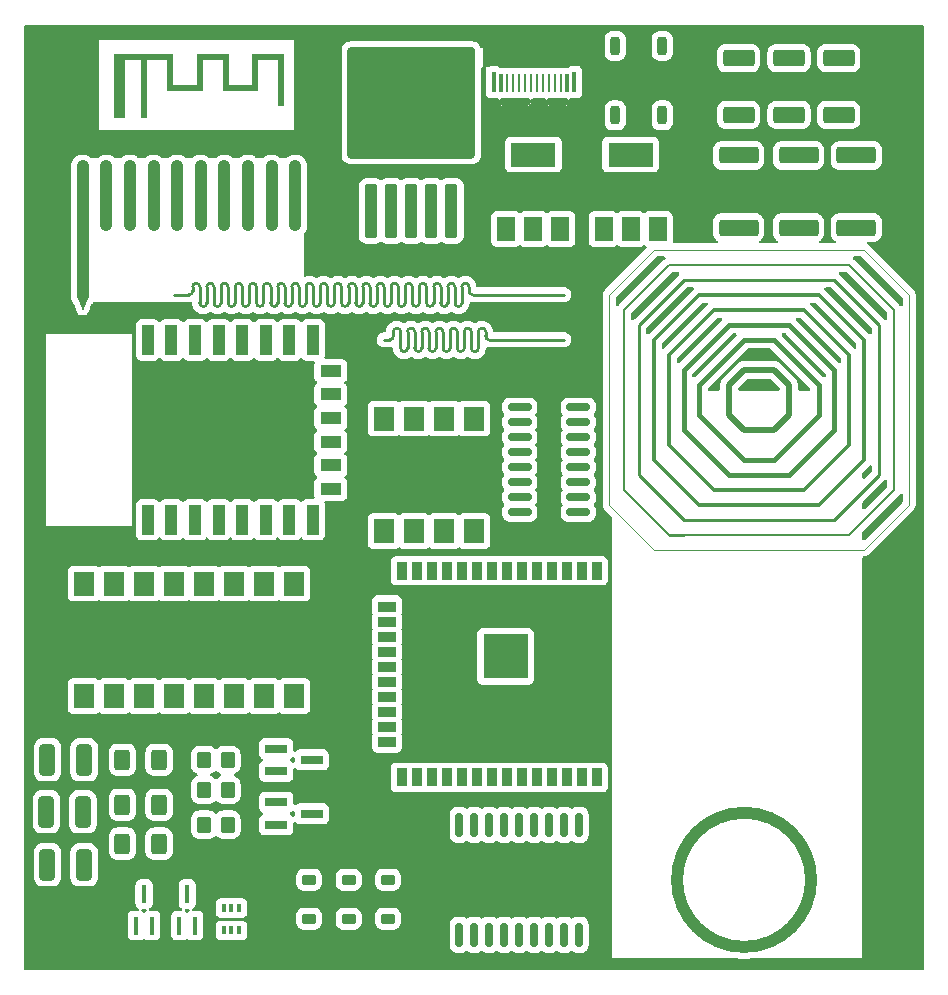
<source format=gbr>
%TF.GenerationSoftware,KiCad,Pcbnew,7.0.10*%
%TF.CreationDate,2024-03-10T15:02:06-03:00*%
%TF.ProjectId,Prueba de Componentes,50727565-6261-4206-9465-20436f6d706f,rev?*%
%TF.SameCoordinates,Original*%
%TF.FileFunction,Copper,L1,Top*%
%TF.FilePolarity,Positive*%
%FSLAX46Y46*%
G04 Gerber Fmt 4.6, Leading zero omitted, Abs format (unit mm)*
G04 Created by KiCad (PCBNEW 7.0.10) date 2024-03-10 15:02:06*
%MOMM*%
%LPD*%
G01*
G04 APERTURE LIST*
G04 Aperture macros list*
%AMRoundRect*
0 Rectangle with rounded corners*
0 $1 Rounding radius*
0 $2 $3 $4 $5 $6 $7 $8 $9 X,Y pos of 4 corners*
0 Add a 4 corners polygon primitive as box body*
4,1,4,$2,$3,$4,$5,$6,$7,$8,$9,$2,$3,0*
0 Add four circle primitives for the rounded corners*
1,1,$1+$1,$2,$3*
1,1,$1+$1,$4,$5*
1,1,$1+$1,$6,$7*
1,1,$1+$1,$8,$9*
0 Add four rect primitives between the rounded corners*
20,1,$1+$1,$2,$3,$4,$5,0*
20,1,$1+$1,$4,$5,$6,$7,0*
20,1,$1+$1,$6,$7,$8,$9,0*
20,1,$1+$1,$8,$9,$2,$3,0*%
%AMOutline4P*
0 Free polygon, 4 corners , with rotation*
0 The origin of the aperture is its center*
0 number of corners: always 4*
0 $1 to $8 corner X, Y*
0 $9 Rotation angle, in degrees counterclockwise*
0 create outline with 4 corners*
4,1,4,$1,$2,$3,$4,$5,$6,$7,$8,$1,$2,$9*%
G04 Aperture macros list end*
%TA.AperFunction,NonConductor*%
%ADD10C,1.000000*%
%TD*%
%TA.AperFunction,EtchedComponent*%
%ADD11C,1.000000*%
%TD*%
%TA.AperFunction,ComponentPad*%
%ADD12C,1.000000*%
%TD*%
%TA.AperFunction,SMDPad,CuDef*%
%ADD13Outline4P,-0.350000X-0.400000X0.350000X-0.400000X0.050000X0.400000X-0.050000X0.400000X180.000000*%
%TD*%
%TA.AperFunction,ConnectorPad*%
%ADD14R,0.500000X0.500000*%
%TD*%
%TA.AperFunction,ComponentPad*%
%ADD15R,0.900000X0.500000*%
%TD*%
%TA.AperFunction,SMDPad,CuDef*%
%ADD16R,0.360000X1.750000*%
%TD*%
%TA.AperFunction,SMDPad,CuDef*%
%ADD17R,0.410000X1.550000*%
%TD*%
%TA.AperFunction,SMDPad,CuDef*%
%ADD18R,0.260000X1.550000*%
%TD*%
%TA.AperFunction,SMDPad,CuDef*%
%ADD19R,0.450000X1.500000*%
%TD*%
%TA.AperFunction,SMDPad,CuDef*%
%ADD20R,1.900000X0.800000*%
%TD*%
%TA.AperFunction,SMDPad,CuDef*%
%ADD21R,1.500000X2.000000*%
%TD*%
%TA.AperFunction,SMDPad,CuDef*%
%ADD22R,3.800000X2.000000*%
%TD*%
%TA.AperFunction,SMDPad,CuDef*%
%ADD23RoundRect,0.250000X-0.400000X-1.075000X0.400000X-1.075000X0.400000X1.075000X-0.400000X1.075000X0*%
%TD*%
%TA.AperFunction,SMDPad,CuDef*%
%ADD24RoundRect,0.225000X0.375000X-0.225000X0.375000X0.225000X-0.375000X0.225000X-0.375000X-0.225000X0*%
%TD*%
%TA.AperFunction,SMDPad,CuDef*%
%ADD25RoundRect,0.249999X1.425001X-0.450001X1.425001X0.450001X-1.425001X0.450001X-1.425001X-0.450001X0*%
%TD*%
%TA.AperFunction,SMDPad,CuDef*%
%ADD26RoundRect,0.150000X0.825000X0.150000X-0.825000X0.150000X-0.825000X-0.150000X0.825000X-0.150000X0*%
%TD*%
%TA.AperFunction,SMDPad,CuDef*%
%ADD27RoundRect,0.249999X1.075001X-0.450001X1.075001X0.450001X-1.075001X0.450001X-1.075001X-0.450001X0*%
%TD*%
%TA.AperFunction,SMDPad,CuDef*%
%ADD28RoundRect,0.200000X0.200000X-0.562500X0.200000X0.562500X-0.200000X0.562500X-0.200000X-0.562500X0*%
%TD*%
%TA.AperFunction,SMDPad,CuDef*%
%ADD29RoundRect,0.250000X-0.350000X-0.450000X0.350000X-0.450000X0.350000X0.450000X-0.350000X0.450000X0*%
%TD*%
%TA.AperFunction,SMDPad,CuDef*%
%ADD30R,0.900000X1.500000*%
%TD*%
%TA.AperFunction,SMDPad,CuDef*%
%ADD31R,1.500000X0.900000*%
%TD*%
%TA.AperFunction,SMDPad,CuDef*%
%ADD32R,0.900000X0.900000*%
%TD*%
%TA.AperFunction,HeatsinkPad*%
%ADD33C,0.600000*%
%TD*%
%TA.AperFunction,SMDPad,CuDef*%
%ADD34R,3.800000X3.800000*%
%TD*%
%TA.AperFunction,SMDPad,CuDef*%
%ADD35R,1.000000X2.500000*%
%TD*%
%TA.AperFunction,SMDPad,CuDef*%
%ADD36R,1.800000X1.000000*%
%TD*%
%TA.AperFunction,SMDPad,CuDef*%
%ADD37RoundRect,0.250000X-0.400000X-0.625000X0.400000X-0.625000X0.400000X0.625000X-0.400000X0.625000X0*%
%TD*%
%TA.AperFunction,SMDPad,CuDef*%
%ADD38R,1.780000X2.000000*%
%TD*%
%TA.AperFunction,SMDPad,CuDef*%
%ADD39RoundRect,0.150000X0.150000X-0.875000X0.150000X0.875000X-0.150000X0.875000X-0.150000X-0.875000X0*%
%TD*%
%TA.AperFunction,SMDPad,CuDef*%
%ADD40RoundRect,0.250000X0.300000X-2.050000X0.300000X2.050000X-0.300000X2.050000X-0.300000X-2.050000X0*%
%TD*%
%TA.AperFunction,SMDPad,CuDef*%
%ADD41RoundRect,0.250000X2.375000X-2.025000X2.375000X2.025000X-2.375000X2.025000X-2.375000X-2.025000X0*%
%TD*%
%TA.AperFunction,SMDPad,CuDef*%
%ADD42RoundRect,0.250002X5.149998X-4.449998X5.149998X4.449998X-5.149998X4.449998X-5.149998X-4.449998X0*%
%TD*%
%TA.AperFunction,SMDPad,CuDef*%
%ADD43R,0.400000X0.650000*%
%TD*%
%TA.AperFunction,Conductor*%
%ADD44C,0.350000*%
%TD*%
%TA.AperFunction,Conductor*%
%ADD45C,0.250000*%
%TD*%
%TA.AperFunction,Conductor*%
%ADD46C,0.450000*%
%TD*%
%TA.AperFunction,Conductor*%
%ADD47C,0.100000*%
%TD*%
%TA.AperFunction,Conductor*%
%ADD48C,0.500000*%
%TD*%
%TA.AperFunction,Conductor*%
%ADD49C,0.300000*%
%TD*%
%TA.AperFunction,Conductor*%
%ADD50C,0.200000*%
%TD*%
%TA.AperFunction,Conductor*%
%ADD51C,0.400000*%
%TD*%
G04 APERTURE END LIST*
D10*
X235549613Y-86360000D02*
G75*
G03*
X224190387Y-86360000I-5679613J0D01*
G01*
X224190387Y-86360000D02*
G75*
G03*
X235549613Y-86360000I5679613J0D01*
G01*
D11*
%TO.C,REF\u002A\u002A*%
X175880000Y-25950000D02*
X175880000Y-30950000D01*
X189880000Y-25950000D02*
X189880000Y-30950000D01*
X185880000Y-25950000D02*
X185880000Y-30950000D01*
X183880000Y-25950000D02*
X183880000Y-30950000D01*
X179880000Y-25950000D02*
X179880000Y-30950000D01*
X187880000Y-25950000D02*
X187880000Y-30950000D01*
X191880000Y-25950000D02*
X191880000Y-30950000D01*
X181880000Y-25950000D02*
X181880000Y-30950000D01*
X177880000Y-25950000D02*
X177880000Y-30950000D01*
X173880000Y-36950000D02*
X173880000Y-25950000D01*
%TA.AperFunction,EtchedComponent*%
G36*
X181520000Y-19080000D02*
G01*
X183520000Y-19080000D01*
X183520000Y-16440000D01*
X186220000Y-16440000D01*
X186220000Y-19080000D01*
X188220000Y-19080000D01*
X188220000Y-16440000D01*
X190920000Y-16440000D01*
X190920000Y-20880000D01*
X190420000Y-20880000D01*
X190420000Y-16940000D01*
X188720000Y-16940000D01*
X188720000Y-19580000D01*
X185720000Y-19580000D01*
X185720000Y-16940000D01*
X184020000Y-16940000D01*
X184020000Y-19580000D01*
X181020000Y-19580000D01*
X181020000Y-16940000D01*
X179320000Y-16940000D01*
X179320000Y-21840000D01*
X178820000Y-21840000D01*
X178820000Y-16940000D01*
X177420000Y-16940000D01*
X177420000Y-21840000D01*
X176520000Y-21840000D01*
X176520000Y-21596785D01*
X176822417Y-21596785D01*
X176832258Y-21644395D01*
X176856326Y-21686797D01*
X176894269Y-21719581D01*
X176902181Y-21723935D01*
X176944844Y-21736043D01*
X176993363Y-21735300D01*
X177038878Y-21722400D01*
X177057489Y-21711787D01*
X177091132Y-21676553D01*
X177111691Y-21631368D01*
X177118222Y-21581842D01*
X177109782Y-21533583D01*
X177092888Y-21501357D01*
X177057628Y-21468687D01*
X177012318Y-21448592D01*
X176962733Y-21442018D01*
X176914647Y-21449908D01*
X176881755Y-21466814D01*
X176846815Y-21503584D01*
X176827153Y-21548378D01*
X176822417Y-21596785D01*
X176520000Y-21596785D01*
X176520000Y-16440000D01*
X181520000Y-16440000D01*
X181520000Y-19080000D01*
G37*
%TD.AperFunction*%
%TD*%
D12*
%TO.P,REF\u002A\u002A,*%
%TO.N,*%
X177880000Y-25950000D03*
X191880000Y-25950000D03*
X187880000Y-30950000D03*
X179880000Y-25950000D03*
X175880000Y-30950000D03*
X181880000Y-25950000D03*
X185880000Y-25950000D03*
X183880000Y-25950000D03*
X189880000Y-30950000D03*
X187880000Y-25950000D03*
X173880000Y-25950000D03*
X185880000Y-30950000D03*
X189880000Y-25950000D03*
X191880000Y-30950000D03*
X183880000Y-30950000D03*
X179880000Y-30950000D03*
X181880000Y-30950000D03*
X175880000Y-25950000D03*
X177880000Y-30950000D03*
D13*
%TO.P,REF\u002A\u002A,1*%
%TO.N,N/C*%
X173880000Y-37650000D03*
%TD*%
D14*
%TO.P,REF\u002A\u002A,1*%
%TO.N,N/C*%
X179070000Y-21590000D03*
D15*
%TO.P,REF\u002A\u002A,2*%
X176970000Y-21590000D03*
%TD*%
D16*
%TO.P,REF\u002A\u002A,*%
%TO.N,*%
X215495000Y-18827500D03*
X208685000Y-18827500D03*
D17*
%TO.P,REF\u002A\u002A,A1*%
%TO.N,N/C*%
X214915000Y-18927500D03*
D18*
%TO.P,REF\u002A\u002A,A2*%
X214340000Y-18927500D03*
%TO.P,REF\u002A\u002A,A3*%
X213840000Y-18927500D03*
%TO.P,REF\u002A\u002A,A4*%
X213340000Y-18927500D03*
%TO.P,REF\u002A\u002A,A5*%
X212840000Y-18927500D03*
%TO.P,REF\u002A\u002A,A6*%
X212340000Y-18927500D03*
%TO.P,REF\u002A\u002A,A7*%
X211840000Y-18927500D03*
%TO.P,REF\u002A\u002A,A8*%
X211340000Y-18927500D03*
%TO.P,REF\u002A\u002A,A9*%
X210840000Y-18927500D03*
%TO.P,REF\u002A\u002A,A10*%
X210340000Y-18927500D03*
%TO.P,REF\u002A\u002A,A11*%
X209840000Y-18927500D03*
D17*
%TO.P,REF\u002A\u002A,A12*%
X209265000Y-18927500D03*
%TD*%
D19*
%TO.P,Q3,1,B*%
%TO.N,unconnected-(Q3-B-Pad1)*%
X178420000Y-90230000D03*
%TO.P,Q3,2,E*%
%TO.N,unconnected-(Q3-E-Pad2)*%
X179720000Y-90230000D03*
%TO.P,Q3,3,C*%
%TO.N,unconnected-(Q3-C-Pad3)*%
X179070000Y-87570000D03*
%TD*%
D20*
%TO.P,Q1,1,B*%
%TO.N,unconnected-(Q1-B-Pad1)*%
X190270000Y-75250000D03*
%TO.P,Q1,2,E*%
%TO.N,unconnected-(Q1-E-Pad2)*%
X190270000Y-77150000D03*
%TO.P,Q1,3,C*%
%TO.N,unconnected-(Q1-C-Pad3)*%
X193270000Y-76200000D03*
%TD*%
D21*
%TO.P,U7,1,ADJ*%
%TO.N,unconnected-(U7-ADJ-Pad1)*%
X209725000Y-31250000D03*
%TO.P,U7,2,VO*%
%TO.N,unconnected-(U7-VO-Pad2)*%
X212025000Y-31250000D03*
D22*
X212025000Y-24950000D03*
D21*
%TO.P,U7,3,VI*%
%TO.N,unconnected-(U7-VI-Pad3)*%
X214325000Y-31250000D03*
%TD*%
D23*
%TO.P,R2,1*%
%TO.N,unconnected-(R2-Pad1)*%
X170795879Y-80610834D03*
%TO.P,R2,2*%
%TO.N,unconnected-(R2-Pad2)*%
X173895879Y-80610834D03*
%TD*%
D24*
%TO.P,D4,1,K*%
%TO.N,unconnected-(D4-K-Pad1)*%
X199740000Y-89660000D03*
%TO.P,D4,2,A*%
%TO.N,unconnected-(D4-A-Pad2)*%
X199740000Y-86360000D03*
%TD*%
D21*
%TO.P,U8,1,ADJ*%
%TO.N,unconnected-(U8-ADJ-Pad1)*%
X217975000Y-31250000D03*
%TO.P,U8,2,VO*%
%TO.N,unconnected-(U8-VO-Pad2)*%
X220275000Y-31250000D03*
D22*
X220275000Y-24950000D03*
D21*
%TO.P,U8,3,VI*%
%TO.N,unconnected-(U8-VI-Pad3)*%
X222575000Y-31250000D03*
%TD*%
D25*
%TO.P,R9,1*%
%TO.N,unconnected-(R9-Pad1)*%
X239370000Y-31130000D03*
%TO.P,R9,2*%
%TO.N,unconnected-(R9-Pad2)*%
X239370000Y-25030000D03*
%TD*%
D26*
%TO.P,U5,1,QB*%
%TO.N,unconnected-(U5-QB-Pad1)*%
X215835000Y-55245000D03*
%TO.P,U5,2,QC*%
%TO.N,unconnected-(U5-QC-Pad2)*%
X215835000Y-53975000D03*
%TO.P,U5,3,QD*%
%TO.N,unconnected-(U5-QD-Pad3)*%
X215835000Y-52705000D03*
%TO.P,U5,4,QE*%
%TO.N,unconnected-(U5-QE-Pad4)*%
X215835000Y-51435000D03*
%TO.P,U5,5,QF*%
%TO.N,unconnected-(U5-QF-Pad5)*%
X215835000Y-50165000D03*
%TO.P,U5,6,QG*%
%TO.N,unconnected-(U5-QG-Pad6)*%
X215835000Y-48895000D03*
%TO.P,U5,7,QH*%
%TO.N,unconnected-(U5-QH-Pad7)*%
X215835000Y-47625000D03*
%TO.P,U5,8,GND*%
%TO.N,unconnected-(U5-GND-Pad8)*%
X215835000Y-46355000D03*
%TO.P,U5,9,QH'*%
%TO.N,unconnected-(U5-QH'-Pad9)*%
X210885000Y-46355000D03*
%TO.P,U5,10,~{SRCLR}*%
%TO.N,unconnected-(U5-~{SRCLR}-Pad10)*%
X210885000Y-47625000D03*
%TO.P,U5,11,SRCLK*%
%TO.N,unconnected-(U5-SRCLK-Pad11)*%
X210885000Y-48895000D03*
%TO.P,U5,12,RCLK*%
%TO.N,unconnected-(U5-RCLK-Pad12)*%
X210885000Y-50165000D03*
%TO.P,U5,13,~{OE}*%
%TO.N,unconnected-(U5-~{OE}-Pad13)*%
X210885000Y-51435000D03*
%TO.P,U5,14,SER*%
%TO.N,unconnected-(U5-SER-Pad14)*%
X210885000Y-52705000D03*
%TO.P,U5,15,QA*%
%TO.N,unconnected-(U5-QA-Pad15)*%
X210885000Y-53975000D03*
%TO.P,U5,16,VCC*%
%TO.N,unconnected-(U5-VCC-Pad16)*%
X210885000Y-55245000D03*
%TD*%
D25*
%TO.P,R4,1*%
%TO.N,unconnected-(R4-Pad1)*%
X234480000Y-31130000D03*
%TO.P,R4,2*%
%TO.N,unconnected-(R4-Pad2)*%
X234480000Y-25030000D03*
%TD*%
D27*
%TO.P,R3,1*%
%TO.N,unconnected-(R3-Pad1)*%
X233680000Y-21590000D03*
%TO.P,R3,2*%
%TO.N,unconnected-(R3-Pad2)*%
X233680000Y-16790000D03*
%TD*%
D28*
%TO.P,D1,1,+*%
%TO.N,unconnected-(D1-+-Pad1)*%
X218955000Y-21637500D03*
%TO.P,D1,2,-*%
%TO.N,unconnected-(D1---Pad2)*%
X222955000Y-21637500D03*
%TO.P,D1,3*%
%TO.N,unconnected-(D1-Pad3)*%
X222955000Y-15762500D03*
%TO.P,D1,4*%
%TO.N,unconnected-(D1-Pad4)*%
X218955000Y-15762500D03*
%TD*%
D25*
%TO.P,R2512,1*%
%TO.N,unconnected-(R2512-Pad1)*%
X229400000Y-31130000D03*
%TO.P,R2512,2*%
%TO.N,unconnected-(R2512-Pad2)*%
X229400000Y-25030000D03*
%TD*%
D29*
%TO.P,R10,1*%
%TO.N,unconnected-(R10-Pad1)*%
X184140000Y-81690000D03*
%TO.P,R10,2*%
%TO.N,unconnected-(R10-Pad2)*%
X186140000Y-81690000D03*
%TD*%
D30*
%TO.P,U2,1,GND*%
%TO.N,Net-(U2-GND-Pad1)*%
X217400000Y-60190000D03*
%TO.P,U2,2,VDD*%
%TO.N,unconnected-(U2-VDD-Pad2)*%
X216130000Y-60190000D03*
%TO.P,U2,3,EN*%
%TO.N,unconnected-(U2-EN-Pad3)*%
X214860000Y-60190000D03*
%TO.P,U2,4,SENSOR_VP*%
%TO.N,unconnected-(U2-SENSOR_VP-Pad4)*%
X213590000Y-60190000D03*
%TO.P,U2,5,SENSOR_VN*%
%TO.N,unconnected-(U2-SENSOR_VN-Pad5)*%
X212320000Y-60190000D03*
%TO.P,U2,6,IO34*%
%TO.N,unconnected-(U2-IO34-Pad6)*%
X211050000Y-60190000D03*
%TO.P,U2,7,IO35*%
%TO.N,unconnected-(U2-IO35-Pad7)*%
X209780000Y-60190000D03*
%TO.P,U2,8,IO32*%
%TO.N,unconnected-(U2-IO32-Pad8)*%
X208510000Y-60190000D03*
%TO.P,U2,9,IO33*%
%TO.N,unconnected-(U2-IO33-Pad9)*%
X207240000Y-60190000D03*
%TO.P,U2,10,IO25*%
%TO.N,unconnected-(U2-IO25-Pad10)*%
X205970000Y-60190000D03*
%TO.P,U2,11,IO26*%
%TO.N,unconnected-(U2-IO26-Pad11)*%
X204700000Y-60190000D03*
%TO.P,U2,12,IO27*%
%TO.N,unconnected-(U2-IO27-Pad12)*%
X203430000Y-60190000D03*
%TO.P,U2,13,IO14*%
%TO.N,unconnected-(U2-IO14-Pad13)*%
X202160000Y-60190000D03*
%TO.P,U2,14,IO12*%
%TO.N,unconnected-(U2-IO12-Pad14)*%
X200890000Y-60190000D03*
D31*
%TO.P,U2,15,GND*%
%TO.N,Net-(U2-GND-Pad1)*%
X199640000Y-63230000D03*
%TO.P,U2,16,IO13*%
%TO.N,unconnected-(U2-IO13-Pad16)*%
X199640000Y-64500000D03*
%TO.P,U2,17,SHD/SD2*%
%TO.N,unconnected-(U2-SHD{slash}SD2-Pad17)*%
X199640000Y-65770000D03*
%TO.P,U2,18,SWP/SD3*%
%TO.N,unconnected-(U2-SWP{slash}SD3-Pad18)*%
X199640000Y-67040000D03*
%TO.P,U2,19,SCS/CMD*%
%TO.N,unconnected-(U2-SCS{slash}CMD-Pad19)*%
X199640000Y-68310000D03*
%TO.P,U2,20,SCK/CLK*%
%TO.N,unconnected-(U2-SCK{slash}CLK-Pad20)*%
X199640000Y-69580000D03*
%TO.P,U2,21,SDO/SD0*%
%TO.N,unconnected-(U2-SDO{slash}SD0-Pad21)*%
X199640000Y-70850000D03*
%TO.P,U2,22,SDI/SD1*%
%TO.N,unconnected-(U2-SDI{slash}SD1-Pad22)*%
X199640000Y-72120000D03*
%TO.P,U2,23,IO15*%
%TO.N,unconnected-(U2-IO15-Pad23)*%
X199640000Y-73390000D03*
%TO.P,U2,24,IO2*%
%TO.N,unconnected-(U2-IO2-Pad24)*%
X199640000Y-74660000D03*
D30*
%TO.P,U2,25,IO0*%
%TO.N,unconnected-(U2-IO0-Pad25)*%
X200890000Y-77690000D03*
%TO.P,U2,26,IO4*%
%TO.N,unconnected-(U2-IO4-Pad26)*%
X202160000Y-77690000D03*
%TO.P,U2,27,IO16*%
%TO.N,unconnected-(U2-IO16-Pad27)*%
X203430000Y-77690000D03*
%TO.P,U2,28,IO17*%
%TO.N,unconnected-(U2-IO17-Pad28)*%
X204700000Y-77690000D03*
%TO.P,U2,29,IO5*%
%TO.N,unconnected-(U2-IO5-Pad29)*%
X205970000Y-77690000D03*
%TO.P,U2,30,IO18*%
%TO.N,unconnected-(U2-IO18-Pad30)*%
X207240000Y-77690000D03*
%TO.P,U2,31,IO19*%
%TO.N,unconnected-(U2-IO19-Pad31)*%
X208510000Y-77690000D03*
%TO.P,U2,32,NC*%
%TO.N,unconnected-(U2-NC-Pad32)*%
X209780000Y-77690000D03*
%TO.P,U2,33,IO21*%
%TO.N,unconnected-(U2-IO21-Pad33)*%
X211050000Y-77690000D03*
%TO.P,U2,34,RXD0/IO3*%
%TO.N,unconnected-(U2-RXD0{slash}IO3-Pad34)*%
X212320000Y-77690000D03*
%TO.P,U2,35,TXD0/IO1*%
%TO.N,unconnected-(U2-TXD0{slash}IO1-Pad35)*%
X213590000Y-77690000D03*
%TO.P,U2,36,IO22*%
%TO.N,unconnected-(U2-IO22-Pad36)*%
X214860000Y-77690000D03*
%TO.P,U2,37,IO23*%
%TO.N,unconnected-(U2-IO23-Pad37)*%
X216130000Y-77690000D03*
%TO.P,U2,38,GND*%
%TO.N,Net-(U2-GND-Pad1)*%
X217400000Y-77690000D03*
D32*
%TO.P,U2,39,GND*%
X211080000Y-66040000D03*
D33*
X210380000Y-66040000D03*
D32*
X209680000Y-66040000D03*
D33*
X208980000Y-66040000D03*
D32*
X208280000Y-66040000D03*
D33*
X211080000Y-66740000D03*
X209680000Y-66740000D03*
X208280000Y-66740000D03*
X210380000Y-67415000D03*
X208980000Y-67415000D03*
D32*
X211080000Y-67440000D03*
X209680000Y-67440000D03*
D34*
X209680000Y-67440000D03*
D32*
X208280000Y-67440000D03*
D33*
X211080000Y-68140000D03*
X209680000Y-68140000D03*
X208280000Y-68140000D03*
D32*
X211080000Y-68840000D03*
D33*
X210380000Y-68840000D03*
D32*
X209680000Y-68840000D03*
D33*
X208980000Y-68840000D03*
D32*
X208280000Y-68840000D03*
%TD*%
D20*
%TO.P,Q2,1,B*%
%TO.N,unconnected-(Q2-B-Pad1)*%
X190270000Y-79800000D03*
%TO.P,Q2,2,E*%
%TO.N,unconnected-(Q2-E-Pad2)*%
X190270000Y-81700000D03*
%TO.P,Q2,3,C*%
%TO.N,unconnected-(Q2-C-Pad3)*%
X193270000Y-80750000D03*
%TD*%
D35*
%TO.P,U6,1,~{RST}*%
%TO.N,unconnected-(U6-~{RST}-Pad1)*%
X179380000Y-55860000D03*
%TO.P,U6,2,ADC*%
%TO.N,unconnected-(U6-ADC-Pad2)*%
X181380000Y-55860000D03*
%TO.P,U6,3,EN*%
%TO.N,unconnected-(U6-EN-Pad3)*%
X183380000Y-55860000D03*
%TO.P,U6,4,GPIO16*%
%TO.N,unconnected-(U6-GPIO16-Pad4)*%
X185380000Y-55860000D03*
%TO.P,U6,5,GPIO14*%
%TO.N,unconnected-(U6-GPIO14-Pad5)*%
X187380000Y-55860000D03*
%TO.P,U6,6,GPIO12*%
%TO.N,unconnected-(U6-GPIO12-Pad6)*%
X189380000Y-55860000D03*
%TO.P,U6,7,GPIO13*%
%TO.N,unconnected-(U6-GPIO13-Pad7)*%
X191380000Y-55860000D03*
%TO.P,U6,8,VCC*%
%TO.N,unconnected-(U6-VCC-Pad8)*%
X193380000Y-55860000D03*
D36*
%TO.P,U6,9,CS0*%
%TO.N,unconnected-(U6-CS0-Pad9)*%
X194880000Y-53260000D03*
%TO.P,U6,10,MISO*%
%TO.N,unconnected-(U6-MISO-Pad10)*%
X194880000Y-51260000D03*
%TO.P,U6,11,GPIO9*%
%TO.N,unconnected-(U6-GPIO9-Pad11)*%
X194880000Y-49260000D03*
%TO.P,U6,12,GPIO10*%
%TO.N,unconnected-(U6-GPIO10-Pad12)*%
X194880000Y-47260000D03*
%TO.P,U6,13,MOSI*%
%TO.N,unconnected-(U6-MOSI-Pad13)*%
X194880000Y-45260000D03*
%TO.P,U6,14,SCLK*%
%TO.N,unconnected-(U6-SCLK-Pad14)*%
X194880000Y-43260000D03*
D35*
%TO.P,U6,15,GND*%
%TO.N,unconnected-(U6-GND-Pad15)*%
X193380000Y-40660000D03*
%TO.P,U6,16,GPIO15*%
%TO.N,unconnected-(U6-GPIO15-Pad16)*%
X191380000Y-40660000D03*
%TO.P,U6,17,GPIO2*%
%TO.N,unconnected-(U6-GPIO2-Pad17)*%
X189380000Y-40660000D03*
%TO.P,U6,18,GPIO0*%
%TO.N,unconnected-(U6-GPIO0-Pad18)*%
X187380000Y-40660000D03*
%TO.P,U6,19,GPIO4*%
%TO.N,unconnected-(U6-GPIO4-Pad19)*%
X185380000Y-40660000D03*
%TO.P,U6,20,GPIO5*%
%TO.N,unconnected-(U6-GPIO5-Pad20)*%
X183380000Y-40660000D03*
%TO.P,U6,21,GPIO3/RXD*%
%TO.N,unconnected-(U6-GPIO3{slash}RXD-Pad21)*%
X181380000Y-40660000D03*
%TO.P,U6,22,GPIO1/TXD*%
%TO.N,unconnected-(U6-GPIO1{slash}TXD-Pad22)*%
X179380000Y-40660000D03*
%TD*%
D37*
%TO.P,r1206,1*%
%TO.N,unconnected-(r1206-Pad1)*%
X177240000Y-76200000D03*
%TO.P,r1206,2*%
%TO.N,unconnected-(r1206-Pad2)*%
X180340000Y-76200000D03*
%TD*%
D29*
%TO.P,R5,1*%
%TO.N,unconnected-(R5-Pad1)*%
X184140000Y-78740000D03*
%TO.P,R5,2*%
%TO.N,unconnected-(R5-Pad2)*%
X186140000Y-78740000D03*
%TD*%
D27*
%TO.P,R2010,1*%
%TO.N,unconnected-(R2010-Pad1)*%
X229400000Y-21590000D03*
%TO.P,R2010,2*%
%TO.N,unconnected-(R2010-Pad2)*%
X229400000Y-16790000D03*
%TD*%
D23*
%TO.P,R7,1*%
%TO.N,unconnected-(R7-Pad1)*%
X170890000Y-85090000D03*
%TO.P,R7,2*%
%TO.N,unconnected-(R7-Pad2)*%
X173990000Y-85090000D03*
%TD*%
D37*
%TO.P,r1,1*%
%TO.N,unconnected-(r1-Pad1)*%
X177240000Y-80010000D03*
%TO.P,r1,2*%
%TO.N,unconnected-(r1-Pad2)*%
X180340000Y-80010000D03*
%TD*%
D38*
%TO.P,U3,1*%
%TO.N,unconnected-(U3-Pad1)*%
X207010000Y-47305000D03*
%TO.P,U3,2*%
%TO.N,unconnected-(U3-Pad2)*%
X204470000Y-47305000D03*
%TO.P,U3,3*%
%TO.N,unconnected-(U3-Pad3)*%
X201930000Y-47305000D03*
%TO.P,U3,4*%
%TO.N,unconnected-(U3-Pad4)*%
X199390000Y-47305000D03*
%TO.P,U3,5*%
%TO.N,N/C*%
X199390000Y-56835000D03*
%TO.P,U3,6*%
X201930000Y-56835000D03*
%TO.P,U3,7*%
X204470000Y-56835000D03*
%TO.P,U3,8*%
X207010000Y-56835000D03*
%TD*%
D29*
%TO.P,R805,1*%
%TO.N,unconnected-(R805-Pad1)*%
X184140000Y-76200000D03*
%TO.P,R805,2*%
%TO.N,unconnected-(R805-Pad2)*%
X186140000Y-76200000D03*
%TD*%
D39*
%TO.P,U1,1,I1*%
%TO.N,unconnected-(U1-I1-Pad1)*%
X205740000Y-91010000D03*
%TO.P,U1,2,I2*%
%TO.N,unconnected-(U1-I2-Pad2)*%
X207010000Y-91010000D03*
%TO.P,U1,3,I3*%
%TO.N,unconnected-(U1-I3-Pad3)*%
X208280000Y-91010000D03*
%TO.P,U1,4,I4*%
%TO.N,unconnected-(U1-I4-Pad4)*%
X209550000Y-91010000D03*
%TO.P,U1,5,I5*%
%TO.N,unconnected-(U1-I5-Pad5)*%
X210820000Y-91010000D03*
%TO.P,U1,6,I6*%
%TO.N,unconnected-(U1-I6-Pad6)*%
X212090000Y-91010000D03*
%TO.P,U1,7,I7*%
%TO.N,unconnected-(U1-I7-Pad7)*%
X213360000Y-91010000D03*
%TO.P,U1,8,I8*%
%TO.N,unconnected-(U1-I8-Pad8)*%
X214630000Y-91010000D03*
%TO.P,U1,9,GND*%
%TO.N,unconnected-(U1-GND-Pad9)*%
X215900000Y-91010000D03*
%TO.P,U1,10,COM*%
%TO.N,unconnected-(U1-COM-Pad10)*%
X215900000Y-81710000D03*
%TO.P,U1,11,O8*%
%TO.N,unconnected-(U1-O8-Pad11)*%
X214630000Y-81710000D03*
%TO.P,U1,12,O7*%
%TO.N,unconnected-(U1-O7-Pad12)*%
X213360000Y-81710000D03*
%TO.P,U1,13,O6*%
%TO.N,unconnected-(U1-O6-Pad13)*%
X212090000Y-81710000D03*
%TO.P,U1,14,O5*%
%TO.N,unconnected-(U1-O5-Pad14)*%
X210820000Y-81710000D03*
%TO.P,U1,15,O4*%
%TO.N,unconnected-(U1-O4-Pad15)*%
X209550000Y-81710000D03*
%TO.P,U1,16,O3*%
%TO.N,unconnected-(U1-O3-Pad16)*%
X208280000Y-81710000D03*
%TO.P,U1,17,O2*%
%TO.N,unconnected-(U1-O2-Pad17)*%
X207010000Y-81710000D03*
%TO.P,U1,18,O1*%
%TO.N,unconnected-(U1-O1-Pad18)*%
X205740000Y-81710000D03*
%TD*%
D24*
%TO.P,D2,1,K*%
%TO.N,unconnected-(D2-K-Pad1)*%
X193040000Y-89660000D03*
%TO.P,D2,2,A*%
%TO.N,unconnected-(D2-A-Pad2)*%
X193040000Y-86360000D03*
%TD*%
D40*
%TO.P,U9,1,VIN*%
%TO.N,unconnected-(U9-VIN-Pad1)*%
X198295000Y-29725000D03*
%TO.P,U9,2,OUT*%
%TO.N,unconnected-(U9-OUT-Pad2)*%
X199995000Y-29725000D03*
%TO.P,U9,3,GND*%
%TO.N,unconnected-(U9-GND-Pad3)*%
X201695000Y-29725000D03*
D41*
X198920000Y-23000000D03*
X204470000Y-23000000D03*
D42*
X201695000Y-20575000D03*
D41*
X198920000Y-18150000D03*
X204470000Y-18150000D03*
D40*
%TO.P,U9,4,FB*%
%TO.N,unconnected-(U9-FB-Pad4)*%
X203395000Y-29725000D03*
%TO.P,U9,5,~{ON}/OFF*%
%TO.N,unconnected-(U9-~{ON}{slash}OFF-Pad5)*%
X205095000Y-29725000D03*
%TD*%
D27*
%TO.P,R8,1*%
%TO.N,unconnected-(R8-Pad1)*%
X237890000Y-21590000D03*
%TO.P,R8,2*%
%TO.N,unconnected-(R8-Pad2)*%
X237890000Y-16790000D03*
%TD*%
D38*
%TO.P,U4,1*%
%TO.N,unconnected-(U4-Pad1)*%
X173990000Y-70805000D03*
%TO.P,U4,2*%
%TO.N,unconnected-(U4-Pad2)*%
X176530000Y-70805000D03*
%TO.P,U4,3*%
%TO.N,unconnected-(U4-Pad3)*%
X179070000Y-70805000D03*
%TO.P,U4,4*%
%TO.N,unconnected-(U4-Pad4)*%
X181610000Y-70805000D03*
%TO.P,U4,5*%
%TO.N,unconnected-(U4-Pad5)*%
X184150000Y-70805000D03*
%TO.P,U4,6*%
%TO.N,unconnected-(U4-Pad6)*%
X186690000Y-70805000D03*
%TO.P,U4,7*%
%TO.N,unconnected-(U4-Pad7)*%
X189230000Y-70805000D03*
%TO.P,U4,8*%
%TO.N,unconnected-(U4-Pad8)*%
X191770000Y-70805000D03*
%TO.P,U4,9*%
%TO.N,unconnected-(U4-Pad9)*%
X191770000Y-61275000D03*
%TO.P,U4,10*%
%TO.N,unconnected-(U4-Pad10)*%
X189230000Y-61275000D03*
%TO.P,U4,11*%
%TO.N,unconnected-(U4-Pad11)*%
X186690000Y-61275000D03*
%TO.P,U4,12*%
%TO.N,unconnected-(U4-Pad12)*%
X184150000Y-61275000D03*
%TO.P,U4,13*%
%TO.N,unconnected-(U4-Pad13)*%
X181610000Y-61275000D03*
%TO.P,U4,14*%
%TO.N,unconnected-(U4-Pad14)*%
X179070000Y-61275000D03*
%TO.P,U4,15*%
%TO.N,unconnected-(U4-Pad15)*%
X176530000Y-61275000D03*
%TO.P,U4,16*%
%TO.N,unconnected-(U4-Pad16)*%
X173990000Y-61275000D03*
%TD*%
D43*
%TO.P,Q5,1,B*%
%TO.N,unconnected-(Q5-B-Pad1)*%
X185820000Y-90650000D03*
%TO.P,Q5,2,E*%
%TO.N,unconnected-(Q5-E-Pad2)*%
X186470000Y-90650000D03*
%TO.P,Q5,3,C*%
%TO.N,unconnected-(Q5-C-Pad3)*%
X187120000Y-90650000D03*
%TO.P,Q5,4*%
%TO.N,N/C*%
X187120000Y-88750000D03*
%TO.P,Q5,5*%
X186470000Y-88750000D03*
%TO.P,Q5,6*%
X185820000Y-88750000D03*
%TD*%
D24*
%TO.P,D3,1,K*%
%TO.N,unconnected-(D3-K-Pad1)*%
X196390000Y-89660000D03*
%TO.P,D3,2,A*%
%TO.N,unconnected-(D3-A-Pad2)*%
X196390000Y-86360000D03*
%TD*%
D37*
%TO.P,r6,1*%
%TO.N,unconnected-(r6-Pad1)*%
X177240000Y-83300000D03*
%TO.P,r6,2*%
%TO.N,unconnected-(r6-Pad2)*%
X180340000Y-83300000D03*
%TD*%
D23*
%TO.P,R1210,1*%
%TO.N,unconnected-(R1210-Pad1)*%
X170890000Y-76200000D03*
%TO.P,R1210,2*%
%TO.N,unconnected-(R1210-Pad2)*%
X173990000Y-76200000D03*
%TD*%
D19*
%TO.P,Q4,1,B*%
%TO.N,unconnected-(Q4-B-Pad1)*%
X182070000Y-90230000D03*
%TO.P,Q4,2,E*%
%TO.N,unconnected-(Q4-E-Pad2)*%
X183370000Y-90230000D03*
%TO.P,Q4,3,C*%
%TO.N,unconnected-(Q4-C-Pad3)*%
X182720000Y-87570000D03*
%TD*%
D44*
%TO.N,*%
X234950000Y-53340000D02*
X238760000Y-49530000D01*
D45*
X206780000Y-40640000D02*
X206780000Y-39940000D01*
X204180000Y-36139203D02*
X204180000Y-36830000D01*
D46*
X226060000Y-46990000D02*
X226060000Y-44450000D01*
D45*
X185580000Y-37520774D02*
X185580000Y-36830000D01*
X191580000Y-36830000D02*
X191580000Y-36139226D01*
X207380000Y-39940000D02*
X207380000Y-40340000D01*
X200780000Y-41340000D02*
X200780000Y-40640000D01*
X191580000Y-37520774D02*
X191580000Y-36830000D01*
X201980000Y-41340000D02*
X201980000Y-40640000D01*
X206180000Y-39940000D02*
X206180000Y-40640000D01*
X237490000Y-55880000D02*
X241300000Y-52070000D01*
X220980000Y-52070000D02*
X224790000Y-55880000D01*
X197580000Y-37520774D02*
X197580000Y-36830000D01*
X196380000Y-37520774D02*
X196380000Y-36830000D01*
D47*
X240030000Y-58420000D02*
X243840000Y-54610000D01*
D45*
X220980000Y-39370000D02*
X220980000Y-52070000D01*
X204380000Y-41340000D02*
X204380000Y-40640000D01*
X194580000Y-36139226D02*
X194580000Y-36830000D01*
D46*
X226060000Y-44450000D02*
X229870000Y-40640000D01*
D45*
X202380000Y-37520774D02*
X202380000Y-36830000D01*
X184980000Y-36830000D02*
X184980000Y-37520774D01*
X186180000Y-36139226D02*
X186180000Y-36830000D01*
X195780000Y-36830000D02*
X195780000Y-37520774D01*
X195180000Y-36830000D02*
X195180000Y-36139226D01*
D48*
X228600000Y-46990000D02*
X228600000Y-44450000D01*
D49*
X226060000Y-36830000D02*
X222250000Y-40640000D01*
D45*
X205580000Y-40640000D02*
X205580000Y-39940000D01*
X201980000Y-40640000D02*
X201980000Y-39940000D01*
X192780000Y-36830000D02*
X192780000Y-36139226D01*
D48*
X228600000Y-46990000D02*
X229870000Y-48260000D01*
D45*
X190980000Y-36139226D02*
X190980000Y-36830000D01*
X187980000Y-36830000D02*
X187980000Y-36139226D01*
X184380000Y-37520774D02*
X184380000Y-36830000D01*
X205380000Y-36139226D02*
X205380000Y-36830000D01*
D49*
X236220000Y-54610000D02*
X240030000Y-50800000D01*
D45*
X192180000Y-36139226D02*
X192180000Y-36830000D01*
X194580000Y-36830000D02*
X194580000Y-37520774D01*
D50*
X242570000Y-53340000D02*
X242570000Y-38100000D01*
D47*
X243840000Y-36830000D02*
X240030000Y-33020000D01*
D45*
X190380000Y-37520774D02*
X190380000Y-36830000D01*
D46*
X236220000Y-46990000D02*
X236220000Y-44450000D01*
D44*
X223520000Y-41910000D02*
X223520000Y-43180000D01*
D48*
X232410000Y-48260000D02*
X233680000Y-46990000D01*
D45*
X187380000Y-36139226D02*
X187380000Y-36830000D01*
X187980000Y-37520774D02*
X187980000Y-36830000D01*
X204380000Y-40640000D02*
X204380000Y-39940000D01*
D47*
X222250000Y-58420000D02*
X240030000Y-58420000D01*
D45*
X201380000Y-40640000D02*
X201380000Y-41340000D01*
X200580000Y-36139226D02*
X200580000Y-36830000D01*
X199880000Y-40640000D02*
X199501527Y-40640000D01*
X241300000Y-39370000D02*
X237490000Y-35560000D01*
D49*
X226060000Y-54610000D02*
X236220000Y-54610000D01*
D47*
X218440000Y-36830000D02*
X218440000Y-54610000D01*
D48*
X232410000Y-43180000D02*
X229870000Y-43180000D01*
D45*
X204980000Y-39940000D02*
X204980000Y-40640000D01*
X193980000Y-37520774D02*
X193980000Y-36830000D01*
X201780000Y-36830000D02*
X201780000Y-37520774D01*
X224790000Y-55880000D02*
X237490000Y-55880000D01*
D44*
X227330000Y-53340000D02*
X234950000Y-53340000D01*
D45*
X202580000Y-39940000D02*
X202580000Y-40640000D01*
X199380000Y-36139226D02*
X199380000Y-36830000D01*
X186780000Y-37520774D02*
X186780000Y-36830000D01*
X203180000Y-41340000D02*
X203180000Y-40640000D01*
D50*
X223520000Y-34290000D02*
X219710000Y-38100000D01*
D45*
X190980000Y-36830000D02*
X190980000Y-37520774D01*
X205380000Y-36830000D02*
X205380000Y-37520797D01*
D48*
X229870000Y-43180000D02*
X228600000Y-44450000D01*
D45*
X189180000Y-36830000D02*
X189180000Y-36139226D01*
D49*
X236220000Y-36830000D02*
X226060000Y-36830000D01*
D45*
X204780000Y-37520774D02*
X204780000Y-36830000D01*
D50*
X219710000Y-53340000D02*
X223520000Y-57150000D01*
D51*
X228600000Y-52070000D02*
X233680000Y-52070000D01*
D45*
X188580000Y-36139226D02*
X188580000Y-36830000D01*
D50*
X219710000Y-38100000D02*
X219710000Y-53340000D01*
D49*
X222250000Y-40640000D02*
X222250000Y-50800000D01*
D45*
X195180000Y-37520774D02*
X195180000Y-36830000D01*
X206180000Y-40640000D02*
X206180000Y-41340000D01*
D50*
X223520000Y-57150000D02*
X238760000Y-57150000D01*
D45*
X203780000Y-39940000D02*
X203780000Y-40640000D01*
D46*
X236220000Y-44450000D02*
X232410000Y-40640000D01*
D45*
X196980000Y-36830000D02*
X196980000Y-37520774D01*
D48*
X233680000Y-46990000D02*
X233680000Y-44450000D01*
D45*
X206780000Y-41340000D02*
X206780000Y-40640000D01*
X193380000Y-36139226D02*
X193380000Y-36830000D01*
X198780000Y-37520774D02*
X198780000Y-36830000D01*
X193980000Y-36830000D02*
X193980000Y-36139226D01*
X186180000Y-36830000D02*
X186180000Y-37520774D01*
X199380000Y-36830000D02*
X199380000Y-37520774D01*
X205980000Y-37520797D02*
X205980000Y-36830000D01*
D47*
X222250000Y-33020000D02*
X218440000Y-36830000D01*
D49*
X222250000Y-50800000D02*
X226060000Y-54610000D01*
D45*
X199980000Y-36830000D02*
X199980000Y-36139226D01*
X203580000Y-36830000D02*
X203580000Y-36139203D01*
X184980000Y-36139226D02*
X184980000Y-36830000D01*
X195780000Y-36139226D02*
X195780000Y-36830000D01*
D48*
X233680000Y-44450000D02*
X232410000Y-43180000D01*
D45*
X202980000Y-36139203D02*
X202980000Y-36830000D01*
D51*
X228600000Y-39370000D02*
X224790000Y-43180000D01*
D45*
X202380000Y-36830000D02*
X202380000Y-36139203D01*
X183780000Y-36530000D02*
X183780000Y-37520774D01*
X183180000Y-36530000D02*
X183180000Y-36139226D01*
X187380000Y-36830000D02*
X187380000Y-37520774D01*
D51*
X233680000Y-39370000D02*
X228600000Y-39370000D01*
D49*
X240030000Y-50800000D02*
X240030000Y-40640000D01*
D45*
X204980000Y-40640000D02*
X204980000Y-41340000D01*
X202580000Y-40640000D02*
X202580000Y-41340000D01*
X188580000Y-36830000D02*
X188580000Y-37520774D01*
D51*
X224790000Y-48260000D02*
X228600000Y-52070000D01*
D45*
X206880000Y-36830000D02*
X214630000Y-36830000D01*
D50*
X242570000Y-38100000D02*
X238760000Y-34290000D01*
D45*
X189180000Y-37520774D02*
X189180000Y-36830000D01*
X198180000Y-36139226D02*
X198180000Y-36830000D01*
X185580000Y-36830000D02*
X185580000Y-36139226D01*
D49*
X236220000Y-36830000D02*
X240030000Y-40640000D01*
D45*
X184380000Y-36830000D02*
X184380000Y-36139226D01*
X203180000Y-40640000D02*
X203180000Y-39940000D01*
X207380000Y-40340000D02*
X207380000Y-41340000D01*
D51*
X224790000Y-46990000D02*
X224790000Y-43180000D01*
D45*
X199501527Y-40640000D02*
X199390000Y-40640000D01*
D47*
X218440000Y-54610000D02*
X222250000Y-58420000D01*
D45*
X207980000Y-40340000D02*
X207980000Y-39940000D01*
X189780000Y-36830000D02*
X189780000Y-37520774D01*
X214630000Y-40640000D02*
X208280000Y-40640000D01*
X189780000Y-36139226D02*
X189780000Y-36830000D01*
X200780000Y-40640000D02*
X200780000Y-39940000D01*
X202980000Y-36830000D02*
X202980000Y-37520774D01*
D50*
X238760000Y-34290000D02*
X223520000Y-34290000D01*
D45*
X204780000Y-36830000D02*
X204780000Y-36139226D01*
D46*
X232410000Y-50800000D02*
X236220000Y-46990000D01*
D44*
X234950000Y-38100000D02*
X227330000Y-38100000D01*
D45*
X192780000Y-37520774D02*
X192780000Y-36830000D01*
D50*
X238760000Y-57150000D02*
X242570000Y-53340000D01*
D45*
X241300000Y-52070000D02*
X241300000Y-39370000D01*
X196980000Y-36139226D02*
X196980000Y-36830000D01*
X199980000Y-37520774D02*
X199980000Y-36830000D01*
X205580000Y-41340000D02*
X205580000Y-40640000D01*
X190380000Y-36830000D02*
X190380000Y-36139226D01*
X206580000Y-36139226D02*
X206580000Y-36530000D01*
D44*
X238760000Y-49530000D02*
X238760000Y-41910000D01*
D45*
X203580000Y-37520774D02*
X203580000Y-36830000D01*
X201180000Y-37520774D02*
X201180000Y-36830000D01*
X203780000Y-40640000D02*
X203780000Y-41340000D01*
X205980000Y-36830000D02*
X205980000Y-36139226D01*
X223520000Y-57150000D02*
X224790000Y-57150000D01*
X198780000Y-36830000D02*
X198780000Y-36139226D01*
X181610000Y-36830000D02*
X182880000Y-36830000D01*
D46*
X232410000Y-40640000D02*
X229870000Y-40640000D01*
X229870000Y-50800000D02*
X232410000Y-50800000D01*
D47*
X240030000Y-33020000D02*
X222250000Y-33020000D01*
D51*
X237490000Y-43180000D02*
X233680000Y-39370000D01*
D44*
X227330000Y-38100000D02*
X223520000Y-41910000D01*
D45*
X192180000Y-36830000D02*
X192180000Y-37520774D01*
X183780000Y-36139226D02*
X183780000Y-36530000D01*
X237490000Y-35560000D02*
X224790000Y-35560000D01*
D47*
X243840000Y-54610000D02*
X243840000Y-36830000D01*
D45*
X198180000Y-36830000D02*
X198180000Y-37520774D01*
X224790000Y-35560000D02*
X220980000Y-39370000D01*
X201380000Y-39940000D02*
X201380000Y-40640000D01*
X193380000Y-36830000D02*
X193380000Y-37520774D01*
D48*
X229870000Y-48260000D02*
X232410000Y-48260000D01*
D45*
X200580000Y-36830000D02*
X200580000Y-37520774D01*
D44*
X223520000Y-49530000D02*
X227330000Y-53340000D01*
D45*
X197580000Y-36830000D02*
X197580000Y-36139226D01*
X196380000Y-36830000D02*
X196380000Y-36139226D01*
D44*
X223520000Y-49530000D02*
X223520000Y-43180000D01*
D45*
X200180000Y-39940000D02*
X200180000Y-40340000D01*
D44*
X238760000Y-41910000D02*
X234950000Y-38100000D01*
D51*
X237490000Y-48260000D02*
X237490000Y-43180000D01*
X233680000Y-52070000D02*
X237490000Y-48260000D01*
D46*
X229870000Y-50800000D02*
X226060000Y-46990000D01*
D45*
X201780000Y-36139226D02*
X201780000Y-36830000D01*
X186780000Y-36830000D02*
X186780000Y-36139226D01*
X204180000Y-36830000D02*
X204180000Y-37520774D01*
D51*
X224790000Y-43180000D02*
X224790000Y-48260000D01*
D45*
X201180000Y-36830000D02*
X201180000Y-36139226D01*
X207980000Y-40340000D02*
G75*
G03*
X208280000Y-40640000I300000J0D01*
G01*
X186179974Y-36139226D02*
G75*
G03*
X185880000Y-35839226I-299974J26D01*
G01*
X190979974Y-36139226D02*
G75*
G03*
X190680000Y-35839226I-299974J26D01*
G01*
X202680000Y-35839200D02*
G75*
G03*
X202380000Y-36139203I0J-300000D01*
G01*
X189780026Y-37520774D02*
G75*
G03*
X190080000Y-37820774I299974J-26D01*
G01*
X204480000Y-37820800D02*
G75*
G03*
X204780000Y-37520774I0J300000D01*
G01*
X204380000Y-39940000D02*
G75*
G03*
X204080000Y-39640000I-300000J0D01*
G01*
X189779974Y-36139226D02*
G75*
G03*
X189480000Y-35839226I-299974J26D01*
G01*
X188580026Y-37520774D02*
G75*
G03*
X188880000Y-37820774I299974J-26D01*
G01*
X185880000Y-35839200D02*
G75*
G03*
X185580000Y-36139226I0J-300000D01*
G01*
X188280000Y-35839200D02*
G75*
G03*
X187980000Y-36139226I0J-300000D01*
G01*
X201980000Y-39940000D02*
G75*
G03*
X201680000Y-39640000I-300000J0D01*
G01*
X184979974Y-36139226D02*
G75*
G03*
X184680000Y-35839226I-299974J26D01*
G01*
X204380000Y-41340000D02*
G75*
G03*
X204680000Y-41640000I300000J0D01*
G01*
X199080000Y-35839200D02*
G75*
G03*
X198780000Y-36139226I0J-300000D01*
G01*
X205580000Y-41340000D02*
G75*
G03*
X205880000Y-41640000I300000J0D01*
G01*
X206280000Y-35839200D02*
G75*
G03*
X205980000Y-36139226I0J-300000D01*
G01*
X188579974Y-36139226D02*
G75*
G03*
X188280000Y-35839226I-299974J26D01*
G01*
X196680000Y-35839200D02*
G75*
G03*
X196380000Y-36139226I0J-300000D01*
G01*
X187080000Y-35839200D02*
G75*
G03*
X186780000Y-36139226I0J-300000D01*
G01*
X196080000Y-37820800D02*
G75*
G03*
X196380000Y-37520774I0J300000D01*
G01*
X193380026Y-37520774D02*
G75*
G03*
X193680000Y-37820774I299974J-26D01*
G01*
X204680000Y-41640000D02*
G75*
G03*
X204980000Y-41340000I0J300000D01*
G01*
X195780026Y-37520774D02*
G75*
G03*
X196080000Y-37820774I299974J-26D01*
G01*
X202280000Y-41640000D02*
G75*
G03*
X202580000Y-41340000I0J300000D01*
G01*
X184080000Y-37820800D02*
G75*
G03*
X184380000Y-37520774I0J300000D01*
G01*
X203180000Y-39940000D02*
G75*
G03*
X202880000Y-39640000I-300000J0D01*
G01*
X204080000Y-39640000D02*
G75*
G03*
X203780000Y-39940000I0J-300000D01*
G01*
X182880000Y-36830000D02*
G75*
G03*
X183180000Y-36530000I0J300000D01*
G01*
X193680000Y-37820800D02*
G75*
G03*
X193980000Y-37520774I0J300000D01*
G01*
X203480000Y-41640000D02*
G75*
G03*
X203780000Y-41340000I0J300000D01*
G01*
X202080000Y-37820800D02*
G75*
G03*
X202380000Y-37520774I0J300000D01*
G01*
X204179997Y-36139203D02*
G75*
G03*
X203880000Y-35839203I-299997J3D01*
G01*
X193379974Y-36139226D02*
G75*
G03*
X193080000Y-35839226I-299974J26D01*
G01*
X192179974Y-36139226D02*
G75*
G03*
X191880000Y-35839226I-299974J26D01*
G01*
X194880000Y-37820800D02*
G75*
G03*
X195180000Y-37520774I0J300000D01*
G01*
X183780026Y-37520774D02*
G75*
G03*
X184080000Y-37820774I299974J-26D01*
G01*
X191880000Y-35839200D02*
G75*
G03*
X191580000Y-36139226I0J-300000D01*
G01*
X207680000Y-39640000D02*
G75*
G03*
X207380000Y-39940000I0J-300000D01*
G01*
X206780000Y-39940000D02*
G75*
G03*
X206480000Y-39640000I-300000J0D01*
G01*
X190980026Y-37520774D02*
G75*
G03*
X191280000Y-37820774I299974J-26D01*
G01*
X187379974Y-36139226D02*
G75*
G03*
X187080000Y-35839226I-299974J26D01*
G01*
X203880000Y-35839200D02*
G75*
G03*
X203580000Y-36139203I0J-300000D01*
G01*
X201480000Y-35839200D02*
G75*
G03*
X201180000Y-36139226I0J-300000D01*
G01*
X205580000Y-39940000D02*
G75*
G03*
X205280000Y-39640000I-300000J0D01*
G01*
X186180026Y-37520774D02*
G75*
G03*
X186480000Y-37820774I299974J-26D01*
G01*
X206579974Y-36139226D02*
G75*
G03*
X206280000Y-35839226I-299974J26D01*
G01*
X201779974Y-36139226D02*
G75*
G03*
X201480000Y-35839226I-299974J26D01*
G01*
X188880000Y-37820800D02*
G75*
G03*
X189180000Y-37520774I0J300000D01*
G01*
X202980026Y-37520774D02*
G75*
G03*
X203280000Y-37820774I299974J-26D01*
G01*
X189480000Y-35839200D02*
G75*
G03*
X189180000Y-36139226I0J-300000D01*
G01*
X201680000Y-39640000D02*
G75*
G03*
X201380000Y-39940000I0J-300000D01*
G01*
X194580026Y-37520774D02*
G75*
G03*
X194880000Y-37820774I299974J-26D01*
G01*
X186480000Y-37820800D02*
G75*
G03*
X186780000Y-37520774I0J300000D01*
G01*
X205880000Y-41640000D02*
G75*
G03*
X206180000Y-41340000I0J300000D01*
G01*
X206580000Y-36530000D02*
G75*
G03*
X206880000Y-36830000I300000J0D01*
G01*
X201080000Y-41640000D02*
G75*
G03*
X201380000Y-41340000I0J300000D01*
G01*
X185280000Y-37820800D02*
G75*
G03*
X185580000Y-37520774I0J300000D01*
G01*
X205080000Y-35839200D02*
G75*
G03*
X204780000Y-36139226I0J-300000D01*
G01*
X200880000Y-37820800D02*
G75*
G03*
X201180000Y-37520774I0J300000D01*
G01*
X204180026Y-37520774D02*
G75*
G03*
X204480000Y-37820774I299974J-26D01*
G01*
X201980000Y-41340000D02*
G75*
G03*
X202280000Y-41640000I300000J0D01*
G01*
X198179974Y-36139226D02*
G75*
G03*
X197880000Y-35839226I-299974J26D01*
G01*
X190680000Y-35839200D02*
G75*
G03*
X190380000Y-36139226I0J-300000D01*
G01*
X193080000Y-35839200D02*
G75*
G03*
X192780000Y-36139226I0J-300000D01*
G01*
X194280000Y-35839200D02*
G75*
G03*
X193980000Y-36139226I0J-300000D01*
G01*
X198180026Y-37520774D02*
G75*
G03*
X198480000Y-37820774I299974J-26D01*
G01*
X184980026Y-37520774D02*
G75*
G03*
X185280000Y-37820774I299974J-26D01*
G01*
X195779974Y-36139226D02*
G75*
G03*
X195480000Y-35839226I-299974J26D01*
G01*
X200579974Y-36139226D02*
G75*
G03*
X200280000Y-35839226I-299974J26D01*
G01*
X184680000Y-35839200D02*
G75*
G03*
X184380000Y-36139226I0J-300000D01*
G01*
X187380026Y-37520774D02*
G75*
G03*
X187680000Y-37820774I299974J-26D01*
G01*
X197280000Y-37820800D02*
G75*
G03*
X197580000Y-37520774I0J300000D01*
G01*
X202979997Y-36139203D02*
G75*
G03*
X202680000Y-35839203I-299997J3D01*
G01*
X194579974Y-36139226D02*
G75*
G03*
X194280000Y-35839226I-299974J26D01*
G01*
X183480000Y-35839200D02*
G75*
G03*
X183180000Y-36139226I0J-300000D01*
G01*
X205280000Y-39640000D02*
G75*
G03*
X204980000Y-39940000I0J-300000D01*
G01*
X200280000Y-35839200D02*
G75*
G03*
X199980000Y-36139226I0J-300000D01*
G01*
X201780026Y-37520774D02*
G75*
G03*
X202080000Y-37820774I299974J-26D01*
G01*
X195480000Y-35839200D02*
G75*
G03*
X195180000Y-36139226I0J-300000D01*
G01*
X207980000Y-39940000D02*
G75*
G03*
X207680000Y-39640000I-300000J0D01*
G01*
X199380026Y-37520774D02*
G75*
G03*
X199680000Y-37820774I299974J-26D01*
G01*
X187680000Y-37820800D02*
G75*
G03*
X187980000Y-37520774I0J300000D01*
G01*
X203280000Y-37820800D02*
G75*
G03*
X203580000Y-37520774I0J300000D01*
G01*
X206480000Y-39640000D02*
G75*
G03*
X206180000Y-39940000I0J-300000D01*
G01*
X198480000Y-37820800D02*
G75*
G03*
X198780000Y-37520774I0J300000D01*
G01*
X206780000Y-41340000D02*
G75*
G03*
X207080000Y-41640000I300000J0D01*
G01*
X200480000Y-39640000D02*
G75*
G03*
X200180000Y-39940000I0J-300000D01*
G01*
X196979974Y-36139226D02*
G75*
G03*
X196680000Y-35839226I-299974J26D01*
G01*
X202880000Y-39640000D02*
G75*
G03*
X202580000Y-39940000I0J-300000D01*
G01*
X200580026Y-37520774D02*
G75*
G03*
X200880000Y-37820774I299974J-26D01*
G01*
X197880000Y-35839200D02*
G75*
G03*
X197580000Y-36139226I0J-300000D01*
G01*
X203180000Y-41340000D02*
G75*
G03*
X203480000Y-41640000I300000J0D01*
G01*
X199880000Y-40640000D02*
G75*
G03*
X200180000Y-40340000I0J300000D01*
G01*
X207080000Y-41640000D02*
G75*
G03*
X207380000Y-41340000I0J300000D01*
G01*
X192480000Y-37820800D02*
G75*
G03*
X192780000Y-37520774I0J300000D01*
G01*
X205680000Y-37820800D02*
G75*
G03*
X205980000Y-37520797I0J300000D01*
G01*
X205379974Y-36139226D02*
G75*
G03*
X205080000Y-35839226I-299974J26D01*
G01*
X196980026Y-37520774D02*
G75*
G03*
X197280000Y-37820774I299974J-26D01*
G01*
X205380003Y-37520797D02*
G75*
G03*
X205680000Y-37820797I299997J-3D01*
G01*
X192180026Y-37520774D02*
G75*
G03*
X192480000Y-37820774I299974J-26D01*
G01*
X190080000Y-37820800D02*
G75*
G03*
X190380000Y-37520774I0J300000D01*
G01*
X199680000Y-37820800D02*
G75*
G03*
X199980000Y-37520774I0J300000D01*
G01*
X200780000Y-39940000D02*
G75*
G03*
X200480000Y-39640000I-300000J0D01*
G01*
X191280000Y-37820800D02*
G75*
G03*
X191580000Y-37520774I0J300000D01*
G01*
X183779974Y-36139226D02*
G75*
G03*
X183480000Y-35839226I-299974J26D01*
G01*
X199379974Y-36139226D02*
G75*
G03*
X199080000Y-35839226I-299974J26D01*
G01*
X200780000Y-41340000D02*
G75*
G03*
X201080000Y-41640000I300000J0D01*
G01*
%TD*%
%TA.AperFunction,NonConductor*%
G36*
X245052539Y-13990185D02*
G01*
X245098294Y-14042989D01*
X245109500Y-14094500D01*
X245109500Y-93855500D01*
X245089815Y-93922539D01*
X245037011Y-93968294D01*
X244985500Y-93979500D01*
X169034000Y-93979500D01*
X168966961Y-93959815D01*
X168921206Y-93907011D01*
X168910000Y-93855500D01*
X168910000Y-91950701D01*
X204939500Y-91950701D01*
X204942401Y-91987567D01*
X204942402Y-91987573D01*
X204988254Y-92145393D01*
X204988255Y-92145396D01*
X205071917Y-92286862D01*
X205071923Y-92286870D01*
X205188129Y-92403076D01*
X205188133Y-92403079D01*
X205188135Y-92403081D01*
X205329602Y-92486744D01*
X205371224Y-92498836D01*
X205487426Y-92532597D01*
X205487429Y-92532597D01*
X205487431Y-92532598D01*
X205524306Y-92535500D01*
X205524314Y-92535500D01*
X205955686Y-92535500D01*
X205955694Y-92535500D01*
X205992569Y-92532598D01*
X205992571Y-92532597D01*
X205992573Y-92532597D01*
X206034191Y-92520505D01*
X206150398Y-92486744D01*
X206291865Y-92403081D01*
X206291870Y-92403075D01*
X206298031Y-92398298D01*
X206299933Y-92400750D01*
X206348579Y-92374155D01*
X206418274Y-92379104D01*
X206450695Y-92399940D01*
X206451969Y-92398298D01*
X206458132Y-92403078D01*
X206458135Y-92403081D01*
X206599602Y-92486744D01*
X206641224Y-92498836D01*
X206757426Y-92532597D01*
X206757429Y-92532597D01*
X206757431Y-92532598D01*
X206794306Y-92535500D01*
X206794314Y-92535500D01*
X207225686Y-92535500D01*
X207225694Y-92535500D01*
X207262569Y-92532598D01*
X207262571Y-92532597D01*
X207262573Y-92532597D01*
X207304191Y-92520505D01*
X207420398Y-92486744D01*
X207561865Y-92403081D01*
X207561870Y-92403075D01*
X207568031Y-92398298D01*
X207569933Y-92400750D01*
X207618579Y-92374155D01*
X207688274Y-92379104D01*
X207720695Y-92399940D01*
X207721969Y-92398298D01*
X207728132Y-92403078D01*
X207728135Y-92403081D01*
X207869602Y-92486744D01*
X207911224Y-92498836D01*
X208027426Y-92532597D01*
X208027429Y-92532597D01*
X208027431Y-92532598D01*
X208064306Y-92535500D01*
X208064314Y-92535500D01*
X208495686Y-92535500D01*
X208495694Y-92535500D01*
X208532569Y-92532598D01*
X208532571Y-92532597D01*
X208532573Y-92532597D01*
X208574191Y-92520505D01*
X208690398Y-92486744D01*
X208831865Y-92403081D01*
X208831870Y-92403075D01*
X208838031Y-92398298D01*
X208839933Y-92400750D01*
X208888579Y-92374155D01*
X208958274Y-92379104D01*
X208990695Y-92399940D01*
X208991969Y-92398298D01*
X208998132Y-92403078D01*
X208998135Y-92403081D01*
X209139602Y-92486744D01*
X209181224Y-92498836D01*
X209297426Y-92532597D01*
X209297429Y-92532597D01*
X209297431Y-92532598D01*
X209334306Y-92535500D01*
X209334314Y-92535500D01*
X209765686Y-92535500D01*
X209765694Y-92535500D01*
X209802569Y-92532598D01*
X209802571Y-92532597D01*
X209802573Y-92532597D01*
X209844191Y-92520505D01*
X209960398Y-92486744D01*
X210101865Y-92403081D01*
X210101870Y-92403075D01*
X210108031Y-92398298D01*
X210109933Y-92400750D01*
X210158579Y-92374155D01*
X210228274Y-92379104D01*
X210260695Y-92399940D01*
X210261969Y-92398298D01*
X210268132Y-92403078D01*
X210268135Y-92403081D01*
X210409602Y-92486744D01*
X210451224Y-92498836D01*
X210567426Y-92532597D01*
X210567429Y-92532597D01*
X210567431Y-92532598D01*
X210604306Y-92535500D01*
X210604314Y-92535500D01*
X211035686Y-92535500D01*
X211035694Y-92535500D01*
X211072569Y-92532598D01*
X211072571Y-92532597D01*
X211072573Y-92532597D01*
X211114191Y-92520505D01*
X211230398Y-92486744D01*
X211371865Y-92403081D01*
X211371870Y-92403075D01*
X211378031Y-92398298D01*
X211379933Y-92400750D01*
X211428579Y-92374155D01*
X211498274Y-92379104D01*
X211530695Y-92399940D01*
X211531969Y-92398298D01*
X211538132Y-92403078D01*
X211538135Y-92403081D01*
X211679602Y-92486744D01*
X211721224Y-92498836D01*
X211837426Y-92532597D01*
X211837429Y-92532597D01*
X211837431Y-92532598D01*
X211874306Y-92535500D01*
X211874314Y-92535500D01*
X212305686Y-92535500D01*
X212305694Y-92535500D01*
X212342569Y-92532598D01*
X212342571Y-92532597D01*
X212342573Y-92532597D01*
X212384191Y-92520505D01*
X212500398Y-92486744D01*
X212641865Y-92403081D01*
X212641870Y-92403075D01*
X212648031Y-92398298D01*
X212649933Y-92400750D01*
X212698579Y-92374155D01*
X212768274Y-92379104D01*
X212800695Y-92399940D01*
X212801969Y-92398298D01*
X212808132Y-92403078D01*
X212808135Y-92403081D01*
X212949602Y-92486744D01*
X212991224Y-92498836D01*
X213107426Y-92532597D01*
X213107429Y-92532597D01*
X213107431Y-92532598D01*
X213144306Y-92535500D01*
X213144314Y-92535500D01*
X213575686Y-92535500D01*
X213575694Y-92535500D01*
X213612569Y-92532598D01*
X213612571Y-92532597D01*
X213612573Y-92532597D01*
X213654191Y-92520505D01*
X213770398Y-92486744D01*
X213911865Y-92403081D01*
X213911870Y-92403075D01*
X213918031Y-92398298D01*
X213919933Y-92400750D01*
X213968579Y-92374155D01*
X214038274Y-92379104D01*
X214070695Y-92399940D01*
X214071969Y-92398298D01*
X214078132Y-92403078D01*
X214078135Y-92403081D01*
X214219602Y-92486744D01*
X214261224Y-92498836D01*
X214377426Y-92532597D01*
X214377429Y-92532597D01*
X214377431Y-92532598D01*
X214414306Y-92535500D01*
X214414314Y-92535500D01*
X214845686Y-92535500D01*
X214845694Y-92535500D01*
X214882569Y-92532598D01*
X214882571Y-92532597D01*
X214882573Y-92532597D01*
X214924191Y-92520505D01*
X215040398Y-92486744D01*
X215181865Y-92403081D01*
X215181870Y-92403075D01*
X215188031Y-92398298D01*
X215189933Y-92400750D01*
X215238579Y-92374155D01*
X215308274Y-92379104D01*
X215340695Y-92399940D01*
X215341969Y-92398298D01*
X215348132Y-92403078D01*
X215348135Y-92403081D01*
X215489602Y-92486744D01*
X215531224Y-92498836D01*
X215647426Y-92532597D01*
X215647429Y-92532597D01*
X215647431Y-92532598D01*
X215684306Y-92535500D01*
X215684314Y-92535500D01*
X216115686Y-92535500D01*
X216115694Y-92535500D01*
X216152569Y-92532598D01*
X216152571Y-92532597D01*
X216152573Y-92532597D01*
X216194191Y-92520505D01*
X216310398Y-92486744D01*
X216451865Y-92403081D01*
X216568081Y-92286865D01*
X216651744Y-92145398D01*
X216697598Y-91987569D01*
X216700500Y-91950694D01*
X216700500Y-90069306D01*
X216697598Y-90032431D01*
X216668813Y-89933355D01*
X216651745Y-89874606D01*
X216651744Y-89874603D01*
X216651744Y-89874602D01*
X216568081Y-89733135D01*
X216568079Y-89733133D01*
X216568076Y-89733129D01*
X216451870Y-89616923D01*
X216451862Y-89616917D01*
X216310396Y-89533255D01*
X216310393Y-89533254D01*
X216152573Y-89487402D01*
X216152567Y-89487401D01*
X216115701Y-89484500D01*
X216115694Y-89484500D01*
X215684306Y-89484500D01*
X215684298Y-89484500D01*
X215647432Y-89487401D01*
X215647426Y-89487402D01*
X215489606Y-89533254D01*
X215489603Y-89533255D01*
X215348137Y-89616917D01*
X215341969Y-89621702D01*
X215340072Y-89619256D01*
X215291358Y-89645857D01*
X215221666Y-89640873D01*
X215189296Y-89620069D01*
X215188031Y-89621702D01*
X215181862Y-89616917D01*
X215040396Y-89533255D01*
X215040393Y-89533254D01*
X214882573Y-89487402D01*
X214882567Y-89487401D01*
X214845701Y-89484500D01*
X214845694Y-89484500D01*
X214414306Y-89484500D01*
X214414298Y-89484500D01*
X214377432Y-89487401D01*
X214377426Y-89487402D01*
X214219606Y-89533254D01*
X214219603Y-89533255D01*
X214078137Y-89616917D01*
X214071969Y-89621702D01*
X214070072Y-89619256D01*
X214021358Y-89645857D01*
X213951666Y-89640873D01*
X213919296Y-89620069D01*
X213918031Y-89621702D01*
X213911862Y-89616917D01*
X213770396Y-89533255D01*
X213770393Y-89533254D01*
X213612573Y-89487402D01*
X213612567Y-89487401D01*
X213575701Y-89484500D01*
X213575694Y-89484500D01*
X213144306Y-89484500D01*
X213144298Y-89484500D01*
X213107432Y-89487401D01*
X213107426Y-89487402D01*
X212949606Y-89533254D01*
X212949603Y-89533255D01*
X212808137Y-89616917D01*
X212801969Y-89621702D01*
X212800072Y-89619256D01*
X212751358Y-89645857D01*
X212681666Y-89640873D01*
X212649296Y-89620069D01*
X212648031Y-89621702D01*
X212641862Y-89616917D01*
X212500396Y-89533255D01*
X212500393Y-89533254D01*
X212342573Y-89487402D01*
X212342567Y-89487401D01*
X212305701Y-89484500D01*
X212305694Y-89484500D01*
X211874306Y-89484500D01*
X211874298Y-89484500D01*
X211837432Y-89487401D01*
X211837426Y-89487402D01*
X211679606Y-89533254D01*
X211679603Y-89533255D01*
X211538137Y-89616917D01*
X211531969Y-89621702D01*
X211530072Y-89619256D01*
X211481358Y-89645857D01*
X211411666Y-89640873D01*
X211379296Y-89620069D01*
X211378031Y-89621702D01*
X211371862Y-89616917D01*
X211230396Y-89533255D01*
X211230393Y-89533254D01*
X211072573Y-89487402D01*
X211072567Y-89487401D01*
X211035701Y-89484500D01*
X211035694Y-89484500D01*
X210604306Y-89484500D01*
X210604298Y-89484500D01*
X210567432Y-89487401D01*
X210567426Y-89487402D01*
X210409606Y-89533254D01*
X210409603Y-89533255D01*
X210268137Y-89616917D01*
X210261969Y-89621702D01*
X210260072Y-89619256D01*
X210211358Y-89645857D01*
X210141666Y-89640873D01*
X210109296Y-89620069D01*
X210108031Y-89621702D01*
X210101862Y-89616917D01*
X209960396Y-89533255D01*
X209960393Y-89533254D01*
X209802573Y-89487402D01*
X209802567Y-89487401D01*
X209765701Y-89484500D01*
X209765694Y-89484500D01*
X209334306Y-89484500D01*
X209334298Y-89484500D01*
X209297432Y-89487401D01*
X209297426Y-89487402D01*
X209139606Y-89533254D01*
X209139603Y-89533255D01*
X208998137Y-89616917D01*
X208991969Y-89621702D01*
X208990072Y-89619256D01*
X208941358Y-89645857D01*
X208871666Y-89640873D01*
X208839296Y-89620069D01*
X208838031Y-89621702D01*
X208831862Y-89616917D01*
X208690396Y-89533255D01*
X208690393Y-89533254D01*
X208532573Y-89487402D01*
X208532567Y-89487401D01*
X208495701Y-89484500D01*
X208495694Y-89484500D01*
X208064306Y-89484500D01*
X208064298Y-89484500D01*
X208027432Y-89487401D01*
X208027426Y-89487402D01*
X207869606Y-89533254D01*
X207869603Y-89533255D01*
X207728137Y-89616917D01*
X207721969Y-89621702D01*
X207720072Y-89619256D01*
X207671358Y-89645857D01*
X207601666Y-89640873D01*
X207569296Y-89620069D01*
X207568031Y-89621702D01*
X207561862Y-89616917D01*
X207420396Y-89533255D01*
X207420393Y-89533254D01*
X207262573Y-89487402D01*
X207262567Y-89487401D01*
X207225701Y-89484500D01*
X207225694Y-89484500D01*
X206794306Y-89484500D01*
X206794298Y-89484500D01*
X206757432Y-89487401D01*
X206757426Y-89487402D01*
X206599606Y-89533254D01*
X206599603Y-89533255D01*
X206458137Y-89616917D01*
X206451969Y-89621702D01*
X206450072Y-89619256D01*
X206401358Y-89645857D01*
X206331666Y-89640873D01*
X206299296Y-89620069D01*
X206298031Y-89621702D01*
X206291862Y-89616917D01*
X206150396Y-89533255D01*
X206150393Y-89533254D01*
X205992573Y-89487402D01*
X205992567Y-89487401D01*
X205955701Y-89484500D01*
X205955694Y-89484500D01*
X205524306Y-89484500D01*
X205524298Y-89484500D01*
X205487432Y-89487401D01*
X205487426Y-89487402D01*
X205329606Y-89533254D01*
X205329603Y-89533255D01*
X205188137Y-89616917D01*
X205188129Y-89616923D01*
X205071923Y-89733129D01*
X205071917Y-89733137D01*
X204988255Y-89874603D01*
X204988254Y-89874606D01*
X204942402Y-90032426D01*
X204942401Y-90032432D01*
X204939500Y-90069298D01*
X204939500Y-91950701D01*
X168910000Y-91950701D01*
X168910000Y-91027870D01*
X177694500Y-91027870D01*
X177694501Y-91027876D01*
X177700908Y-91087483D01*
X177751202Y-91222328D01*
X177751206Y-91222335D01*
X177837452Y-91337544D01*
X177837455Y-91337547D01*
X177952664Y-91423793D01*
X177952671Y-91423797D01*
X177997618Y-91440561D01*
X178087517Y-91474091D01*
X178147127Y-91480500D01*
X178692872Y-91480499D01*
X178752483Y-91474091D01*
X178887331Y-91423796D01*
X178995690Y-91342678D01*
X179061152Y-91318261D01*
X179129426Y-91333112D01*
X179144303Y-91342673D01*
X179252665Y-91423793D01*
X179252668Y-91423795D01*
X179252671Y-91423797D01*
X179297618Y-91440561D01*
X179387517Y-91474091D01*
X179447127Y-91480500D01*
X179992872Y-91480499D01*
X180052483Y-91474091D01*
X180187331Y-91423796D01*
X180302546Y-91337546D01*
X180388796Y-91222331D01*
X180439091Y-91087483D01*
X180445500Y-91027873D01*
X180445500Y-91027870D01*
X181344500Y-91027870D01*
X181344501Y-91027876D01*
X181350908Y-91087483D01*
X181401202Y-91222328D01*
X181401206Y-91222335D01*
X181487452Y-91337544D01*
X181487455Y-91337547D01*
X181602664Y-91423793D01*
X181602671Y-91423797D01*
X181647618Y-91440561D01*
X181737517Y-91474091D01*
X181797127Y-91480500D01*
X182342872Y-91480499D01*
X182402483Y-91474091D01*
X182537331Y-91423796D01*
X182645690Y-91342678D01*
X182711152Y-91318261D01*
X182779426Y-91333112D01*
X182794303Y-91342673D01*
X182902665Y-91423793D01*
X182902668Y-91423795D01*
X182902671Y-91423797D01*
X182947618Y-91440561D01*
X183037517Y-91474091D01*
X183097127Y-91480500D01*
X183642872Y-91480499D01*
X183702483Y-91474091D01*
X183837331Y-91423796D01*
X183952546Y-91337546D01*
X184038796Y-91222331D01*
X184089091Y-91087483D01*
X184095500Y-91027873D01*
X184095500Y-91022870D01*
X185119500Y-91022870D01*
X185119501Y-91022876D01*
X185125908Y-91082483D01*
X185176202Y-91217328D01*
X185176206Y-91217335D01*
X185262452Y-91332544D01*
X185262455Y-91332547D01*
X185377664Y-91418793D01*
X185377671Y-91418797D01*
X185391077Y-91423797D01*
X185512517Y-91469091D01*
X185572127Y-91475500D01*
X186067872Y-91475499D01*
X186127483Y-91469091D01*
X186127486Y-91469089D01*
X186131744Y-91468632D01*
X186158254Y-91468632D01*
X186162514Y-91469089D01*
X186162517Y-91469091D01*
X186222127Y-91475500D01*
X186717872Y-91475499D01*
X186777483Y-91469091D01*
X186777486Y-91469089D01*
X186781744Y-91468632D01*
X186808254Y-91468632D01*
X186812514Y-91469089D01*
X186812517Y-91469091D01*
X186872127Y-91475500D01*
X187367872Y-91475499D01*
X187427483Y-91469091D01*
X187562331Y-91418796D01*
X187677546Y-91332546D01*
X187763796Y-91217331D01*
X187814091Y-91082483D01*
X187820500Y-91022873D01*
X187820499Y-90277128D01*
X187814091Y-90217517D01*
X187763796Y-90082669D01*
X187763795Y-90082668D01*
X187763793Y-90082664D01*
X187677547Y-89967455D01*
X187677544Y-89967452D01*
X187631973Y-89933337D01*
X191939500Y-89933337D01*
X191939501Y-89933355D01*
X191949650Y-90032707D01*
X191949651Y-90032710D01*
X192002996Y-90193694D01*
X192003001Y-90193705D01*
X192092029Y-90338040D01*
X192092032Y-90338044D01*
X192211955Y-90457967D01*
X192211959Y-90457970D01*
X192356294Y-90546998D01*
X192356297Y-90546999D01*
X192356303Y-90547003D01*
X192517292Y-90600349D01*
X192616655Y-90610500D01*
X193463344Y-90610499D01*
X193463352Y-90610498D01*
X193463355Y-90610498D01*
X193517760Y-90604940D01*
X193562708Y-90600349D01*
X193723697Y-90547003D01*
X193868044Y-90457968D01*
X193987968Y-90338044D01*
X194077003Y-90193697D01*
X194130349Y-90032708D01*
X194140500Y-89933345D01*
X194140500Y-89933337D01*
X195289500Y-89933337D01*
X195289501Y-89933355D01*
X195299650Y-90032707D01*
X195299651Y-90032710D01*
X195352996Y-90193694D01*
X195353001Y-90193705D01*
X195442029Y-90338040D01*
X195442032Y-90338044D01*
X195561955Y-90457967D01*
X195561959Y-90457970D01*
X195706294Y-90546998D01*
X195706297Y-90546999D01*
X195706303Y-90547003D01*
X195867292Y-90600349D01*
X195966655Y-90610500D01*
X196813344Y-90610499D01*
X196813352Y-90610498D01*
X196813355Y-90610498D01*
X196867760Y-90604940D01*
X196912708Y-90600349D01*
X197073697Y-90547003D01*
X197218044Y-90457968D01*
X197337968Y-90338044D01*
X197427003Y-90193697D01*
X197480349Y-90032708D01*
X197490500Y-89933345D01*
X197490500Y-89933337D01*
X198639500Y-89933337D01*
X198639501Y-89933355D01*
X198649650Y-90032707D01*
X198649651Y-90032710D01*
X198702996Y-90193694D01*
X198703001Y-90193705D01*
X198792029Y-90338040D01*
X198792032Y-90338044D01*
X198911955Y-90457967D01*
X198911959Y-90457970D01*
X199056294Y-90546998D01*
X199056297Y-90546999D01*
X199056303Y-90547003D01*
X199217292Y-90600349D01*
X199316655Y-90610500D01*
X200163344Y-90610499D01*
X200163352Y-90610498D01*
X200163355Y-90610498D01*
X200217760Y-90604940D01*
X200262708Y-90600349D01*
X200423697Y-90547003D01*
X200568044Y-90457968D01*
X200687968Y-90338044D01*
X200777003Y-90193697D01*
X200830349Y-90032708D01*
X200840500Y-89933345D01*
X200840499Y-89386656D01*
X200833417Y-89317331D01*
X200830349Y-89287292D01*
X200830348Y-89287289D01*
X200795619Y-89182483D01*
X200777003Y-89126303D01*
X200776999Y-89126297D01*
X200776998Y-89126294D01*
X200687970Y-88981959D01*
X200687967Y-88981955D01*
X200568044Y-88862032D01*
X200568040Y-88862029D01*
X200423705Y-88773001D01*
X200423699Y-88772998D01*
X200423697Y-88772997D01*
X200373106Y-88756233D01*
X200262709Y-88719651D01*
X200163346Y-88709500D01*
X199316662Y-88709500D01*
X199316644Y-88709501D01*
X199217292Y-88719650D01*
X199217289Y-88719651D01*
X199056305Y-88772996D01*
X199056294Y-88773001D01*
X198911959Y-88862029D01*
X198911955Y-88862032D01*
X198792032Y-88981955D01*
X198792029Y-88981959D01*
X198703001Y-89126294D01*
X198702996Y-89126305D01*
X198649651Y-89287290D01*
X198639500Y-89386647D01*
X198639500Y-89933337D01*
X197490500Y-89933337D01*
X197490499Y-89386656D01*
X197483417Y-89317331D01*
X197480349Y-89287292D01*
X197480348Y-89287289D01*
X197445619Y-89182483D01*
X197427003Y-89126303D01*
X197426999Y-89126297D01*
X197426998Y-89126294D01*
X197337970Y-88981959D01*
X197337967Y-88981955D01*
X197218044Y-88862032D01*
X197218040Y-88862029D01*
X197073705Y-88773001D01*
X197073699Y-88772998D01*
X197073697Y-88772997D01*
X197023106Y-88756233D01*
X196912709Y-88719651D01*
X196813346Y-88709500D01*
X195966662Y-88709500D01*
X195966644Y-88709501D01*
X195867292Y-88719650D01*
X195867289Y-88719651D01*
X195706305Y-88772996D01*
X195706294Y-88773001D01*
X195561959Y-88862029D01*
X195561955Y-88862032D01*
X195442032Y-88981955D01*
X195442029Y-88981959D01*
X195353001Y-89126294D01*
X195352996Y-89126305D01*
X195299651Y-89287290D01*
X195289500Y-89386647D01*
X195289500Y-89933337D01*
X194140500Y-89933337D01*
X194140499Y-89386656D01*
X194133417Y-89317331D01*
X194130349Y-89287292D01*
X194130348Y-89287289D01*
X194095619Y-89182483D01*
X194077003Y-89126303D01*
X194076999Y-89126297D01*
X194076998Y-89126294D01*
X193987970Y-88981959D01*
X193987967Y-88981955D01*
X193868044Y-88862032D01*
X193868040Y-88862029D01*
X193723705Y-88773001D01*
X193723699Y-88772998D01*
X193723697Y-88772997D01*
X193673106Y-88756233D01*
X193562709Y-88719651D01*
X193463346Y-88709500D01*
X192616662Y-88709500D01*
X192616644Y-88709501D01*
X192517292Y-88719650D01*
X192517289Y-88719651D01*
X192356305Y-88772996D01*
X192356294Y-88773001D01*
X192211959Y-88862029D01*
X192211955Y-88862032D01*
X192092032Y-88981955D01*
X192092029Y-88981959D01*
X192003001Y-89126294D01*
X192002996Y-89126305D01*
X191949651Y-89287290D01*
X191939500Y-89386647D01*
X191939500Y-89933337D01*
X187631973Y-89933337D01*
X187562335Y-89881206D01*
X187562328Y-89881202D01*
X187427486Y-89830910D01*
X187427485Y-89830909D01*
X187427483Y-89830909D01*
X187367873Y-89824500D01*
X187367863Y-89824500D01*
X186872129Y-89824500D01*
X186872120Y-89824501D01*
X186808248Y-89831367D01*
X186781742Y-89831367D01*
X186777483Y-89830909D01*
X186717873Y-89824500D01*
X186717864Y-89824500D01*
X186222129Y-89824500D01*
X186222120Y-89824501D01*
X186158248Y-89831367D01*
X186131742Y-89831367D01*
X186127483Y-89830909D01*
X186067873Y-89824500D01*
X186067864Y-89824500D01*
X185572129Y-89824500D01*
X185572123Y-89824501D01*
X185512516Y-89830908D01*
X185377671Y-89881202D01*
X185377664Y-89881206D01*
X185262455Y-89967452D01*
X185262452Y-89967455D01*
X185176206Y-90082664D01*
X185176202Y-90082671D01*
X185134794Y-90193694D01*
X185125909Y-90217517D01*
X185119500Y-90277127D01*
X185119500Y-90277134D01*
X185119500Y-90277135D01*
X185119500Y-91022870D01*
X184095500Y-91022870D01*
X184095499Y-89432128D01*
X184089091Y-89372517D01*
X184068509Y-89317335D01*
X184038797Y-89237671D01*
X184038793Y-89237664D01*
X183952858Y-89122870D01*
X185119500Y-89122870D01*
X185119501Y-89122876D01*
X185125908Y-89182483D01*
X185176202Y-89317328D01*
X185176206Y-89317335D01*
X185262452Y-89432544D01*
X185262455Y-89432547D01*
X185377664Y-89518793D01*
X185377671Y-89518797D01*
X185416433Y-89533254D01*
X185512517Y-89569091D01*
X185572127Y-89575500D01*
X186067872Y-89575499D01*
X186127483Y-89569091D01*
X186127486Y-89569089D01*
X186131744Y-89568632D01*
X186158254Y-89568632D01*
X186162514Y-89569089D01*
X186162517Y-89569091D01*
X186222127Y-89575500D01*
X186717872Y-89575499D01*
X186777483Y-89569091D01*
X186777486Y-89569089D01*
X186781744Y-89568632D01*
X186808254Y-89568632D01*
X186812514Y-89569089D01*
X186812517Y-89569091D01*
X186872127Y-89575500D01*
X187367872Y-89575499D01*
X187427483Y-89569091D01*
X187562331Y-89518796D01*
X187677546Y-89432546D01*
X187763796Y-89317331D01*
X187814091Y-89182483D01*
X187820500Y-89122873D01*
X187820499Y-88377128D01*
X187814091Y-88317517D01*
X187763796Y-88182669D01*
X187763795Y-88182668D01*
X187763793Y-88182664D01*
X187677547Y-88067455D01*
X187677544Y-88067452D01*
X187562335Y-87981206D01*
X187562328Y-87981202D01*
X187427486Y-87930910D01*
X187427485Y-87930909D01*
X187427483Y-87930909D01*
X187367873Y-87924500D01*
X187367863Y-87924500D01*
X186872129Y-87924500D01*
X186872120Y-87924501D01*
X186808248Y-87931367D01*
X186781742Y-87931367D01*
X186777483Y-87930909D01*
X186717873Y-87924500D01*
X186717864Y-87924500D01*
X186222129Y-87924500D01*
X186222120Y-87924501D01*
X186158248Y-87931367D01*
X186131742Y-87931367D01*
X186127483Y-87930909D01*
X186067873Y-87924500D01*
X186067864Y-87924500D01*
X185572129Y-87924500D01*
X185572123Y-87924501D01*
X185512516Y-87930908D01*
X185377671Y-87981202D01*
X185377664Y-87981206D01*
X185262455Y-88067452D01*
X185262452Y-88067455D01*
X185176206Y-88182664D01*
X185176202Y-88182671D01*
X185125910Y-88317513D01*
X185125909Y-88317517D01*
X185119500Y-88377127D01*
X185119500Y-88377134D01*
X185119500Y-88377135D01*
X185119500Y-89122870D01*
X183952858Y-89122870D01*
X183952547Y-89122455D01*
X183952544Y-89122452D01*
X183837335Y-89036206D01*
X183837328Y-89036202D01*
X183702486Y-88985910D01*
X183702485Y-88985909D01*
X183702483Y-88985909D01*
X183642873Y-88979500D01*
X183642864Y-88979500D01*
X183271743Y-88979500D01*
X183204704Y-88959815D01*
X183158949Y-88907011D01*
X183149005Y-88837853D01*
X183178030Y-88774297D01*
X183197424Y-88756240D01*
X183302546Y-88677546D01*
X183388796Y-88562331D01*
X183439091Y-88427483D01*
X183445500Y-88367873D01*
X183445499Y-86772128D01*
X183439091Y-86712517D01*
X183409564Y-86633352D01*
X183409558Y-86633337D01*
X191939500Y-86633337D01*
X191939501Y-86633355D01*
X191949650Y-86732707D01*
X191949651Y-86732710D01*
X192002996Y-86893694D01*
X192003001Y-86893705D01*
X192092029Y-87038040D01*
X192092032Y-87038044D01*
X192211955Y-87157967D01*
X192211959Y-87157970D01*
X192356294Y-87246998D01*
X192356297Y-87246999D01*
X192356303Y-87247003D01*
X192517292Y-87300349D01*
X192616655Y-87310500D01*
X193463344Y-87310499D01*
X193463352Y-87310498D01*
X193463355Y-87310498D01*
X193517760Y-87304940D01*
X193562708Y-87300349D01*
X193723697Y-87247003D01*
X193868044Y-87157968D01*
X193987968Y-87038044D01*
X194077003Y-86893697D01*
X194130349Y-86732708D01*
X194140500Y-86633345D01*
X194140500Y-86633337D01*
X195289500Y-86633337D01*
X195289501Y-86633355D01*
X195299650Y-86732707D01*
X195299651Y-86732710D01*
X195352996Y-86893694D01*
X195353001Y-86893705D01*
X195442029Y-87038040D01*
X195442032Y-87038044D01*
X195561955Y-87157967D01*
X195561959Y-87157970D01*
X195706294Y-87246998D01*
X195706297Y-87246999D01*
X195706303Y-87247003D01*
X195867292Y-87300349D01*
X195966655Y-87310500D01*
X196813344Y-87310499D01*
X196813352Y-87310498D01*
X196813355Y-87310498D01*
X196867760Y-87304940D01*
X196912708Y-87300349D01*
X197073697Y-87247003D01*
X197218044Y-87157968D01*
X197337968Y-87038044D01*
X197427003Y-86893697D01*
X197480349Y-86732708D01*
X197490500Y-86633345D01*
X197490500Y-86633337D01*
X198639500Y-86633337D01*
X198639501Y-86633355D01*
X198649650Y-86732707D01*
X198649651Y-86732710D01*
X198702996Y-86893694D01*
X198703001Y-86893705D01*
X198792029Y-87038040D01*
X198792032Y-87038044D01*
X198911955Y-87157967D01*
X198911959Y-87157970D01*
X199056294Y-87246998D01*
X199056297Y-87246999D01*
X199056303Y-87247003D01*
X199217292Y-87300349D01*
X199316655Y-87310500D01*
X200163344Y-87310499D01*
X200163352Y-87310498D01*
X200163355Y-87310498D01*
X200217760Y-87304940D01*
X200262708Y-87300349D01*
X200423697Y-87247003D01*
X200568044Y-87157968D01*
X200687968Y-87038044D01*
X200777003Y-86893697D01*
X200830349Y-86732708D01*
X200840500Y-86633345D01*
X200840499Y-86086656D01*
X200830349Y-85987292D01*
X200777003Y-85826303D01*
X200776999Y-85826297D01*
X200776998Y-85826294D01*
X200687970Y-85681959D01*
X200687967Y-85681955D01*
X200568044Y-85562032D01*
X200568040Y-85562029D01*
X200423705Y-85473001D01*
X200423699Y-85472998D01*
X200423697Y-85472997D01*
X200423694Y-85472996D01*
X200262709Y-85419651D01*
X200163346Y-85409500D01*
X199316662Y-85409500D01*
X199316644Y-85409501D01*
X199217292Y-85419650D01*
X199217289Y-85419651D01*
X199056305Y-85472996D01*
X199056294Y-85473001D01*
X198911959Y-85562029D01*
X198911955Y-85562032D01*
X198792032Y-85681955D01*
X198792029Y-85681959D01*
X198703001Y-85826294D01*
X198702996Y-85826305D01*
X198649651Y-85987290D01*
X198639500Y-86086647D01*
X198639500Y-86633337D01*
X197490500Y-86633337D01*
X197490499Y-86086656D01*
X197480349Y-85987292D01*
X197427003Y-85826303D01*
X197426999Y-85826297D01*
X197426998Y-85826294D01*
X197337970Y-85681959D01*
X197337967Y-85681955D01*
X197218044Y-85562032D01*
X197218040Y-85562029D01*
X197073705Y-85473001D01*
X197073699Y-85472998D01*
X197073697Y-85472997D01*
X197073694Y-85472996D01*
X196912709Y-85419651D01*
X196813346Y-85409500D01*
X195966662Y-85409500D01*
X195966644Y-85409501D01*
X195867292Y-85419650D01*
X195867289Y-85419651D01*
X195706305Y-85472996D01*
X195706294Y-85473001D01*
X195561959Y-85562029D01*
X195561955Y-85562032D01*
X195442032Y-85681955D01*
X195442029Y-85681959D01*
X195353001Y-85826294D01*
X195352996Y-85826305D01*
X195299651Y-85987290D01*
X195289500Y-86086647D01*
X195289500Y-86633337D01*
X194140500Y-86633337D01*
X194140499Y-86086656D01*
X194130349Y-85987292D01*
X194077003Y-85826303D01*
X194076999Y-85826297D01*
X194076998Y-85826294D01*
X193987970Y-85681959D01*
X193987967Y-85681955D01*
X193868044Y-85562032D01*
X193868040Y-85562029D01*
X193723705Y-85473001D01*
X193723699Y-85472998D01*
X193723697Y-85472997D01*
X193723694Y-85472996D01*
X193562709Y-85419651D01*
X193463346Y-85409500D01*
X192616662Y-85409500D01*
X192616644Y-85409501D01*
X192517292Y-85419650D01*
X192517289Y-85419651D01*
X192356305Y-85472996D01*
X192356294Y-85473001D01*
X192211959Y-85562029D01*
X192211955Y-85562032D01*
X192092032Y-85681955D01*
X192092029Y-85681959D01*
X192003001Y-85826294D01*
X192002996Y-85826305D01*
X191949651Y-85987290D01*
X191939500Y-86086647D01*
X191939500Y-86633337D01*
X183409558Y-86633337D01*
X183388797Y-86577671D01*
X183388793Y-86577664D01*
X183302547Y-86462455D01*
X183302544Y-86462452D01*
X183187335Y-86376206D01*
X183187328Y-86376202D01*
X183052486Y-86325910D01*
X183052485Y-86325909D01*
X183052483Y-86325909D01*
X182992873Y-86319500D01*
X182992863Y-86319500D01*
X182447129Y-86319500D01*
X182447123Y-86319501D01*
X182387516Y-86325908D01*
X182252671Y-86376202D01*
X182252664Y-86376206D01*
X182137455Y-86462452D01*
X182137452Y-86462455D01*
X182051206Y-86577664D01*
X182051202Y-86577671D01*
X182000908Y-86712517D01*
X181994501Y-86772116D01*
X181994501Y-86772123D01*
X181994500Y-86772135D01*
X181994500Y-88367870D01*
X181994501Y-88367876D01*
X182000908Y-88427483D01*
X182051202Y-88562328D01*
X182051206Y-88562335D01*
X182137452Y-88677544D01*
X182137453Y-88677544D01*
X182137454Y-88677546D01*
X182193698Y-88719650D01*
X182242567Y-88756234D01*
X182284437Y-88812168D01*
X182289421Y-88881859D01*
X182255935Y-88943182D01*
X182194612Y-88976666D01*
X182168255Y-88979500D01*
X181797130Y-88979500D01*
X181797123Y-88979501D01*
X181737516Y-88985908D01*
X181602671Y-89036202D01*
X181602664Y-89036206D01*
X181487455Y-89122452D01*
X181487452Y-89122455D01*
X181401206Y-89237664D01*
X181401202Y-89237671D01*
X181350908Y-89372517D01*
X181344501Y-89432116D01*
X181344501Y-89432123D01*
X181344500Y-89432135D01*
X181344500Y-91027870D01*
X180445500Y-91027870D01*
X180445499Y-89432128D01*
X180439091Y-89372517D01*
X180418509Y-89317335D01*
X180388797Y-89237671D01*
X180388793Y-89237664D01*
X180302547Y-89122455D01*
X180302544Y-89122452D01*
X180187335Y-89036206D01*
X180187328Y-89036202D01*
X180052486Y-88985910D01*
X180052485Y-88985909D01*
X180052483Y-88985909D01*
X179992873Y-88979500D01*
X179992864Y-88979500D01*
X179621743Y-88979500D01*
X179554704Y-88959815D01*
X179508949Y-88907011D01*
X179499005Y-88837853D01*
X179528030Y-88774297D01*
X179547424Y-88756240D01*
X179652546Y-88677546D01*
X179738796Y-88562331D01*
X179789091Y-88427483D01*
X179795500Y-88367873D01*
X179795499Y-86772128D01*
X179789091Y-86712517D01*
X179759564Y-86633352D01*
X179738797Y-86577671D01*
X179738793Y-86577664D01*
X179652547Y-86462455D01*
X179652544Y-86462452D01*
X179537335Y-86376206D01*
X179537328Y-86376202D01*
X179402486Y-86325910D01*
X179402485Y-86325909D01*
X179402483Y-86325909D01*
X179342873Y-86319500D01*
X179342863Y-86319500D01*
X178797129Y-86319500D01*
X178797123Y-86319501D01*
X178737516Y-86325908D01*
X178602671Y-86376202D01*
X178602664Y-86376206D01*
X178487455Y-86462452D01*
X178487452Y-86462455D01*
X178401206Y-86577664D01*
X178401202Y-86577671D01*
X178350908Y-86712517D01*
X178344501Y-86772116D01*
X178344501Y-86772123D01*
X178344500Y-86772135D01*
X178344500Y-88367870D01*
X178344501Y-88367876D01*
X178350908Y-88427483D01*
X178401202Y-88562328D01*
X178401206Y-88562335D01*
X178487452Y-88677544D01*
X178487453Y-88677544D01*
X178487454Y-88677546D01*
X178543698Y-88719650D01*
X178592567Y-88756234D01*
X178634437Y-88812168D01*
X178639421Y-88881859D01*
X178605935Y-88943182D01*
X178544612Y-88976666D01*
X178518255Y-88979500D01*
X178147130Y-88979500D01*
X178147123Y-88979501D01*
X178087516Y-88985908D01*
X177952671Y-89036202D01*
X177952664Y-89036206D01*
X177837455Y-89122452D01*
X177837452Y-89122455D01*
X177751206Y-89237664D01*
X177751202Y-89237671D01*
X177700908Y-89372517D01*
X177694501Y-89432116D01*
X177694501Y-89432123D01*
X177694500Y-89432135D01*
X177694500Y-91027870D01*
X168910000Y-91027870D01*
X168910000Y-86215001D01*
X169739500Y-86215001D01*
X169739501Y-86215018D01*
X169750000Y-86317796D01*
X169750001Y-86317799D01*
X169797935Y-86462452D01*
X169805186Y-86484334D01*
X169897288Y-86633656D01*
X170021344Y-86757712D01*
X170170666Y-86849814D01*
X170337203Y-86904999D01*
X170439991Y-86915500D01*
X171340008Y-86915499D01*
X171340016Y-86915498D01*
X171340019Y-86915498D01*
X171396302Y-86909748D01*
X171442797Y-86904999D01*
X171609334Y-86849814D01*
X171758656Y-86757712D01*
X171882712Y-86633656D01*
X171974814Y-86484334D01*
X172029999Y-86317797D01*
X172040500Y-86215009D01*
X172040500Y-86215001D01*
X172839500Y-86215001D01*
X172839501Y-86215018D01*
X172850000Y-86317796D01*
X172850001Y-86317799D01*
X172897935Y-86462452D01*
X172905186Y-86484334D01*
X172997288Y-86633656D01*
X173121344Y-86757712D01*
X173270666Y-86849814D01*
X173437203Y-86904999D01*
X173539991Y-86915500D01*
X174440008Y-86915499D01*
X174440016Y-86915498D01*
X174440019Y-86915498D01*
X174496302Y-86909748D01*
X174542797Y-86904999D01*
X174709334Y-86849814D01*
X174858656Y-86757712D01*
X174982712Y-86633656D01*
X175074814Y-86484334D01*
X175129999Y-86317797D01*
X175140500Y-86215009D01*
X175140499Y-83975001D01*
X176089500Y-83975001D01*
X176089501Y-83975018D01*
X176100000Y-84077796D01*
X176100001Y-84077799D01*
X176155185Y-84244331D01*
X176155186Y-84244334D01*
X176247288Y-84393656D01*
X176371344Y-84517712D01*
X176520666Y-84609814D01*
X176687203Y-84664999D01*
X176789991Y-84675500D01*
X177690008Y-84675499D01*
X177690016Y-84675498D01*
X177690019Y-84675498D01*
X177746302Y-84669748D01*
X177792797Y-84664999D01*
X177959334Y-84609814D01*
X178108656Y-84517712D01*
X178232712Y-84393656D01*
X178324814Y-84244334D01*
X178379999Y-84077797D01*
X178390500Y-83975009D01*
X178390500Y-83975001D01*
X179189500Y-83975001D01*
X179189501Y-83975018D01*
X179200000Y-84077796D01*
X179200001Y-84077799D01*
X179255185Y-84244331D01*
X179255186Y-84244334D01*
X179347288Y-84393656D01*
X179471344Y-84517712D01*
X179620666Y-84609814D01*
X179787203Y-84664999D01*
X179889991Y-84675500D01*
X180790008Y-84675499D01*
X180790016Y-84675498D01*
X180790019Y-84675498D01*
X180846302Y-84669748D01*
X180892797Y-84664999D01*
X181059334Y-84609814D01*
X181208656Y-84517712D01*
X181332712Y-84393656D01*
X181424814Y-84244334D01*
X181479999Y-84077797D01*
X181490500Y-83975009D01*
X181490499Y-82624992D01*
X181488514Y-82605564D01*
X181479999Y-82522203D01*
X181479998Y-82522200D01*
X181458574Y-82457547D01*
X181424814Y-82355666D01*
X181332712Y-82206344D01*
X181316369Y-82190001D01*
X183039500Y-82190001D01*
X183039501Y-82190019D01*
X183050000Y-82292796D01*
X183050001Y-82292799D01*
X183104593Y-82457544D01*
X183105186Y-82459334D01*
X183197288Y-82608656D01*
X183321344Y-82732712D01*
X183470666Y-82824814D01*
X183637203Y-82879999D01*
X183739991Y-82890500D01*
X184540008Y-82890499D01*
X184540016Y-82890498D01*
X184540019Y-82890498D01*
X184596302Y-82884748D01*
X184642797Y-82879999D01*
X184809334Y-82824814D01*
X184958656Y-82732712D01*
X185052319Y-82639049D01*
X185113642Y-82605564D01*
X185183334Y-82610548D01*
X185227681Y-82639049D01*
X185321344Y-82732712D01*
X185470666Y-82824814D01*
X185637203Y-82879999D01*
X185739991Y-82890500D01*
X186540008Y-82890499D01*
X186540016Y-82890498D01*
X186540019Y-82890498D01*
X186596302Y-82884748D01*
X186642797Y-82879999D01*
X186809334Y-82824814D01*
X186958656Y-82732712D01*
X187040667Y-82650701D01*
X204939500Y-82650701D01*
X204942401Y-82687567D01*
X204942402Y-82687573D01*
X204988254Y-82845393D01*
X204988255Y-82845396D01*
X205071917Y-82986862D01*
X205071923Y-82986870D01*
X205188129Y-83103076D01*
X205188133Y-83103079D01*
X205188135Y-83103081D01*
X205329602Y-83186744D01*
X205371224Y-83198836D01*
X205487426Y-83232597D01*
X205487429Y-83232597D01*
X205487431Y-83232598D01*
X205524306Y-83235500D01*
X205524314Y-83235500D01*
X205955686Y-83235500D01*
X205955694Y-83235500D01*
X205992569Y-83232598D01*
X205992571Y-83232597D01*
X205992573Y-83232597D01*
X206034191Y-83220505D01*
X206150398Y-83186744D01*
X206291865Y-83103081D01*
X206291870Y-83103075D01*
X206298031Y-83098298D01*
X206299933Y-83100750D01*
X206348579Y-83074155D01*
X206418274Y-83079104D01*
X206450695Y-83099940D01*
X206451969Y-83098298D01*
X206458132Y-83103078D01*
X206458135Y-83103081D01*
X206599602Y-83186744D01*
X206641224Y-83198836D01*
X206757426Y-83232597D01*
X206757429Y-83232597D01*
X206757431Y-83232598D01*
X206794306Y-83235500D01*
X206794314Y-83235500D01*
X207225686Y-83235500D01*
X207225694Y-83235500D01*
X207262569Y-83232598D01*
X207262571Y-83232597D01*
X207262573Y-83232597D01*
X207304191Y-83220505D01*
X207420398Y-83186744D01*
X207561865Y-83103081D01*
X207561870Y-83103075D01*
X207568031Y-83098298D01*
X207569933Y-83100750D01*
X207618579Y-83074155D01*
X207688274Y-83079104D01*
X207720695Y-83099940D01*
X207721969Y-83098298D01*
X207728132Y-83103078D01*
X207728135Y-83103081D01*
X207869602Y-83186744D01*
X207911224Y-83198836D01*
X208027426Y-83232597D01*
X208027429Y-83232597D01*
X208027431Y-83232598D01*
X208064306Y-83235500D01*
X208064314Y-83235500D01*
X208495686Y-83235500D01*
X208495694Y-83235500D01*
X208532569Y-83232598D01*
X208532571Y-83232597D01*
X208532573Y-83232597D01*
X208574191Y-83220505D01*
X208690398Y-83186744D01*
X208831865Y-83103081D01*
X208831870Y-83103075D01*
X208838031Y-83098298D01*
X208839933Y-83100750D01*
X208888579Y-83074155D01*
X208958274Y-83079104D01*
X208990695Y-83099940D01*
X208991969Y-83098298D01*
X208998132Y-83103078D01*
X208998135Y-83103081D01*
X209139602Y-83186744D01*
X209181224Y-83198836D01*
X209297426Y-83232597D01*
X209297429Y-83232597D01*
X209297431Y-83232598D01*
X209334306Y-83235500D01*
X209334314Y-83235500D01*
X209765686Y-83235500D01*
X209765694Y-83235500D01*
X209802569Y-83232598D01*
X209802571Y-83232597D01*
X209802573Y-83232597D01*
X209844191Y-83220505D01*
X209960398Y-83186744D01*
X210101865Y-83103081D01*
X210101870Y-83103075D01*
X210108031Y-83098298D01*
X210109933Y-83100750D01*
X210158579Y-83074155D01*
X210228274Y-83079104D01*
X210260695Y-83099940D01*
X210261969Y-83098298D01*
X210268132Y-83103078D01*
X210268135Y-83103081D01*
X210409602Y-83186744D01*
X210451224Y-83198836D01*
X210567426Y-83232597D01*
X210567429Y-83232597D01*
X210567431Y-83232598D01*
X210604306Y-83235500D01*
X210604314Y-83235500D01*
X211035686Y-83235500D01*
X211035694Y-83235500D01*
X211072569Y-83232598D01*
X211072571Y-83232597D01*
X211072573Y-83232597D01*
X211114191Y-83220505D01*
X211230398Y-83186744D01*
X211371865Y-83103081D01*
X211371870Y-83103075D01*
X211378031Y-83098298D01*
X211379933Y-83100750D01*
X211428579Y-83074155D01*
X211498274Y-83079104D01*
X211530695Y-83099940D01*
X211531969Y-83098298D01*
X211538132Y-83103078D01*
X211538135Y-83103081D01*
X211679602Y-83186744D01*
X211721224Y-83198836D01*
X211837426Y-83232597D01*
X211837429Y-83232597D01*
X211837431Y-83232598D01*
X211874306Y-83235500D01*
X211874314Y-83235500D01*
X212305686Y-83235500D01*
X212305694Y-83235500D01*
X212342569Y-83232598D01*
X212342571Y-83232597D01*
X212342573Y-83232597D01*
X212384191Y-83220505D01*
X212500398Y-83186744D01*
X212641865Y-83103081D01*
X212641870Y-83103075D01*
X212648031Y-83098298D01*
X212649933Y-83100750D01*
X212698579Y-83074155D01*
X212768274Y-83079104D01*
X212800695Y-83099940D01*
X212801969Y-83098298D01*
X212808132Y-83103078D01*
X212808135Y-83103081D01*
X212949602Y-83186744D01*
X212991224Y-83198836D01*
X213107426Y-83232597D01*
X213107429Y-83232597D01*
X213107431Y-83232598D01*
X213144306Y-83235500D01*
X213144314Y-83235500D01*
X213575686Y-83235500D01*
X213575694Y-83235500D01*
X213612569Y-83232598D01*
X213612571Y-83232597D01*
X213612573Y-83232597D01*
X213654191Y-83220505D01*
X213770398Y-83186744D01*
X213911865Y-83103081D01*
X213911870Y-83103075D01*
X213918031Y-83098298D01*
X213919933Y-83100750D01*
X213968579Y-83074155D01*
X214038274Y-83079104D01*
X214070695Y-83099940D01*
X214071969Y-83098298D01*
X214078132Y-83103078D01*
X214078135Y-83103081D01*
X214219602Y-83186744D01*
X214261224Y-83198836D01*
X214377426Y-83232597D01*
X214377429Y-83232597D01*
X214377431Y-83232598D01*
X214414306Y-83235500D01*
X214414314Y-83235500D01*
X214845686Y-83235500D01*
X214845694Y-83235500D01*
X214882569Y-83232598D01*
X214882571Y-83232597D01*
X214882573Y-83232597D01*
X214924191Y-83220505D01*
X215040398Y-83186744D01*
X215181865Y-83103081D01*
X215181870Y-83103075D01*
X215188031Y-83098298D01*
X215189933Y-83100750D01*
X215238579Y-83074155D01*
X215308274Y-83079104D01*
X215340695Y-83099940D01*
X215341969Y-83098298D01*
X215348132Y-83103078D01*
X215348135Y-83103081D01*
X215489602Y-83186744D01*
X215531224Y-83198836D01*
X215647426Y-83232597D01*
X215647429Y-83232597D01*
X215647431Y-83232598D01*
X215684306Y-83235500D01*
X215684314Y-83235500D01*
X216115686Y-83235500D01*
X216115694Y-83235500D01*
X216152569Y-83232598D01*
X216152571Y-83232597D01*
X216152573Y-83232597D01*
X216194191Y-83220505D01*
X216310398Y-83186744D01*
X216451865Y-83103081D01*
X216568081Y-82986865D01*
X216651744Y-82845398D01*
X216697598Y-82687569D01*
X216700500Y-82650694D01*
X216700500Y-80769306D01*
X216697598Y-80732431D01*
X216672861Y-80647288D01*
X216651745Y-80574606D01*
X216651744Y-80574603D01*
X216651744Y-80574602D01*
X216568081Y-80433135D01*
X216568079Y-80433133D01*
X216568076Y-80433129D01*
X216451870Y-80316923D01*
X216451862Y-80316917D01*
X216335109Y-80247870D01*
X216310398Y-80233256D01*
X216310397Y-80233255D01*
X216310396Y-80233255D01*
X216310393Y-80233254D01*
X216152573Y-80187402D01*
X216152567Y-80187401D01*
X216115701Y-80184500D01*
X216115694Y-80184500D01*
X215684306Y-80184500D01*
X215684298Y-80184500D01*
X215647432Y-80187401D01*
X215647426Y-80187402D01*
X215489606Y-80233254D01*
X215489603Y-80233255D01*
X215348137Y-80316917D01*
X215341969Y-80321702D01*
X215340072Y-80319256D01*
X215291358Y-80345857D01*
X215221666Y-80340873D01*
X215189296Y-80320069D01*
X215188031Y-80321702D01*
X215181862Y-80316917D01*
X215065109Y-80247870D01*
X215040398Y-80233256D01*
X215040397Y-80233255D01*
X215040396Y-80233255D01*
X215040393Y-80233254D01*
X214882573Y-80187402D01*
X214882567Y-80187401D01*
X214845701Y-80184500D01*
X214845694Y-80184500D01*
X214414306Y-80184500D01*
X214414298Y-80184500D01*
X214377432Y-80187401D01*
X214377426Y-80187402D01*
X214219606Y-80233254D01*
X214219603Y-80233255D01*
X214078137Y-80316917D01*
X214071969Y-80321702D01*
X214070072Y-80319256D01*
X214021358Y-80345857D01*
X213951666Y-80340873D01*
X213919296Y-80320069D01*
X213918031Y-80321702D01*
X213911862Y-80316917D01*
X213795109Y-80247870D01*
X213770398Y-80233256D01*
X213770397Y-80233255D01*
X213770396Y-80233255D01*
X213770393Y-80233254D01*
X213612573Y-80187402D01*
X213612567Y-80187401D01*
X213575701Y-80184500D01*
X213575694Y-80184500D01*
X213144306Y-80184500D01*
X213144298Y-80184500D01*
X213107432Y-80187401D01*
X213107426Y-80187402D01*
X212949606Y-80233254D01*
X212949603Y-80233255D01*
X212808137Y-80316917D01*
X212801969Y-80321702D01*
X212800072Y-80319256D01*
X212751358Y-80345857D01*
X212681666Y-80340873D01*
X212649296Y-80320069D01*
X212648031Y-80321702D01*
X212641862Y-80316917D01*
X212525109Y-80247870D01*
X212500398Y-80233256D01*
X212500397Y-80233255D01*
X212500396Y-80233255D01*
X212500393Y-80233254D01*
X212342573Y-80187402D01*
X212342567Y-80187401D01*
X212305701Y-80184500D01*
X212305694Y-80184500D01*
X211874306Y-80184500D01*
X211874298Y-80184500D01*
X211837432Y-80187401D01*
X211837426Y-80187402D01*
X211679606Y-80233254D01*
X211679603Y-80233255D01*
X211538137Y-80316917D01*
X211531969Y-80321702D01*
X211530072Y-80319256D01*
X211481358Y-80345857D01*
X211411666Y-80340873D01*
X211379296Y-80320069D01*
X211378031Y-80321702D01*
X211371862Y-80316917D01*
X211255109Y-80247870D01*
X211230398Y-80233256D01*
X211230397Y-80233255D01*
X211230396Y-80233255D01*
X211230393Y-80233254D01*
X211072573Y-80187402D01*
X211072567Y-80187401D01*
X211035701Y-80184500D01*
X211035694Y-80184500D01*
X210604306Y-80184500D01*
X210604298Y-80184500D01*
X210567432Y-80187401D01*
X210567426Y-80187402D01*
X210409606Y-80233254D01*
X210409603Y-80233255D01*
X210268137Y-80316917D01*
X210261969Y-80321702D01*
X210260072Y-80319256D01*
X210211358Y-80345857D01*
X210141666Y-80340873D01*
X210109296Y-80320069D01*
X210108031Y-80321702D01*
X210101862Y-80316917D01*
X209985109Y-80247870D01*
X209960398Y-80233256D01*
X209960397Y-80233255D01*
X209960396Y-80233255D01*
X209960393Y-80233254D01*
X209802573Y-80187402D01*
X209802567Y-80187401D01*
X209765701Y-80184500D01*
X209765694Y-80184500D01*
X209334306Y-80184500D01*
X209334298Y-80184500D01*
X209297432Y-80187401D01*
X209297426Y-80187402D01*
X209139606Y-80233254D01*
X209139603Y-80233255D01*
X208998137Y-80316917D01*
X208991969Y-80321702D01*
X208990072Y-80319256D01*
X208941358Y-80345857D01*
X208871666Y-80340873D01*
X208839296Y-80320069D01*
X208838031Y-80321702D01*
X208831862Y-80316917D01*
X208715109Y-80247870D01*
X208690398Y-80233256D01*
X208690397Y-80233255D01*
X208690396Y-80233255D01*
X208690393Y-80233254D01*
X208532573Y-80187402D01*
X208532567Y-80187401D01*
X208495701Y-80184500D01*
X208495694Y-80184500D01*
X208064306Y-80184500D01*
X208064298Y-80184500D01*
X208027432Y-80187401D01*
X208027426Y-80187402D01*
X207869606Y-80233254D01*
X207869603Y-80233255D01*
X207728137Y-80316917D01*
X207721969Y-80321702D01*
X207720072Y-80319256D01*
X207671358Y-80345857D01*
X207601666Y-80340873D01*
X207569296Y-80320069D01*
X207568031Y-80321702D01*
X207561862Y-80316917D01*
X207445109Y-80247870D01*
X207420398Y-80233256D01*
X207420397Y-80233255D01*
X207420396Y-80233255D01*
X207420393Y-80233254D01*
X207262573Y-80187402D01*
X207262567Y-80187401D01*
X207225701Y-80184500D01*
X207225694Y-80184500D01*
X206794306Y-80184500D01*
X206794298Y-80184500D01*
X206757432Y-80187401D01*
X206757426Y-80187402D01*
X206599606Y-80233254D01*
X206599603Y-80233255D01*
X206458137Y-80316917D01*
X206451969Y-80321702D01*
X206450072Y-80319256D01*
X206401358Y-80345857D01*
X206331666Y-80340873D01*
X206299296Y-80320069D01*
X206298031Y-80321702D01*
X206291862Y-80316917D01*
X206175109Y-80247870D01*
X206150398Y-80233256D01*
X206150397Y-80233255D01*
X206150396Y-80233255D01*
X206150393Y-80233254D01*
X205992573Y-80187402D01*
X205992567Y-80187401D01*
X205955701Y-80184500D01*
X205955694Y-80184500D01*
X205524306Y-80184500D01*
X205524298Y-80184500D01*
X205487432Y-80187401D01*
X205487426Y-80187402D01*
X205329606Y-80233254D01*
X205329603Y-80233255D01*
X205188137Y-80316917D01*
X205188129Y-80316923D01*
X205071923Y-80433129D01*
X205071917Y-80433137D01*
X204988255Y-80574603D01*
X204988254Y-80574606D01*
X204942402Y-80732426D01*
X204942401Y-80732432D01*
X204939500Y-80769298D01*
X204939500Y-82650701D01*
X187040667Y-82650701D01*
X187082712Y-82608656D01*
X187174814Y-82459334D01*
X187229999Y-82292797D01*
X187240500Y-82190009D01*
X187240500Y-82147870D01*
X188819500Y-82147870D01*
X188819501Y-82147876D01*
X188825908Y-82207483D01*
X188876202Y-82342328D01*
X188876206Y-82342335D01*
X188962452Y-82457544D01*
X188962455Y-82457547D01*
X189077664Y-82543793D01*
X189077671Y-82543797D01*
X189212517Y-82594091D01*
X189212516Y-82594091D01*
X189219444Y-82594835D01*
X189272127Y-82600500D01*
X191267872Y-82600499D01*
X191327483Y-82594091D01*
X191462331Y-82543796D01*
X191577546Y-82457546D01*
X191663796Y-82342331D01*
X191714091Y-82207483D01*
X191720500Y-82147873D01*
X191720499Y-81556890D01*
X191740183Y-81489853D01*
X191792987Y-81444098D01*
X191862146Y-81434154D01*
X191925702Y-81463179D01*
X191943761Y-81482576D01*
X191962454Y-81507546D01*
X191962455Y-81507546D01*
X191962456Y-81507548D01*
X192077664Y-81593793D01*
X192077671Y-81593797D01*
X192212517Y-81644091D01*
X192212516Y-81644091D01*
X192219444Y-81644835D01*
X192272127Y-81650500D01*
X194267872Y-81650499D01*
X194327483Y-81644091D01*
X194462331Y-81593796D01*
X194577546Y-81507546D01*
X194663796Y-81392331D01*
X194714091Y-81257483D01*
X194720500Y-81197873D01*
X194720499Y-80302128D01*
X194714091Y-80242517D01*
X194693534Y-80187402D01*
X194663797Y-80107671D01*
X194663793Y-80107664D01*
X194577547Y-79992455D01*
X194577544Y-79992452D01*
X194462335Y-79906206D01*
X194462328Y-79906202D01*
X194327482Y-79855908D01*
X194327483Y-79855908D01*
X194267883Y-79849501D01*
X194267881Y-79849500D01*
X194267873Y-79849500D01*
X194267864Y-79849500D01*
X192272129Y-79849500D01*
X192272123Y-79849501D01*
X192212516Y-79855908D01*
X192077671Y-79906202D01*
X192077664Y-79906206D01*
X191962456Y-79992452D01*
X191962455Y-79992453D01*
X191962454Y-79992454D01*
X191952501Y-80005748D01*
X191943764Y-80017420D01*
X191887829Y-80059289D01*
X191818137Y-80064271D01*
X191756815Y-80030784D01*
X191723332Y-79969460D01*
X191720499Y-79943112D01*
X191720499Y-79352128D01*
X191714091Y-79292517D01*
X191694509Y-79240016D01*
X191663797Y-79157671D01*
X191663793Y-79157664D01*
X191577547Y-79042455D01*
X191577544Y-79042452D01*
X191462335Y-78956206D01*
X191462328Y-78956202D01*
X191327482Y-78905908D01*
X191327483Y-78905908D01*
X191267883Y-78899501D01*
X191267881Y-78899500D01*
X191267873Y-78899500D01*
X191267864Y-78899500D01*
X189272129Y-78899500D01*
X189272123Y-78899501D01*
X189212516Y-78905908D01*
X189077671Y-78956202D01*
X189077664Y-78956206D01*
X188962455Y-79042452D01*
X188962452Y-79042455D01*
X188876206Y-79157664D01*
X188876202Y-79157671D01*
X188825908Y-79292517D01*
X188820503Y-79342795D01*
X188819501Y-79352123D01*
X188819500Y-79352135D01*
X188819500Y-80247870D01*
X188819501Y-80247876D01*
X188825908Y-80307483D01*
X188876202Y-80442328D01*
X188876206Y-80442335D01*
X188962452Y-80557544D01*
X188962455Y-80557547D01*
X189084769Y-80649112D01*
X189083070Y-80651381D01*
X189122264Y-80690580D01*
X189137111Y-80758854D01*
X189112690Y-80824317D01*
X189083689Y-80849445D01*
X189084769Y-80850888D01*
X188962455Y-80942452D01*
X188962452Y-80942455D01*
X188876206Y-81057664D01*
X188876202Y-81057671D01*
X188825908Y-81192517D01*
X188819501Y-81252116D01*
X188819500Y-81252135D01*
X188819500Y-82147870D01*
X187240500Y-82147870D01*
X187240499Y-81189992D01*
X187229999Y-81087203D01*
X187174814Y-80920666D01*
X187082712Y-80771344D01*
X186958656Y-80647288D01*
X186813162Y-80557547D01*
X186809336Y-80555187D01*
X186809331Y-80555185D01*
X186807862Y-80554698D01*
X186642797Y-80500001D01*
X186642795Y-80500000D01*
X186540010Y-80489500D01*
X185739998Y-80489500D01*
X185739980Y-80489501D01*
X185637203Y-80500000D01*
X185637200Y-80500001D01*
X185470668Y-80555185D01*
X185470663Y-80555187D01*
X185321342Y-80647289D01*
X185227681Y-80740951D01*
X185166358Y-80774436D01*
X185096666Y-80769452D01*
X185052319Y-80740951D01*
X184958657Y-80647289D01*
X184958656Y-80647288D01*
X184813162Y-80557547D01*
X184809336Y-80555187D01*
X184809331Y-80555185D01*
X184807862Y-80554698D01*
X184642797Y-80500001D01*
X184642795Y-80500000D01*
X184540010Y-80489500D01*
X183739998Y-80489500D01*
X183739980Y-80489501D01*
X183637203Y-80500000D01*
X183637200Y-80500001D01*
X183470668Y-80555185D01*
X183470663Y-80555187D01*
X183321342Y-80647289D01*
X183197289Y-80771342D01*
X183105187Y-80920663D01*
X183105185Y-80920668D01*
X183089694Y-80967417D01*
X183050001Y-81087203D01*
X183050001Y-81087204D01*
X183050000Y-81087204D01*
X183039500Y-81189983D01*
X183039500Y-82190001D01*
X181316369Y-82190001D01*
X181208656Y-82082288D01*
X181059334Y-81990186D01*
X180892797Y-81935001D01*
X180892795Y-81935000D01*
X180790010Y-81924500D01*
X179889998Y-81924500D01*
X179889980Y-81924501D01*
X179787203Y-81935000D01*
X179787200Y-81935001D01*
X179620668Y-81990185D01*
X179620663Y-81990187D01*
X179471342Y-82082289D01*
X179347289Y-82206342D01*
X179255187Y-82355663D01*
X179255186Y-82355666D01*
X179200001Y-82522203D01*
X179200001Y-82522204D01*
X179200000Y-82522204D01*
X179189500Y-82624983D01*
X179189500Y-83975001D01*
X178390500Y-83975001D01*
X178390499Y-82624992D01*
X178388514Y-82605564D01*
X178379999Y-82522203D01*
X178379998Y-82522200D01*
X178358574Y-82457547D01*
X178324814Y-82355666D01*
X178232712Y-82206344D01*
X178108656Y-82082288D01*
X177959334Y-81990186D01*
X177792797Y-81935001D01*
X177792795Y-81935000D01*
X177690010Y-81924500D01*
X176789998Y-81924500D01*
X176789980Y-81924501D01*
X176687203Y-81935000D01*
X176687200Y-81935001D01*
X176520668Y-81990185D01*
X176520663Y-81990187D01*
X176371342Y-82082289D01*
X176247289Y-82206342D01*
X176155187Y-82355663D01*
X176155186Y-82355666D01*
X176100001Y-82522203D01*
X176100001Y-82522204D01*
X176100000Y-82522204D01*
X176089500Y-82624983D01*
X176089500Y-83975001D01*
X175140499Y-83975001D01*
X175140499Y-83964992D01*
X175129999Y-83862203D01*
X175074814Y-83695666D01*
X174982712Y-83546344D01*
X174858656Y-83422288D01*
X174709334Y-83330186D01*
X174542797Y-83275001D01*
X174542795Y-83275000D01*
X174440010Y-83264500D01*
X173539998Y-83264500D01*
X173539980Y-83264501D01*
X173437203Y-83275000D01*
X173437200Y-83275001D01*
X173270668Y-83330185D01*
X173270663Y-83330187D01*
X173121342Y-83422289D01*
X172997289Y-83546342D01*
X172905187Y-83695663D01*
X172905186Y-83695666D01*
X172850001Y-83862203D01*
X172850001Y-83862204D01*
X172850000Y-83862204D01*
X172839500Y-83964983D01*
X172839500Y-86215001D01*
X172040500Y-86215001D01*
X172040499Y-83964992D01*
X172029999Y-83862203D01*
X171974814Y-83695666D01*
X171882712Y-83546344D01*
X171758656Y-83422288D01*
X171609334Y-83330186D01*
X171442797Y-83275001D01*
X171442795Y-83275000D01*
X171340010Y-83264500D01*
X170439998Y-83264500D01*
X170439980Y-83264501D01*
X170337203Y-83275000D01*
X170337200Y-83275001D01*
X170170668Y-83330185D01*
X170170663Y-83330187D01*
X170021342Y-83422289D01*
X169897289Y-83546342D01*
X169805187Y-83695663D01*
X169805186Y-83695666D01*
X169750001Y-83862203D01*
X169750001Y-83862204D01*
X169750000Y-83862204D01*
X169739500Y-83964983D01*
X169739500Y-86215001D01*
X168910000Y-86215001D01*
X168910000Y-81735835D01*
X169645379Y-81735835D01*
X169645380Y-81735852D01*
X169655879Y-81838630D01*
X169655880Y-81838633D01*
X169687814Y-81935001D01*
X169711065Y-82005168D01*
X169803167Y-82154490D01*
X169927223Y-82278546D01*
X170076545Y-82370648D01*
X170243082Y-82425833D01*
X170345870Y-82436334D01*
X171245887Y-82436333D01*
X171245895Y-82436332D01*
X171245898Y-82436332D01*
X171302181Y-82430582D01*
X171348676Y-82425833D01*
X171515213Y-82370648D01*
X171664535Y-82278546D01*
X171788591Y-82154490D01*
X171880693Y-82005168D01*
X171935878Y-81838631D01*
X171946379Y-81735843D01*
X171946379Y-81735835D01*
X172745379Y-81735835D01*
X172745380Y-81735852D01*
X172755879Y-81838630D01*
X172755880Y-81838633D01*
X172787814Y-81935001D01*
X172811065Y-82005168D01*
X172903167Y-82154490D01*
X173027223Y-82278546D01*
X173176545Y-82370648D01*
X173343082Y-82425833D01*
X173445870Y-82436334D01*
X174345887Y-82436333D01*
X174345895Y-82436332D01*
X174345898Y-82436332D01*
X174402181Y-82430582D01*
X174448676Y-82425833D01*
X174615213Y-82370648D01*
X174764535Y-82278546D01*
X174888591Y-82154490D01*
X174980693Y-82005168D01*
X175035878Y-81838631D01*
X175046379Y-81735843D01*
X175046379Y-80685001D01*
X176089500Y-80685001D01*
X176089501Y-80685018D01*
X176100000Y-80787796D01*
X176100001Y-80787799D01*
X176155185Y-80954331D01*
X176155187Y-80954336D01*
X176175223Y-80986820D01*
X176247288Y-81103656D01*
X176371344Y-81227712D01*
X176520666Y-81319814D01*
X176687203Y-81374999D01*
X176789991Y-81385500D01*
X177690008Y-81385499D01*
X177690016Y-81385498D01*
X177690019Y-81385498D01*
X177746302Y-81379748D01*
X177792797Y-81374999D01*
X177959334Y-81319814D01*
X178108656Y-81227712D01*
X178232712Y-81103656D01*
X178324814Y-80954334D01*
X178379999Y-80787797D01*
X178390500Y-80685009D01*
X178390500Y-80685001D01*
X179189500Y-80685001D01*
X179189501Y-80685018D01*
X179200000Y-80787796D01*
X179200001Y-80787799D01*
X179255185Y-80954331D01*
X179255187Y-80954336D01*
X179275223Y-80986820D01*
X179347288Y-81103656D01*
X179471344Y-81227712D01*
X179620666Y-81319814D01*
X179787203Y-81374999D01*
X179889991Y-81385500D01*
X180790008Y-81385499D01*
X180790016Y-81385498D01*
X180790019Y-81385498D01*
X180846302Y-81379748D01*
X180892797Y-81374999D01*
X181059334Y-81319814D01*
X181208656Y-81227712D01*
X181332712Y-81103656D01*
X181424814Y-80954334D01*
X181479999Y-80787797D01*
X181490500Y-80685009D01*
X181490499Y-79334992D01*
X181480796Y-79240001D01*
X183039500Y-79240001D01*
X183039501Y-79240019D01*
X183050000Y-79342796D01*
X183050001Y-79342799D01*
X183097393Y-79485817D01*
X183105186Y-79509334D01*
X183197288Y-79658656D01*
X183321344Y-79782712D01*
X183470666Y-79874814D01*
X183637203Y-79929999D01*
X183739991Y-79940500D01*
X184540008Y-79940499D01*
X184540016Y-79940498D01*
X184540019Y-79940498D01*
X184596302Y-79934748D01*
X184642797Y-79929999D01*
X184809334Y-79874814D01*
X184958656Y-79782712D01*
X185052319Y-79689049D01*
X185113642Y-79655564D01*
X185183334Y-79660548D01*
X185227681Y-79689049D01*
X185321344Y-79782712D01*
X185470666Y-79874814D01*
X185637203Y-79929999D01*
X185739991Y-79940500D01*
X186540008Y-79940499D01*
X186540016Y-79940498D01*
X186540019Y-79940498D01*
X186596302Y-79934748D01*
X186642797Y-79929999D01*
X186809334Y-79874814D01*
X186958656Y-79782712D01*
X187082712Y-79658656D01*
X187174814Y-79509334D01*
X187229999Y-79342797D01*
X187240500Y-79240009D01*
X187240499Y-78487870D01*
X199939500Y-78487870D01*
X199939501Y-78487876D01*
X199945908Y-78547483D01*
X199996202Y-78682328D01*
X199996206Y-78682335D01*
X200082452Y-78797544D01*
X200082455Y-78797547D01*
X200197664Y-78883793D01*
X200197671Y-78883797D01*
X200332517Y-78934091D01*
X200332516Y-78934091D01*
X200339444Y-78934835D01*
X200392127Y-78940500D01*
X201387872Y-78940499D01*
X201447483Y-78934091D01*
X201481667Y-78921340D01*
X201551358Y-78916357D01*
X201568327Y-78921338D01*
X201602517Y-78934091D01*
X201662127Y-78940500D01*
X202657872Y-78940499D01*
X202717483Y-78934091D01*
X202751667Y-78921340D01*
X202821358Y-78916357D01*
X202838327Y-78921338D01*
X202872517Y-78934091D01*
X202932127Y-78940500D01*
X203927872Y-78940499D01*
X203987483Y-78934091D01*
X204021667Y-78921340D01*
X204091358Y-78916357D01*
X204108327Y-78921338D01*
X204142517Y-78934091D01*
X204202127Y-78940500D01*
X205197872Y-78940499D01*
X205257483Y-78934091D01*
X205291667Y-78921340D01*
X205361358Y-78916357D01*
X205378327Y-78921338D01*
X205412517Y-78934091D01*
X205472127Y-78940500D01*
X206467872Y-78940499D01*
X206527483Y-78934091D01*
X206561667Y-78921340D01*
X206631358Y-78916357D01*
X206648327Y-78921338D01*
X206682517Y-78934091D01*
X206742127Y-78940500D01*
X207737872Y-78940499D01*
X207797483Y-78934091D01*
X207831667Y-78921340D01*
X207901358Y-78916357D01*
X207918327Y-78921338D01*
X207952517Y-78934091D01*
X208012127Y-78940500D01*
X209007872Y-78940499D01*
X209067483Y-78934091D01*
X209101667Y-78921340D01*
X209171358Y-78916357D01*
X209188327Y-78921338D01*
X209222517Y-78934091D01*
X209282127Y-78940500D01*
X210277872Y-78940499D01*
X210337483Y-78934091D01*
X210371667Y-78921340D01*
X210441358Y-78916357D01*
X210458327Y-78921338D01*
X210492517Y-78934091D01*
X210552127Y-78940500D01*
X211547872Y-78940499D01*
X211607483Y-78934091D01*
X211641667Y-78921340D01*
X211711358Y-78916357D01*
X211728327Y-78921338D01*
X211762517Y-78934091D01*
X211822127Y-78940500D01*
X212817872Y-78940499D01*
X212877483Y-78934091D01*
X212911667Y-78921340D01*
X212981358Y-78916357D01*
X212998327Y-78921338D01*
X213032517Y-78934091D01*
X213092127Y-78940500D01*
X214087872Y-78940499D01*
X214147483Y-78934091D01*
X214181667Y-78921340D01*
X214251358Y-78916357D01*
X214268327Y-78921338D01*
X214302517Y-78934091D01*
X214362127Y-78940500D01*
X215357872Y-78940499D01*
X215417483Y-78934091D01*
X215451667Y-78921340D01*
X215521358Y-78916357D01*
X215538327Y-78921338D01*
X215572517Y-78934091D01*
X215632127Y-78940500D01*
X216627872Y-78940499D01*
X216687483Y-78934091D01*
X216721667Y-78921340D01*
X216791358Y-78916357D01*
X216808327Y-78921338D01*
X216842517Y-78934091D01*
X216902127Y-78940500D01*
X217897872Y-78940499D01*
X217957483Y-78934091D01*
X218092331Y-78883796D01*
X218207546Y-78797546D01*
X218293796Y-78682331D01*
X218344091Y-78547483D01*
X218350500Y-78487873D01*
X218350499Y-76892128D01*
X218344091Y-76832517D01*
X218333006Y-76802797D01*
X218293797Y-76697671D01*
X218293793Y-76697664D01*
X218207547Y-76582455D01*
X218207544Y-76582452D01*
X218092335Y-76496206D01*
X218092328Y-76496202D01*
X217957482Y-76445908D01*
X217957483Y-76445908D01*
X217897883Y-76439501D01*
X217897881Y-76439500D01*
X217897873Y-76439500D01*
X217897864Y-76439500D01*
X216902129Y-76439500D01*
X216902123Y-76439501D01*
X216842518Y-76445908D01*
X216808331Y-76458659D01*
X216738639Y-76463642D01*
X216721669Y-76458659D01*
X216687480Y-76445908D01*
X216687482Y-76445908D01*
X216627883Y-76439501D01*
X216627881Y-76439500D01*
X216627873Y-76439500D01*
X216627864Y-76439500D01*
X215632129Y-76439500D01*
X215632123Y-76439501D01*
X215572518Y-76445908D01*
X215538331Y-76458659D01*
X215468639Y-76463642D01*
X215451669Y-76458659D01*
X215417480Y-76445908D01*
X215417482Y-76445908D01*
X215357883Y-76439501D01*
X215357881Y-76439500D01*
X215357873Y-76439500D01*
X215357864Y-76439500D01*
X214362129Y-76439500D01*
X214362123Y-76439501D01*
X214302518Y-76445908D01*
X214268331Y-76458659D01*
X214198639Y-76463642D01*
X214181669Y-76458659D01*
X214147480Y-76445908D01*
X214147482Y-76445908D01*
X214087883Y-76439501D01*
X214087881Y-76439500D01*
X214087873Y-76439500D01*
X214087864Y-76439500D01*
X213092129Y-76439500D01*
X213092123Y-76439501D01*
X213032518Y-76445908D01*
X212998331Y-76458659D01*
X212928639Y-76463642D01*
X212911669Y-76458659D01*
X212877480Y-76445908D01*
X212877482Y-76445908D01*
X212817883Y-76439501D01*
X212817881Y-76439500D01*
X212817873Y-76439500D01*
X212817864Y-76439500D01*
X211822129Y-76439500D01*
X211822123Y-76439501D01*
X211762518Y-76445908D01*
X211728331Y-76458659D01*
X211658639Y-76463642D01*
X211641669Y-76458659D01*
X211607480Y-76445908D01*
X211607482Y-76445908D01*
X211547883Y-76439501D01*
X211547881Y-76439500D01*
X211547873Y-76439500D01*
X211547864Y-76439500D01*
X210552129Y-76439500D01*
X210552123Y-76439501D01*
X210492518Y-76445908D01*
X210458331Y-76458659D01*
X210388639Y-76463642D01*
X210371669Y-76458659D01*
X210337480Y-76445908D01*
X210337482Y-76445908D01*
X210277883Y-76439501D01*
X210277881Y-76439500D01*
X210277873Y-76439500D01*
X210277864Y-76439500D01*
X209282129Y-76439500D01*
X209282123Y-76439501D01*
X209222518Y-76445908D01*
X209188331Y-76458659D01*
X209118639Y-76463642D01*
X209101669Y-76458659D01*
X209067480Y-76445908D01*
X209067482Y-76445908D01*
X209007883Y-76439501D01*
X209007881Y-76439500D01*
X209007873Y-76439500D01*
X209007864Y-76439500D01*
X208012129Y-76439500D01*
X208012123Y-76439501D01*
X207952518Y-76445908D01*
X207918331Y-76458659D01*
X207848639Y-76463642D01*
X207831669Y-76458659D01*
X207797480Y-76445908D01*
X207797482Y-76445908D01*
X207737883Y-76439501D01*
X207737881Y-76439500D01*
X207737873Y-76439500D01*
X207737864Y-76439500D01*
X206742129Y-76439500D01*
X206742123Y-76439501D01*
X206682518Y-76445908D01*
X206648331Y-76458659D01*
X206578639Y-76463642D01*
X206561669Y-76458659D01*
X206527480Y-76445908D01*
X206527482Y-76445908D01*
X206467883Y-76439501D01*
X206467881Y-76439500D01*
X206467873Y-76439500D01*
X206467864Y-76439500D01*
X205472129Y-76439500D01*
X205472123Y-76439501D01*
X205412518Y-76445908D01*
X205378331Y-76458659D01*
X205308639Y-76463642D01*
X205291669Y-76458659D01*
X205257480Y-76445908D01*
X205257482Y-76445908D01*
X205197883Y-76439501D01*
X205197881Y-76439500D01*
X205197873Y-76439500D01*
X205197864Y-76439500D01*
X204202129Y-76439500D01*
X204202123Y-76439501D01*
X204142518Y-76445908D01*
X204108331Y-76458659D01*
X204038639Y-76463642D01*
X204021669Y-76458659D01*
X203987480Y-76445908D01*
X203987482Y-76445908D01*
X203927883Y-76439501D01*
X203927881Y-76439500D01*
X203927873Y-76439500D01*
X203927864Y-76439500D01*
X202932129Y-76439500D01*
X202932123Y-76439501D01*
X202872518Y-76445908D01*
X202838331Y-76458659D01*
X202768639Y-76463642D01*
X202751669Y-76458659D01*
X202717480Y-76445908D01*
X202717482Y-76445908D01*
X202657883Y-76439501D01*
X202657881Y-76439500D01*
X202657873Y-76439500D01*
X202657864Y-76439500D01*
X201662129Y-76439500D01*
X201662123Y-76439501D01*
X201602518Y-76445908D01*
X201568331Y-76458659D01*
X201498639Y-76463642D01*
X201481669Y-76458659D01*
X201447480Y-76445908D01*
X201447482Y-76445908D01*
X201387883Y-76439501D01*
X201387881Y-76439500D01*
X201387873Y-76439500D01*
X201387864Y-76439500D01*
X200392129Y-76439500D01*
X200392123Y-76439501D01*
X200332516Y-76445908D01*
X200197671Y-76496202D01*
X200197664Y-76496206D01*
X200082455Y-76582452D01*
X200082452Y-76582455D01*
X199996206Y-76697664D01*
X199996202Y-76697671D01*
X199945908Y-76832517D01*
X199941339Y-76875018D01*
X199939501Y-76892123D01*
X199939500Y-76892135D01*
X199939500Y-78487870D01*
X187240499Y-78487870D01*
X187240499Y-78239992D01*
X187229999Y-78137203D01*
X187174814Y-77970666D01*
X187082712Y-77821344D01*
X186958656Y-77697288D01*
X186809334Y-77605186D01*
X186787257Y-77597870D01*
X188819500Y-77597870D01*
X188819501Y-77597876D01*
X188825908Y-77657483D01*
X188876202Y-77792328D01*
X188876206Y-77792335D01*
X188962452Y-77907544D01*
X188962455Y-77907547D01*
X189077664Y-77993793D01*
X189077671Y-77993797D01*
X189212517Y-78044091D01*
X189212516Y-78044091D01*
X189219444Y-78044835D01*
X189272127Y-78050500D01*
X191267872Y-78050499D01*
X191327483Y-78044091D01*
X191462331Y-77993796D01*
X191577546Y-77907546D01*
X191663796Y-77792331D01*
X191714091Y-77657483D01*
X191720500Y-77597873D01*
X191720499Y-77006890D01*
X191740183Y-76939853D01*
X191792987Y-76894098D01*
X191862146Y-76884154D01*
X191925702Y-76913179D01*
X191943761Y-76932576D01*
X191962454Y-76957546D01*
X191962455Y-76957546D01*
X191962456Y-76957548D01*
X192077664Y-77043793D01*
X192077671Y-77043797D01*
X192212517Y-77094091D01*
X192212516Y-77094091D01*
X192219444Y-77094835D01*
X192272127Y-77100500D01*
X194267872Y-77100499D01*
X194327483Y-77094091D01*
X194462331Y-77043796D01*
X194577546Y-76957546D01*
X194663796Y-76842331D01*
X194714091Y-76707483D01*
X194720500Y-76647873D01*
X194720499Y-75752128D01*
X194714091Y-75692517D01*
X194683500Y-75610499D01*
X194663797Y-75557671D01*
X194663793Y-75557664D01*
X194577547Y-75442455D01*
X194577544Y-75442452D01*
X194462335Y-75356206D01*
X194462328Y-75356202D01*
X194327482Y-75305908D01*
X194327483Y-75305908D01*
X194267883Y-75299501D01*
X194267881Y-75299500D01*
X194267873Y-75299500D01*
X194267864Y-75299500D01*
X192272129Y-75299500D01*
X192272123Y-75299501D01*
X192212516Y-75305908D01*
X192077671Y-75356202D01*
X192077664Y-75356206D01*
X191962456Y-75442452D01*
X191962455Y-75442453D01*
X191962454Y-75442454D01*
X191952501Y-75455748D01*
X191943764Y-75467420D01*
X191887829Y-75509289D01*
X191818137Y-75514271D01*
X191756815Y-75480784D01*
X191723332Y-75419460D01*
X191720499Y-75393112D01*
X191720499Y-75157870D01*
X198389500Y-75157870D01*
X198389501Y-75157876D01*
X198395908Y-75217483D01*
X198446202Y-75352328D01*
X198446206Y-75352335D01*
X198532452Y-75467544D01*
X198532455Y-75467547D01*
X198647664Y-75553793D01*
X198647671Y-75553797D01*
X198782517Y-75604091D01*
X198782516Y-75604091D01*
X198789444Y-75604835D01*
X198842127Y-75610500D01*
X200437872Y-75610499D01*
X200497483Y-75604091D01*
X200632331Y-75553796D01*
X200747546Y-75467546D01*
X200833796Y-75352331D01*
X200884091Y-75217483D01*
X200890500Y-75157873D01*
X200890499Y-74162128D01*
X200884091Y-74102517D01*
X200871340Y-74068332D01*
X200866357Y-73998642D01*
X200871340Y-73981669D01*
X200884091Y-73947483D01*
X200890500Y-73887873D01*
X200890499Y-72892128D01*
X200884091Y-72832517D01*
X200871340Y-72798332D01*
X200866357Y-72728642D01*
X200871340Y-72711669D01*
X200884091Y-72677483D01*
X200890500Y-72617873D01*
X200890499Y-71622128D01*
X200884091Y-71562517D01*
X200871340Y-71528332D01*
X200866357Y-71458642D01*
X200871340Y-71441669D01*
X200884091Y-71407483D01*
X200890500Y-71347873D01*
X200890499Y-70352128D01*
X200884091Y-70292517D01*
X200871340Y-70258332D01*
X200866357Y-70188642D01*
X200871340Y-70171669D01*
X200884091Y-70137483D01*
X200890500Y-70077873D01*
X200890499Y-69387870D01*
X207279500Y-69387870D01*
X207279501Y-69387876D01*
X207285908Y-69447483D01*
X207336202Y-69582328D01*
X207336206Y-69582335D01*
X207422452Y-69697544D01*
X207422455Y-69697547D01*
X207537664Y-69783793D01*
X207537671Y-69783797D01*
X207672517Y-69834091D01*
X207672516Y-69834091D01*
X207679444Y-69834835D01*
X207732127Y-69840500D01*
X211627872Y-69840499D01*
X211687483Y-69834091D01*
X211822331Y-69783796D01*
X211937546Y-69697546D01*
X212023796Y-69582331D01*
X212074091Y-69447483D01*
X212080500Y-69387873D01*
X212080499Y-65492128D01*
X212074091Y-65432517D01*
X212023796Y-65297669D01*
X212023795Y-65297668D01*
X212023793Y-65297664D01*
X211937547Y-65182455D01*
X211937544Y-65182452D01*
X211822335Y-65096206D01*
X211822328Y-65096202D01*
X211687482Y-65045908D01*
X211687483Y-65045908D01*
X211627883Y-65039501D01*
X211627881Y-65039500D01*
X211627873Y-65039500D01*
X211627864Y-65039500D01*
X207732129Y-65039500D01*
X207732123Y-65039501D01*
X207672516Y-65045908D01*
X207537671Y-65096202D01*
X207537664Y-65096206D01*
X207422455Y-65182452D01*
X207422452Y-65182455D01*
X207336206Y-65297664D01*
X207336202Y-65297671D01*
X207285908Y-65432517D01*
X207279501Y-65492116D01*
X207279501Y-65492123D01*
X207279500Y-65492135D01*
X207279500Y-69387870D01*
X200890499Y-69387870D01*
X200890499Y-69082128D01*
X200884091Y-69022517D01*
X200871340Y-68988332D01*
X200866357Y-68918642D01*
X200871340Y-68901669D01*
X200884091Y-68867483D01*
X200890500Y-68807873D01*
X200890499Y-67812128D01*
X200884091Y-67752517D01*
X200871340Y-67718332D01*
X200866357Y-67648642D01*
X200871340Y-67631669D01*
X200884091Y-67597483D01*
X200890500Y-67537873D01*
X200890499Y-66542128D01*
X200884091Y-66482517D01*
X200871340Y-66448332D01*
X200866357Y-66378642D01*
X200871340Y-66361669D01*
X200884091Y-66327483D01*
X200890500Y-66267873D01*
X200890499Y-65272128D01*
X200884091Y-65212517D01*
X200871340Y-65178332D01*
X200866357Y-65108642D01*
X200871340Y-65091669D01*
X200884091Y-65057483D01*
X200890500Y-64997873D01*
X200890499Y-64002128D01*
X200884091Y-63942517D01*
X200871340Y-63908332D01*
X200866357Y-63838642D01*
X200871340Y-63821669D01*
X200884091Y-63787483D01*
X200890500Y-63727873D01*
X200890499Y-62732128D01*
X200884091Y-62672517D01*
X200869183Y-62632547D01*
X200833797Y-62537671D01*
X200833793Y-62537664D01*
X200747547Y-62422455D01*
X200747544Y-62422452D01*
X200632335Y-62336206D01*
X200632328Y-62336202D01*
X200497482Y-62285908D01*
X200497483Y-62285908D01*
X200437883Y-62279501D01*
X200437881Y-62279500D01*
X200437873Y-62279500D01*
X200437864Y-62279500D01*
X198842129Y-62279500D01*
X198842123Y-62279501D01*
X198782516Y-62285908D01*
X198647671Y-62336202D01*
X198647664Y-62336206D01*
X198532455Y-62422452D01*
X198532452Y-62422455D01*
X198446206Y-62537664D01*
X198446202Y-62537671D01*
X198395908Y-62672517D01*
X198390933Y-62718796D01*
X198389501Y-62732123D01*
X198389500Y-62732135D01*
X198389500Y-63727870D01*
X198389501Y-63727876D01*
X198395908Y-63787481D01*
X198408659Y-63821669D01*
X198413642Y-63891361D01*
X198408659Y-63908331D01*
X198395908Y-63942518D01*
X198389501Y-64002116D01*
X198389501Y-64002123D01*
X198389500Y-64002135D01*
X198389500Y-64997870D01*
X198389501Y-64997876D01*
X198395908Y-65057481D01*
X198408659Y-65091669D01*
X198413642Y-65161361D01*
X198408659Y-65178331D01*
X198395908Y-65212518D01*
X198389501Y-65272116D01*
X198389501Y-65272123D01*
X198389500Y-65272135D01*
X198389500Y-66267870D01*
X198389501Y-66267876D01*
X198395908Y-66327481D01*
X198408659Y-66361669D01*
X198413642Y-66431361D01*
X198408659Y-66448331D01*
X198395908Y-66482518D01*
X198389501Y-66542116D01*
X198389501Y-66542123D01*
X198389500Y-66542135D01*
X198389500Y-67537870D01*
X198389501Y-67537876D01*
X198395908Y-67597481D01*
X198408659Y-67631669D01*
X198413642Y-67701361D01*
X198408659Y-67718331D01*
X198395908Y-67752518D01*
X198389501Y-67812116D01*
X198389501Y-67812123D01*
X198389500Y-67812135D01*
X198389500Y-68807870D01*
X198389501Y-68807876D01*
X198395908Y-68867481D01*
X198408659Y-68901669D01*
X198413642Y-68971361D01*
X198408659Y-68988331D01*
X198395908Y-69022518D01*
X198389501Y-69082116D01*
X198389501Y-69082123D01*
X198389500Y-69082135D01*
X198389500Y-70077870D01*
X198389501Y-70077876D01*
X198395908Y-70137481D01*
X198408659Y-70171669D01*
X198413642Y-70241361D01*
X198408659Y-70258331D01*
X198395908Y-70292518D01*
X198389501Y-70352116D01*
X198389501Y-70352123D01*
X198389500Y-70352135D01*
X198389500Y-71347870D01*
X198389501Y-71347876D01*
X198395908Y-71407481D01*
X198408659Y-71441669D01*
X198413642Y-71511361D01*
X198408659Y-71528331D01*
X198395908Y-71562518D01*
X198389501Y-71622116D01*
X198389501Y-71622123D01*
X198389500Y-71622135D01*
X198389500Y-72617870D01*
X198389501Y-72617876D01*
X198395908Y-72677481D01*
X198408659Y-72711669D01*
X198413642Y-72781361D01*
X198408659Y-72798331D01*
X198395908Y-72832518D01*
X198389501Y-72892116D01*
X198389501Y-72892123D01*
X198389500Y-72892135D01*
X198389500Y-73887870D01*
X198389501Y-73887876D01*
X198395908Y-73947481D01*
X198408659Y-73981669D01*
X198413642Y-74051361D01*
X198408659Y-74068331D01*
X198395908Y-74102518D01*
X198389501Y-74162116D01*
X198389501Y-74162123D01*
X198389500Y-74162135D01*
X198389500Y-75157870D01*
X191720499Y-75157870D01*
X191720499Y-74802128D01*
X191714091Y-74742517D01*
X191663796Y-74607669D01*
X191663795Y-74607668D01*
X191663793Y-74607664D01*
X191577547Y-74492455D01*
X191577544Y-74492452D01*
X191462335Y-74406206D01*
X191462328Y-74406202D01*
X191327482Y-74355908D01*
X191327483Y-74355908D01*
X191267883Y-74349501D01*
X191267881Y-74349500D01*
X191267873Y-74349500D01*
X191267864Y-74349500D01*
X189272129Y-74349500D01*
X189272123Y-74349501D01*
X189212516Y-74355908D01*
X189077671Y-74406202D01*
X189077664Y-74406206D01*
X188962455Y-74492452D01*
X188962452Y-74492455D01*
X188876206Y-74607664D01*
X188876202Y-74607671D01*
X188825908Y-74742517D01*
X188819501Y-74802116D01*
X188819501Y-74802123D01*
X188819500Y-74802135D01*
X188819500Y-75697870D01*
X188819501Y-75697876D01*
X188825908Y-75757483D01*
X188876202Y-75892328D01*
X188876206Y-75892335D01*
X188962452Y-76007544D01*
X188962455Y-76007547D01*
X189084769Y-76099112D01*
X189083070Y-76101381D01*
X189122264Y-76140580D01*
X189137111Y-76208854D01*
X189112690Y-76274317D01*
X189083689Y-76299445D01*
X189084769Y-76300888D01*
X188962455Y-76392452D01*
X188962452Y-76392455D01*
X188876206Y-76507664D01*
X188876202Y-76507671D01*
X188825908Y-76642517D01*
X188819501Y-76702116D01*
X188819500Y-76702135D01*
X188819500Y-77597870D01*
X186787257Y-77597870D01*
X186756579Y-77587704D01*
X186699136Y-77547934D01*
X186672313Y-77483418D01*
X186684628Y-77414642D01*
X186732171Y-77363442D01*
X186756575Y-77352296D01*
X186809334Y-77334814D01*
X186958656Y-77242712D01*
X187082712Y-77118656D01*
X187174814Y-76969334D01*
X187229999Y-76802797D01*
X187240500Y-76700009D01*
X187240499Y-75699992D01*
X187240282Y-75697872D01*
X187229999Y-75597203D01*
X187229998Y-75597200D01*
X187216897Y-75557664D01*
X187174814Y-75430666D01*
X187082712Y-75281344D01*
X186958656Y-75157288D01*
X186825218Y-75074983D01*
X186809336Y-75065187D01*
X186809331Y-75065185D01*
X186807862Y-75064698D01*
X186642797Y-75010001D01*
X186642795Y-75010000D01*
X186540010Y-74999500D01*
X185739998Y-74999500D01*
X185739980Y-74999501D01*
X185637203Y-75010000D01*
X185637200Y-75010001D01*
X185470668Y-75065185D01*
X185470663Y-75065187D01*
X185321342Y-75157289D01*
X185227681Y-75250951D01*
X185166358Y-75284436D01*
X185096666Y-75279452D01*
X185052319Y-75250951D01*
X184958657Y-75157289D01*
X184958656Y-75157288D01*
X184825218Y-75074983D01*
X184809336Y-75065187D01*
X184809331Y-75065185D01*
X184807862Y-75064698D01*
X184642797Y-75010001D01*
X184642795Y-75010000D01*
X184540010Y-74999500D01*
X183739998Y-74999500D01*
X183739980Y-74999501D01*
X183637203Y-75010000D01*
X183637200Y-75010001D01*
X183470668Y-75065185D01*
X183470663Y-75065187D01*
X183321342Y-75157289D01*
X183197289Y-75281342D01*
X183105187Y-75430663D01*
X183105185Y-75430668D01*
X183079133Y-75509289D01*
X183050001Y-75597203D01*
X183050001Y-75597204D01*
X183050000Y-75597204D01*
X183039500Y-75699983D01*
X183039500Y-76700001D01*
X183039501Y-76700019D01*
X183050000Y-76802796D01*
X183050001Y-76802799D01*
X183080255Y-76894098D01*
X183105186Y-76969334D01*
X183197288Y-77118656D01*
X183321344Y-77242712D01*
X183470666Y-77334814D01*
X183523417Y-77352294D01*
X183580862Y-77392064D01*
X183607686Y-77456580D01*
X183595372Y-77525356D01*
X183547829Y-77576556D01*
X183523420Y-77587704D01*
X183470672Y-77605183D01*
X183470663Y-77605187D01*
X183321342Y-77697289D01*
X183197289Y-77821342D01*
X183105187Y-77970663D01*
X183105186Y-77970666D01*
X183050001Y-78137203D01*
X183050001Y-78137204D01*
X183050000Y-78137204D01*
X183039500Y-78239983D01*
X183039500Y-79240001D01*
X181480796Y-79240001D01*
X181479999Y-79232203D01*
X181424814Y-79065666D01*
X181332712Y-78916344D01*
X181208656Y-78792288D01*
X181059334Y-78700186D01*
X180892797Y-78645001D01*
X180892795Y-78645000D01*
X180790010Y-78634500D01*
X179889998Y-78634500D01*
X179889980Y-78634501D01*
X179787203Y-78645000D01*
X179787200Y-78645001D01*
X179620668Y-78700185D01*
X179620663Y-78700187D01*
X179471342Y-78792289D01*
X179347289Y-78916342D01*
X179255187Y-79065663D01*
X179255185Y-79065668D01*
X179254685Y-79067178D01*
X179200001Y-79232203D01*
X179200001Y-79232204D01*
X179200000Y-79232204D01*
X179189500Y-79334983D01*
X179189500Y-80685001D01*
X178390500Y-80685001D01*
X178390499Y-79334992D01*
X178379999Y-79232203D01*
X178324814Y-79065666D01*
X178232712Y-78916344D01*
X178108656Y-78792288D01*
X177959334Y-78700186D01*
X177792797Y-78645001D01*
X177792795Y-78645000D01*
X177690010Y-78634500D01*
X176789998Y-78634500D01*
X176789980Y-78634501D01*
X176687203Y-78645000D01*
X176687200Y-78645001D01*
X176520668Y-78700185D01*
X176520663Y-78700187D01*
X176371342Y-78792289D01*
X176247289Y-78916342D01*
X176155187Y-79065663D01*
X176155185Y-79065668D01*
X176154685Y-79067178D01*
X176100001Y-79232203D01*
X176100001Y-79232204D01*
X176100000Y-79232204D01*
X176089500Y-79334983D01*
X176089500Y-80685001D01*
X175046379Y-80685001D01*
X175046378Y-79485826D01*
X175035878Y-79383037D01*
X174980693Y-79216500D01*
X174888591Y-79067178D01*
X174764535Y-78943122D01*
X174615213Y-78851020D01*
X174448676Y-78795835D01*
X174448674Y-78795834D01*
X174345889Y-78785334D01*
X173445877Y-78785334D01*
X173445859Y-78785335D01*
X173343082Y-78795834D01*
X173343079Y-78795835D01*
X173176547Y-78851019D01*
X173176542Y-78851021D01*
X173027221Y-78943123D01*
X172903168Y-79067176D01*
X172811066Y-79216497D01*
X172811064Y-79216502D01*
X172785876Y-79292516D01*
X172755880Y-79383037D01*
X172755880Y-79383038D01*
X172755879Y-79383038D01*
X172745379Y-79485817D01*
X172745379Y-81735835D01*
X171946379Y-81735835D01*
X171946378Y-79485826D01*
X171935878Y-79383037D01*
X171880693Y-79216500D01*
X171788591Y-79067178D01*
X171664535Y-78943122D01*
X171515213Y-78851020D01*
X171348676Y-78795835D01*
X171348674Y-78795834D01*
X171245889Y-78785334D01*
X170345877Y-78785334D01*
X170345859Y-78785335D01*
X170243082Y-78795834D01*
X170243079Y-78795835D01*
X170076547Y-78851019D01*
X170076542Y-78851021D01*
X169927221Y-78943123D01*
X169803168Y-79067176D01*
X169711066Y-79216497D01*
X169711064Y-79216502D01*
X169685876Y-79292516D01*
X169655880Y-79383037D01*
X169655880Y-79383038D01*
X169655879Y-79383038D01*
X169645379Y-79485817D01*
X169645379Y-81735835D01*
X168910000Y-81735835D01*
X168910000Y-77325001D01*
X169739500Y-77325001D01*
X169739501Y-77325018D01*
X169750000Y-77427796D01*
X169750001Y-77427799D01*
X169805185Y-77594331D01*
X169805187Y-77594336D01*
X169811880Y-77605187D01*
X169897288Y-77743656D01*
X170021344Y-77867712D01*
X170170666Y-77959814D01*
X170337203Y-78014999D01*
X170439991Y-78025500D01*
X171340008Y-78025499D01*
X171340016Y-78025498D01*
X171340019Y-78025498D01*
X171396302Y-78019748D01*
X171442797Y-78014999D01*
X171609334Y-77959814D01*
X171758656Y-77867712D01*
X171882712Y-77743656D01*
X171974814Y-77594334D01*
X172029999Y-77427797D01*
X172040500Y-77325009D01*
X172040500Y-77325001D01*
X172839500Y-77325001D01*
X172839501Y-77325018D01*
X172850000Y-77427796D01*
X172850001Y-77427799D01*
X172905185Y-77594331D01*
X172905187Y-77594336D01*
X172911880Y-77605187D01*
X172997288Y-77743656D01*
X173121344Y-77867712D01*
X173270666Y-77959814D01*
X173437203Y-78014999D01*
X173539991Y-78025500D01*
X174440008Y-78025499D01*
X174440016Y-78025498D01*
X174440019Y-78025498D01*
X174496302Y-78019748D01*
X174542797Y-78014999D01*
X174709334Y-77959814D01*
X174858656Y-77867712D01*
X174982712Y-77743656D01*
X175074814Y-77594334D01*
X175129999Y-77427797D01*
X175140500Y-77325009D01*
X175140500Y-76875001D01*
X176089500Y-76875001D01*
X176089501Y-76875018D01*
X176100000Y-76977796D01*
X176100001Y-76977799D01*
X176146677Y-77118656D01*
X176155186Y-77144334D01*
X176247288Y-77293656D01*
X176371344Y-77417712D01*
X176520666Y-77509814D01*
X176687203Y-77564999D01*
X176789991Y-77575500D01*
X177690008Y-77575499D01*
X177690016Y-77575498D01*
X177690019Y-77575498D01*
X177746302Y-77569748D01*
X177792797Y-77564999D01*
X177959334Y-77509814D01*
X178108656Y-77417712D01*
X178232712Y-77293656D01*
X178324814Y-77144334D01*
X178379999Y-76977797D01*
X178390500Y-76875009D01*
X178390500Y-76875001D01*
X179189500Y-76875001D01*
X179189501Y-76875018D01*
X179200000Y-76977796D01*
X179200001Y-76977799D01*
X179246677Y-77118656D01*
X179255186Y-77144334D01*
X179347288Y-77293656D01*
X179471344Y-77417712D01*
X179620666Y-77509814D01*
X179787203Y-77564999D01*
X179889991Y-77575500D01*
X180790008Y-77575499D01*
X180790016Y-77575498D01*
X180790019Y-77575498D01*
X180846302Y-77569748D01*
X180892797Y-77564999D01*
X181059334Y-77509814D01*
X181208656Y-77417712D01*
X181332712Y-77293656D01*
X181424814Y-77144334D01*
X181479999Y-76977797D01*
X181490500Y-76875009D01*
X181490499Y-75524992D01*
X181479999Y-75422203D01*
X181424814Y-75255666D01*
X181332712Y-75106344D01*
X181208656Y-74982288D01*
X181059334Y-74890186D01*
X180892797Y-74835001D01*
X180892795Y-74835000D01*
X180790010Y-74824500D01*
X179889998Y-74824500D01*
X179889980Y-74824501D01*
X179787203Y-74835000D01*
X179787200Y-74835001D01*
X179620668Y-74890185D01*
X179620663Y-74890187D01*
X179471342Y-74982289D01*
X179347289Y-75106342D01*
X179255187Y-75255663D01*
X179255185Y-75255668D01*
X179240661Y-75299500D01*
X179200001Y-75422203D01*
X179200001Y-75422204D01*
X179200000Y-75422204D01*
X179189500Y-75524983D01*
X179189500Y-76875001D01*
X178390500Y-76875001D01*
X178390499Y-75524992D01*
X178379999Y-75422203D01*
X178324814Y-75255666D01*
X178232712Y-75106344D01*
X178108656Y-74982288D01*
X177959334Y-74890186D01*
X177792797Y-74835001D01*
X177792795Y-74835000D01*
X177690010Y-74824500D01*
X176789998Y-74824500D01*
X176789980Y-74824501D01*
X176687203Y-74835000D01*
X176687200Y-74835001D01*
X176520668Y-74890185D01*
X176520663Y-74890187D01*
X176371342Y-74982289D01*
X176247289Y-75106342D01*
X176155187Y-75255663D01*
X176155185Y-75255668D01*
X176140661Y-75299500D01*
X176100001Y-75422203D01*
X176100001Y-75422204D01*
X176100000Y-75422204D01*
X176089500Y-75524983D01*
X176089500Y-76875001D01*
X175140500Y-76875001D01*
X175140499Y-75074992D01*
X175139497Y-75065187D01*
X175129999Y-74972203D01*
X175129998Y-74972200D01*
X175074814Y-74805666D01*
X174982712Y-74656344D01*
X174858656Y-74532288D01*
X174709334Y-74440186D01*
X174542797Y-74385001D01*
X174542795Y-74385000D01*
X174440010Y-74374500D01*
X173539998Y-74374500D01*
X173539980Y-74374501D01*
X173437203Y-74385000D01*
X173437200Y-74385001D01*
X173270668Y-74440185D01*
X173270663Y-74440187D01*
X173121342Y-74532289D01*
X172997289Y-74656342D01*
X172905187Y-74805663D01*
X172905185Y-74805668D01*
X172895465Y-74835001D01*
X172850001Y-74972203D01*
X172850001Y-74972204D01*
X172850000Y-74972204D01*
X172839500Y-75074983D01*
X172839500Y-77325001D01*
X172040500Y-77325001D01*
X172040499Y-75074992D01*
X172039497Y-75065187D01*
X172029999Y-74972203D01*
X172029998Y-74972200D01*
X171974814Y-74805666D01*
X171882712Y-74656344D01*
X171758656Y-74532288D01*
X171609334Y-74440186D01*
X171442797Y-74385001D01*
X171442795Y-74385000D01*
X171340010Y-74374500D01*
X170439998Y-74374500D01*
X170439980Y-74374501D01*
X170337203Y-74385000D01*
X170337200Y-74385001D01*
X170170668Y-74440185D01*
X170170663Y-74440187D01*
X170021342Y-74532289D01*
X169897289Y-74656342D01*
X169805187Y-74805663D01*
X169805185Y-74805668D01*
X169795465Y-74835001D01*
X169750001Y-74972203D01*
X169750001Y-74972204D01*
X169750000Y-74972204D01*
X169739500Y-75074983D01*
X169739500Y-77325001D01*
X168910000Y-77325001D01*
X168910000Y-71852870D01*
X172599500Y-71852870D01*
X172599501Y-71852876D01*
X172605908Y-71912483D01*
X172656202Y-72047328D01*
X172656206Y-72047335D01*
X172742452Y-72162544D01*
X172742455Y-72162547D01*
X172857664Y-72248793D01*
X172857671Y-72248797D01*
X172992517Y-72299091D01*
X172992516Y-72299091D01*
X172999444Y-72299835D01*
X173052127Y-72305500D01*
X174927872Y-72305499D01*
X174987483Y-72299091D01*
X175122331Y-72248796D01*
X175185689Y-72201365D01*
X175251153Y-72176949D01*
X175319426Y-72191800D01*
X175334311Y-72201366D01*
X175397669Y-72248796D01*
X175397671Y-72248797D01*
X175532517Y-72299091D01*
X175532516Y-72299091D01*
X175539444Y-72299835D01*
X175592127Y-72305500D01*
X177467872Y-72305499D01*
X177527483Y-72299091D01*
X177662331Y-72248796D01*
X177725689Y-72201365D01*
X177791153Y-72176949D01*
X177859426Y-72191800D01*
X177874311Y-72201366D01*
X177937669Y-72248796D01*
X177937671Y-72248797D01*
X178072517Y-72299091D01*
X178072516Y-72299091D01*
X178079444Y-72299835D01*
X178132127Y-72305500D01*
X180007872Y-72305499D01*
X180067483Y-72299091D01*
X180202331Y-72248796D01*
X180265689Y-72201365D01*
X180331153Y-72176949D01*
X180399426Y-72191800D01*
X180414311Y-72201366D01*
X180477669Y-72248796D01*
X180477671Y-72248797D01*
X180612517Y-72299091D01*
X180612516Y-72299091D01*
X180619444Y-72299835D01*
X180672127Y-72305500D01*
X182547872Y-72305499D01*
X182607483Y-72299091D01*
X182742331Y-72248796D01*
X182805689Y-72201365D01*
X182871153Y-72176949D01*
X182939426Y-72191800D01*
X182954311Y-72201366D01*
X183017669Y-72248796D01*
X183017671Y-72248797D01*
X183152517Y-72299091D01*
X183152516Y-72299091D01*
X183159444Y-72299835D01*
X183212127Y-72305500D01*
X185087872Y-72305499D01*
X185147483Y-72299091D01*
X185282331Y-72248796D01*
X185345689Y-72201365D01*
X185411153Y-72176949D01*
X185479426Y-72191800D01*
X185494311Y-72201366D01*
X185557669Y-72248796D01*
X185557671Y-72248797D01*
X185692517Y-72299091D01*
X185692516Y-72299091D01*
X185699444Y-72299835D01*
X185752127Y-72305500D01*
X187627872Y-72305499D01*
X187687483Y-72299091D01*
X187822331Y-72248796D01*
X187885689Y-72201365D01*
X187951153Y-72176949D01*
X188019426Y-72191800D01*
X188034311Y-72201366D01*
X188097669Y-72248796D01*
X188097671Y-72248797D01*
X188232517Y-72299091D01*
X188232516Y-72299091D01*
X188239444Y-72299835D01*
X188292127Y-72305500D01*
X190167872Y-72305499D01*
X190227483Y-72299091D01*
X190362331Y-72248796D01*
X190425689Y-72201365D01*
X190491153Y-72176949D01*
X190559426Y-72191800D01*
X190574311Y-72201366D01*
X190637669Y-72248796D01*
X190637671Y-72248797D01*
X190772517Y-72299091D01*
X190772516Y-72299091D01*
X190779444Y-72299835D01*
X190832127Y-72305500D01*
X192707872Y-72305499D01*
X192767483Y-72299091D01*
X192902331Y-72248796D01*
X193017546Y-72162546D01*
X193103796Y-72047331D01*
X193154091Y-71912483D01*
X193160500Y-71852873D01*
X193160499Y-69757128D01*
X193154091Y-69697517D01*
X193111129Y-69582331D01*
X193103797Y-69562671D01*
X193103793Y-69562664D01*
X193017547Y-69447455D01*
X193017544Y-69447452D01*
X192902335Y-69361206D01*
X192902328Y-69361202D01*
X192767482Y-69310908D01*
X192767483Y-69310908D01*
X192707883Y-69304501D01*
X192707881Y-69304500D01*
X192707873Y-69304500D01*
X192707864Y-69304500D01*
X190832129Y-69304500D01*
X190832123Y-69304501D01*
X190772516Y-69310908D01*
X190637671Y-69361202D01*
X190637669Y-69361203D01*
X190574311Y-69408634D01*
X190508847Y-69433051D01*
X190440574Y-69418200D01*
X190425689Y-69408634D01*
X190362330Y-69361203D01*
X190362328Y-69361202D01*
X190227482Y-69310908D01*
X190227483Y-69310908D01*
X190167883Y-69304501D01*
X190167881Y-69304500D01*
X190167873Y-69304500D01*
X190167864Y-69304500D01*
X188292129Y-69304500D01*
X188292123Y-69304501D01*
X188232516Y-69310908D01*
X188097671Y-69361202D01*
X188097669Y-69361203D01*
X188034311Y-69408634D01*
X187968847Y-69433051D01*
X187900574Y-69418200D01*
X187885689Y-69408634D01*
X187822330Y-69361203D01*
X187822328Y-69361202D01*
X187687482Y-69310908D01*
X187687483Y-69310908D01*
X187627883Y-69304501D01*
X187627881Y-69304500D01*
X187627873Y-69304500D01*
X187627864Y-69304500D01*
X185752129Y-69304500D01*
X185752123Y-69304501D01*
X185692516Y-69310908D01*
X185557671Y-69361202D01*
X185557669Y-69361203D01*
X185494311Y-69408634D01*
X185428847Y-69433051D01*
X185360574Y-69418200D01*
X185345689Y-69408634D01*
X185282330Y-69361203D01*
X185282328Y-69361202D01*
X185147482Y-69310908D01*
X185147483Y-69310908D01*
X185087883Y-69304501D01*
X185087881Y-69304500D01*
X185087873Y-69304500D01*
X185087864Y-69304500D01*
X183212129Y-69304500D01*
X183212123Y-69304501D01*
X183152516Y-69310908D01*
X183017671Y-69361202D01*
X183017669Y-69361203D01*
X182954311Y-69408634D01*
X182888847Y-69433051D01*
X182820574Y-69418200D01*
X182805689Y-69408634D01*
X182742330Y-69361203D01*
X182742328Y-69361202D01*
X182607482Y-69310908D01*
X182607483Y-69310908D01*
X182547883Y-69304501D01*
X182547881Y-69304500D01*
X182547873Y-69304500D01*
X182547864Y-69304500D01*
X180672129Y-69304500D01*
X180672123Y-69304501D01*
X180612516Y-69310908D01*
X180477671Y-69361202D01*
X180477669Y-69361203D01*
X180414311Y-69408634D01*
X180348847Y-69433051D01*
X180280574Y-69418200D01*
X180265689Y-69408634D01*
X180202330Y-69361203D01*
X180202328Y-69361202D01*
X180067482Y-69310908D01*
X180067483Y-69310908D01*
X180007883Y-69304501D01*
X180007881Y-69304500D01*
X180007873Y-69304500D01*
X180007864Y-69304500D01*
X178132129Y-69304500D01*
X178132123Y-69304501D01*
X178072516Y-69310908D01*
X177937671Y-69361202D01*
X177937669Y-69361203D01*
X177874311Y-69408634D01*
X177808847Y-69433051D01*
X177740574Y-69418200D01*
X177725689Y-69408634D01*
X177662330Y-69361203D01*
X177662328Y-69361202D01*
X177527482Y-69310908D01*
X177527483Y-69310908D01*
X177467883Y-69304501D01*
X177467881Y-69304500D01*
X177467873Y-69304500D01*
X177467864Y-69304500D01*
X175592129Y-69304500D01*
X175592123Y-69304501D01*
X175532516Y-69310908D01*
X175397671Y-69361202D01*
X175397669Y-69361203D01*
X175334311Y-69408634D01*
X175268847Y-69433051D01*
X175200574Y-69418200D01*
X175185689Y-69408634D01*
X175122330Y-69361203D01*
X175122328Y-69361202D01*
X174987482Y-69310908D01*
X174987483Y-69310908D01*
X174927883Y-69304501D01*
X174927881Y-69304500D01*
X174927873Y-69304500D01*
X174927864Y-69304500D01*
X173052129Y-69304500D01*
X173052123Y-69304501D01*
X172992516Y-69310908D01*
X172857671Y-69361202D01*
X172857664Y-69361206D01*
X172742455Y-69447452D01*
X172742452Y-69447455D01*
X172656206Y-69562664D01*
X172656202Y-69562671D01*
X172605908Y-69697517D01*
X172599501Y-69757116D01*
X172599501Y-69757123D01*
X172599500Y-69757135D01*
X172599500Y-71852870D01*
X168910000Y-71852870D01*
X168910000Y-62322870D01*
X172599500Y-62322870D01*
X172599501Y-62322876D01*
X172605908Y-62382483D01*
X172656202Y-62517328D01*
X172656206Y-62517335D01*
X172742452Y-62632544D01*
X172742455Y-62632547D01*
X172857664Y-62718793D01*
X172857671Y-62718797D01*
X172992517Y-62769091D01*
X172992516Y-62769091D01*
X172999444Y-62769835D01*
X173052127Y-62775500D01*
X174927872Y-62775499D01*
X174987483Y-62769091D01*
X175122331Y-62718796D01*
X175185689Y-62671365D01*
X175251153Y-62646949D01*
X175319426Y-62661800D01*
X175334309Y-62671364D01*
X175397665Y-62718793D01*
X175397669Y-62718796D01*
X175397671Y-62718797D01*
X175532517Y-62769091D01*
X175532516Y-62769091D01*
X175539444Y-62769835D01*
X175592127Y-62775500D01*
X177467872Y-62775499D01*
X177527483Y-62769091D01*
X177662331Y-62718796D01*
X177725689Y-62671365D01*
X177791153Y-62646949D01*
X177859426Y-62661800D01*
X177874309Y-62671364D01*
X177937665Y-62718793D01*
X177937669Y-62718796D01*
X177937671Y-62718797D01*
X178072517Y-62769091D01*
X178072516Y-62769091D01*
X178079444Y-62769835D01*
X178132127Y-62775500D01*
X180007872Y-62775499D01*
X180067483Y-62769091D01*
X180202331Y-62718796D01*
X180265689Y-62671365D01*
X180331153Y-62646949D01*
X180399426Y-62661800D01*
X180414309Y-62671364D01*
X180477665Y-62718793D01*
X180477669Y-62718796D01*
X180477671Y-62718797D01*
X180612517Y-62769091D01*
X180612516Y-62769091D01*
X180619444Y-62769835D01*
X180672127Y-62775500D01*
X182547872Y-62775499D01*
X182607483Y-62769091D01*
X182742331Y-62718796D01*
X182805689Y-62671365D01*
X182871153Y-62646949D01*
X182939426Y-62661800D01*
X182954309Y-62671364D01*
X183017665Y-62718793D01*
X183017669Y-62718796D01*
X183017671Y-62718797D01*
X183152517Y-62769091D01*
X183152516Y-62769091D01*
X183159444Y-62769835D01*
X183212127Y-62775500D01*
X185087872Y-62775499D01*
X185147483Y-62769091D01*
X185282331Y-62718796D01*
X185345689Y-62671365D01*
X185411153Y-62646949D01*
X185479426Y-62661800D01*
X185494309Y-62671364D01*
X185557665Y-62718793D01*
X185557669Y-62718796D01*
X185557671Y-62718797D01*
X185692517Y-62769091D01*
X185692516Y-62769091D01*
X185699444Y-62769835D01*
X185752127Y-62775500D01*
X187627872Y-62775499D01*
X187687483Y-62769091D01*
X187822331Y-62718796D01*
X187885689Y-62671365D01*
X187951153Y-62646949D01*
X188019426Y-62661800D01*
X188034309Y-62671364D01*
X188097665Y-62718793D01*
X188097669Y-62718796D01*
X188097671Y-62718797D01*
X188232517Y-62769091D01*
X188232516Y-62769091D01*
X188239444Y-62769835D01*
X188292127Y-62775500D01*
X190167872Y-62775499D01*
X190227483Y-62769091D01*
X190362331Y-62718796D01*
X190425689Y-62671365D01*
X190491153Y-62646949D01*
X190559426Y-62661800D01*
X190574309Y-62671364D01*
X190637665Y-62718793D01*
X190637669Y-62718796D01*
X190637671Y-62718797D01*
X190772517Y-62769091D01*
X190772516Y-62769091D01*
X190779444Y-62769835D01*
X190832127Y-62775500D01*
X192707872Y-62775499D01*
X192767483Y-62769091D01*
X192902331Y-62718796D01*
X193017546Y-62632546D01*
X193103796Y-62517331D01*
X193154091Y-62382483D01*
X193160500Y-62322873D01*
X193160499Y-60987870D01*
X199939500Y-60987870D01*
X199939501Y-60987876D01*
X199945908Y-61047483D01*
X199996202Y-61182328D01*
X199996206Y-61182335D01*
X200082452Y-61297544D01*
X200082455Y-61297547D01*
X200197664Y-61383793D01*
X200197671Y-61383797D01*
X200332517Y-61434091D01*
X200332516Y-61434091D01*
X200339444Y-61434835D01*
X200392127Y-61440500D01*
X201387872Y-61440499D01*
X201447483Y-61434091D01*
X201481667Y-61421340D01*
X201551358Y-61416357D01*
X201568327Y-61421338D01*
X201602517Y-61434091D01*
X201662127Y-61440500D01*
X202657872Y-61440499D01*
X202717483Y-61434091D01*
X202751667Y-61421340D01*
X202821358Y-61416357D01*
X202838327Y-61421338D01*
X202872517Y-61434091D01*
X202932127Y-61440500D01*
X203927872Y-61440499D01*
X203987483Y-61434091D01*
X204021667Y-61421340D01*
X204091358Y-61416357D01*
X204108327Y-61421338D01*
X204142517Y-61434091D01*
X204202127Y-61440500D01*
X205197872Y-61440499D01*
X205257483Y-61434091D01*
X205291667Y-61421340D01*
X205361358Y-61416357D01*
X205378327Y-61421338D01*
X205412517Y-61434091D01*
X205472127Y-61440500D01*
X206467872Y-61440499D01*
X206527483Y-61434091D01*
X206561667Y-61421340D01*
X206631358Y-61416357D01*
X206648327Y-61421338D01*
X206682517Y-61434091D01*
X206742127Y-61440500D01*
X207737872Y-61440499D01*
X207797483Y-61434091D01*
X207831667Y-61421340D01*
X207901358Y-61416357D01*
X207918327Y-61421338D01*
X207952517Y-61434091D01*
X208012127Y-61440500D01*
X209007872Y-61440499D01*
X209067483Y-61434091D01*
X209101667Y-61421340D01*
X209171358Y-61416357D01*
X209188327Y-61421338D01*
X209222517Y-61434091D01*
X209282127Y-61440500D01*
X210277872Y-61440499D01*
X210337483Y-61434091D01*
X210371667Y-61421340D01*
X210441358Y-61416357D01*
X210458327Y-61421338D01*
X210492517Y-61434091D01*
X210552127Y-61440500D01*
X211547872Y-61440499D01*
X211607483Y-61434091D01*
X211641667Y-61421340D01*
X211711358Y-61416357D01*
X211728327Y-61421338D01*
X211762517Y-61434091D01*
X211822127Y-61440500D01*
X212817872Y-61440499D01*
X212877483Y-61434091D01*
X212911667Y-61421340D01*
X212981358Y-61416357D01*
X212998327Y-61421338D01*
X213032517Y-61434091D01*
X213092127Y-61440500D01*
X214087872Y-61440499D01*
X214147483Y-61434091D01*
X214181667Y-61421340D01*
X214251358Y-61416357D01*
X214268327Y-61421338D01*
X214302517Y-61434091D01*
X214362127Y-61440500D01*
X215357872Y-61440499D01*
X215417483Y-61434091D01*
X215451667Y-61421340D01*
X215521358Y-61416357D01*
X215538327Y-61421338D01*
X215572517Y-61434091D01*
X215632127Y-61440500D01*
X216627872Y-61440499D01*
X216687483Y-61434091D01*
X216721667Y-61421340D01*
X216791358Y-61416357D01*
X216808327Y-61421338D01*
X216842517Y-61434091D01*
X216902127Y-61440500D01*
X217897872Y-61440499D01*
X217957483Y-61434091D01*
X218092331Y-61383796D01*
X218207546Y-61297546D01*
X218293796Y-61182331D01*
X218344091Y-61047483D01*
X218350500Y-60987873D01*
X218350499Y-59392128D01*
X218344091Y-59332517D01*
X218293796Y-59197669D01*
X218293795Y-59197668D01*
X218293793Y-59197664D01*
X218207547Y-59082455D01*
X218207544Y-59082452D01*
X218092335Y-58996206D01*
X218092328Y-58996202D01*
X217957482Y-58945908D01*
X217957483Y-58945908D01*
X217897883Y-58939501D01*
X217897881Y-58939500D01*
X217897873Y-58939500D01*
X217897864Y-58939500D01*
X216902129Y-58939500D01*
X216902123Y-58939501D01*
X216842518Y-58945908D01*
X216808331Y-58958659D01*
X216738639Y-58963642D01*
X216721669Y-58958659D01*
X216687480Y-58945908D01*
X216687482Y-58945908D01*
X216627883Y-58939501D01*
X216627881Y-58939500D01*
X216627873Y-58939500D01*
X216627864Y-58939500D01*
X215632129Y-58939500D01*
X215632123Y-58939501D01*
X215572518Y-58945908D01*
X215538331Y-58958659D01*
X215468639Y-58963642D01*
X215451669Y-58958659D01*
X215417480Y-58945908D01*
X215417482Y-58945908D01*
X215357883Y-58939501D01*
X215357881Y-58939500D01*
X215357873Y-58939500D01*
X215357864Y-58939500D01*
X214362129Y-58939500D01*
X214362123Y-58939501D01*
X214302518Y-58945908D01*
X214268331Y-58958659D01*
X214198639Y-58963642D01*
X214181669Y-58958659D01*
X214147480Y-58945908D01*
X214147482Y-58945908D01*
X214087883Y-58939501D01*
X214087881Y-58939500D01*
X214087873Y-58939500D01*
X214087864Y-58939500D01*
X213092129Y-58939500D01*
X213092123Y-58939501D01*
X213032518Y-58945908D01*
X212998331Y-58958659D01*
X212928639Y-58963642D01*
X212911669Y-58958659D01*
X212877480Y-58945908D01*
X212877482Y-58945908D01*
X212817883Y-58939501D01*
X212817881Y-58939500D01*
X212817873Y-58939500D01*
X212817864Y-58939500D01*
X211822129Y-58939500D01*
X211822123Y-58939501D01*
X211762518Y-58945908D01*
X211728331Y-58958659D01*
X211658639Y-58963642D01*
X211641669Y-58958659D01*
X211607480Y-58945908D01*
X211607482Y-58945908D01*
X211547883Y-58939501D01*
X211547881Y-58939500D01*
X211547873Y-58939500D01*
X211547864Y-58939500D01*
X210552129Y-58939500D01*
X210552123Y-58939501D01*
X210492518Y-58945908D01*
X210458331Y-58958659D01*
X210388639Y-58963642D01*
X210371669Y-58958659D01*
X210337480Y-58945908D01*
X210337482Y-58945908D01*
X210277883Y-58939501D01*
X210277881Y-58939500D01*
X210277873Y-58939500D01*
X210277864Y-58939500D01*
X209282129Y-58939500D01*
X209282123Y-58939501D01*
X209222518Y-58945908D01*
X209188331Y-58958659D01*
X209118639Y-58963642D01*
X209101669Y-58958659D01*
X209067480Y-58945908D01*
X209067482Y-58945908D01*
X209007883Y-58939501D01*
X209007881Y-58939500D01*
X209007873Y-58939500D01*
X209007864Y-58939500D01*
X208012129Y-58939500D01*
X208012123Y-58939501D01*
X207952518Y-58945908D01*
X207918331Y-58958659D01*
X207848639Y-58963642D01*
X207831669Y-58958659D01*
X207797480Y-58945908D01*
X207797482Y-58945908D01*
X207737883Y-58939501D01*
X207737881Y-58939500D01*
X207737873Y-58939500D01*
X207737864Y-58939500D01*
X206742129Y-58939500D01*
X206742123Y-58939501D01*
X206682518Y-58945908D01*
X206648331Y-58958659D01*
X206578639Y-58963642D01*
X206561669Y-58958659D01*
X206527480Y-58945908D01*
X206527482Y-58945908D01*
X206467883Y-58939501D01*
X206467881Y-58939500D01*
X206467873Y-58939500D01*
X206467864Y-58939500D01*
X205472129Y-58939500D01*
X205472123Y-58939501D01*
X205412518Y-58945908D01*
X205378331Y-58958659D01*
X205308639Y-58963642D01*
X205291669Y-58958659D01*
X205257480Y-58945908D01*
X205257482Y-58945908D01*
X205197883Y-58939501D01*
X205197881Y-58939500D01*
X205197873Y-58939500D01*
X205197864Y-58939500D01*
X204202129Y-58939500D01*
X204202123Y-58939501D01*
X204142518Y-58945908D01*
X204108331Y-58958659D01*
X204038639Y-58963642D01*
X204021669Y-58958659D01*
X203987480Y-58945908D01*
X203987482Y-58945908D01*
X203927883Y-58939501D01*
X203927881Y-58939500D01*
X203927873Y-58939500D01*
X203927864Y-58939500D01*
X202932129Y-58939500D01*
X202932123Y-58939501D01*
X202872518Y-58945908D01*
X202838331Y-58958659D01*
X202768639Y-58963642D01*
X202751669Y-58958659D01*
X202717480Y-58945908D01*
X202717482Y-58945908D01*
X202657883Y-58939501D01*
X202657881Y-58939500D01*
X202657873Y-58939500D01*
X202657864Y-58939500D01*
X201662129Y-58939500D01*
X201662123Y-58939501D01*
X201602518Y-58945908D01*
X201568331Y-58958659D01*
X201498639Y-58963642D01*
X201481669Y-58958659D01*
X201447480Y-58945908D01*
X201447482Y-58945908D01*
X201387883Y-58939501D01*
X201387881Y-58939500D01*
X201387873Y-58939500D01*
X201387864Y-58939500D01*
X200392129Y-58939500D01*
X200392123Y-58939501D01*
X200332516Y-58945908D01*
X200197671Y-58996202D01*
X200197664Y-58996206D01*
X200082455Y-59082452D01*
X200082452Y-59082455D01*
X199996206Y-59197664D01*
X199996202Y-59197671D01*
X199945908Y-59332517D01*
X199939501Y-59392116D01*
X199939501Y-59392123D01*
X199939500Y-59392135D01*
X199939500Y-60987870D01*
X193160499Y-60987870D01*
X193160499Y-60227128D01*
X193154091Y-60167517D01*
X193103796Y-60032669D01*
X193103795Y-60032668D01*
X193103793Y-60032664D01*
X193017547Y-59917455D01*
X193017544Y-59917452D01*
X192902335Y-59831206D01*
X192902328Y-59831202D01*
X192767482Y-59780908D01*
X192767483Y-59780908D01*
X192707883Y-59774501D01*
X192707881Y-59774500D01*
X192707873Y-59774500D01*
X192707864Y-59774500D01*
X190832129Y-59774500D01*
X190832123Y-59774501D01*
X190772516Y-59780908D01*
X190637671Y-59831202D01*
X190637669Y-59831203D01*
X190574311Y-59878634D01*
X190508847Y-59903051D01*
X190440574Y-59888200D01*
X190425689Y-59878634D01*
X190362330Y-59831203D01*
X190362328Y-59831202D01*
X190227482Y-59780908D01*
X190227483Y-59780908D01*
X190167883Y-59774501D01*
X190167881Y-59774500D01*
X190167873Y-59774500D01*
X190167864Y-59774500D01*
X188292129Y-59774500D01*
X188292123Y-59774501D01*
X188232516Y-59780908D01*
X188097671Y-59831202D01*
X188097669Y-59831203D01*
X188034311Y-59878634D01*
X187968847Y-59903051D01*
X187900574Y-59888200D01*
X187885689Y-59878634D01*
X187822330Y-59831203D01*
X187822328Y-59831202D01*
X187687482Y-59780908D01*
X187687483Y-59780908D01*
X187627883Y-59774501D01*
X187627881Y-59774500D01*
X187627873Y-59774500D01*
X187627864Y-59774500D01*
X185752129Y-59774500D01*
X185752123Y-59774501D01*
X185692516Y-59780908D01*
X185557671Y-59831202D01*
X185557669Y-59831203D01*
X185494311Y-59878634D01*
X185428847Y-59903051D01*
X185360574Y-59888200D01*
X185345689Y-59878634D01*
X185282330Y-59831203D01*
X185282328Y-59831202D01*
X185147482Y-59780908D01*
X185147483Y-59780908D01*
X185087883Y-59774501D01*
X185087881Y-59774500D01*
X185087873Y-59774500D01*
X185087864Y-59774500D01*
X183212129Y-59774500D01*
X183212123Y-59774501D01*
X183152516Y-59780908D01*
X183017671Y-59831202D01*
X183017669Y-59831203D01*
X182954311Y-59878634D01*
X182888847Y-59903051D01*
X182820574Y-59888200D01*
X182805689Y-59878634D01*
X182742330Y-59831203D01*
X182742328Y-59831202D01*
X182607482Y-59780908D01*
X182607483Y-59780908D01*
X182547883Y-59774501D01*
X182547881Y-59774500D01*
X182547873Y-59774500D01*
X182547864Y-59774500D01*
X180672129Y-59774500D01*
X180672123Y-59774501D01*
X180612516Y-59780908D01*
X180477671Y-59831202D01*
X180477669Y-59831203D01*
X180414311Y-59878634D01*
X180348847Y-59903051D01*
X180280574Y-59888200D01*
X180265689Y-59878634D01*
X180202330Y-59831203D01*
X180202328Y-59831202D01*
X180067482Y-59780908D01*
X180067483Y-59780908D01*
X180007883Y-59774501D01*
X180007881Y-59774500D01*
X180007873Y-59774500D01*
X180007864Y-59774500D01*
X178132129Y-59774500D01*
X178132123Y-59774501D01*
X178072516Y-59780908D01*
X177937671Y-59831202D01*
X177937669Y-59831203D01*
X177874311Y-59878634D01*
X177808847Y-59903051D01*
X177740574Y-59888200D01*
X177725689Y-59878634D01*
X177662330Y-59831203D01*
X177662328Y-59831202D01*
X177527482Y-59780908D01*
X177527483Y-59780908D01*
X177467883Y-59774501D01*
X177467881Y-59774500D01*
X177467873Y-59774500D01*
X177467864Y-59774500D01*
X175592129Y-59774500D01*
X175592123Y-59774501D01*
X175532516Y-59780908D01*
X175397671Y-59831202D01*
X175397669Y-59831203D01*
X175334311Y-59878634D01*
X175268847Y-59903051D01*
X175200574Y-59888200D01*
X175185689Y-59878634D01*
X175122330Y-59831203D01*
X175122328Y-59831202D01*
X174987482Y-59780908D01*
X174987483Y-59780908D01*
X174927883Y-59774501D01*
X174927881Y-59774500D01*
X174927873Y-59774500D01*
X174927864Y-59774500D01*
X173052129Y-59774500D01*
X173052123Y-59774501D01*
X172992516Y-59780908D01*
X172857671Y-59831202D01*
X172857664Y-59831206D01*
X172742455Y-59917452D01*
X172742452Y-59917455D01*
X172656206Y-60032664D01*
X172656202Y-60032671D01*
X172605908Y-60167517D01*
X172599501Y-60227116D01*
X172599501Y-60227123D01*
X172599500Y-60227135D01*
X172599500Y-62322870D01*
X168910000Y-62322870D01*
X168910000Y-57882870D01*
X197999500Y-57882870D01*
X197999501Y-57882876D01*
X198005908Y-57942483D01*
X198056202Y-58077328D01*
X198056206Y-58077335D01*
X198142452Y-58192544D01*
X198142455Y-58192547D01*
X198257664Y-58278793D01*
X198257671Y-58278797D01*
X198392517Y-58329091D01*
X198392516Y-58329091D01*
X198399444Y-58329835D01*
X198452127Y-58335500D01*
X200327872Y-58335499D01*
X200387483Y-58329091D01*
X200522331Y-58278796D01*
X200585689Y-58231365D01*
X200651153Y-58206949D01*
X200719426Y-58221800D01*
X200734311Y-58231366D01*
X200797669Y-58278796D01*
X200797671Y-58278797D01*
X200932517Y-58329091D01*
X200932516Y-58329091D01*
X200939444Y-58329835D01*
X200992127Y-58335500D01*
X202867872Y-58335499D01*
X202927483Y-58329091D01*
X203062331Y-58278796D01*
X203125689Y-58231365D01*
X203191153Y-58206949D01*
X203259426Y-58221800D01*
X203274311Y-58231366D01*
X203337669Y-58278796D01*
X203337671Y-58278797D01*
X203472517Y-58329091D01*
X203472516Y-58329091D01*
X203479444Y-58329835D01*
X203532127Y-58335500D01*
X205407872Y-58335499D01*
X205467483Y-58329091D01*
X205602331Y-58278796D01*
X205665689Y-58231365D01*
X205731153Y-58206949D01*
X205799426Y-58221800D01*
X205814311Y-58231366D01*
X205877669Y-58278796D01*
X205877671Y-58278797D01*
X206012517Y-58329091D01*
X206012516Y-58329091D01*
X206019444Y-58329835D01*
X206072127Y-58335500D01*
X207947872Y-58335499D01*
X208007483Y-58329091D01*
X208142331Y-58278796D01*
X208257546Y-58192546D01*
X208343796Y-58077331D01*
X208394091Y-57942483D01*
X208400500Y-57882873D01*
X208400499Y-55787128D01*
X208394091Y-55727517D01*
X208367192Y-55655398D01*
X208343797Y-55592671D01*
X208343793Y-55592664D01*
X208257547Y-55477455D01*
X208257544Y-55477452D01*
X208235168Y-55460701D01*
X209409500Y-55460701D01*
X209412401Y-55497567D01*
X209412402Y-55497573D01*
X209458254Y-55655393D01*
X209458255Y-55655396D01*
X209541917Y-55796862D01*
X209541923Y-55796870D01*
X209658129Y-55913076D01*
X209658133Y-55913079D01*
X209658135Y-55913081D01*
X209799602Y-55996744D01*
X209841224Y-56008836D01*
X209957426Y-56042597D01*
X209957429Y-56042597D01*
X209957431Y-56042598D01*
X209994306Y-56045500D01*
X209994314Y-56045500D01*
X211775686Y-56045500D01*
X211775694Y-56045500D01*
X211812569Y-56042598D01*
X211812571Y-56042597D01*
X211812573Y-56042597D01*
X211854191Y-56030505D01*
X211970398Y-55996744D01*
X212111865Y-55913081D01*
X212228081Y-55796865D01*
X212311744Y-55655398D01*
X212357598Y-55497569D01*
X212360499Y-55460701D01*
X214359500Y-55460701D01*
X214362401Y-55497567D01*
X214362402Y-55497573D01*
X214408254Y-55655393D01*
X214408255Y-55655396D01*
X214491917Y-55796862D01*
X214491923Y-55796870D01*
X214608129Y-55913076D01*
X214608133Y-55913079D01*
X214608135Y-55913081D01*
X214749602Y-55996744D01*
X214791224Y-56008836D01*
X214907426Y-56042597D01*
X214907429Y-56042597D01*
X214907431Y-56042598D01*
X214944306Y-56045500D01*
X214944314Y-56045500D01*
X216725686Y-56045500D01*
X216725694Y-56045500D01*
X216762569Y-56042598D01*
X216762571Y-56042597D01*
X216762573Y-56042597D01*
X216804191Y-56030505D01*
X216920398Y-55996744D01*
X217061865Y-55913081D01*
X217178081Y-55796865D01*
X217261744Y-55655398D01*
X217307598Y-55497569D01*
X217310500Y-55460694D01*
X217310500Y-55029306D01*
X217307598Y-54992431D01*
X217306190Y-54987585D01*
X217261745Y-54834606D01*
X217261744Y-54834603D01*
X217261744Y-54834602D01*
X217178081Y-54693135D01*
X217178078Y-54693132D01*
X217173298Y-54686969D01*
X217175750Y-54685066D01*
X217149155Y-54636421D01*
X217154104Y-54566726D01*
X217174940Y-54534304D01*
X217173298Y-54533031D01*
X217178075Y-54526870D01*
X217178081Y-54526865D01*
X217261744Y-54385398D01*
X217295505Y-54269191D01*
X217307597Y-54227573D01*
X217307598Y-54227567D01*
X217310500Y-54190694D01*
X217310500Y-53759306D01*
X217307598Y-53722431D01*
X217291615Y-53667419D01*
X217261745Y-53564606D01*
X217261744Y-53564603D01*
X217261744Y-53564602D01*
X217178081Y-53423135D01*
X217178078Y-53423132D01*
X217173298Y-53416969D01*
X217175750Y-53415066D01*
X217149155Y-53366421D01*
X217154104Y-53296726D01*
X217174940Y-53264304D01*
X217173298Y-53263031D01*
X217178075Y-53256870D01*
X217178081Y-53256865D01*
X217261744Y-53115398D01*
X217307598Y-52957569D01*
X217310500Y-52920694D01*
X217310500Y-52489306D01*
X217307598Y-52452431D01*
X217296571Y-52414477D01*
X217264734Y-52304893D01*
X217261744Y-52294602D01*
X217178081Y-52153135D01*
X217178078Y-52153132D01*
X217173298Y-52146969D01*
X217175750Y-52145066D01*
X217149155Y-52096421D01*
X217154104Y-52026726D01*
X217174940Y-51994304D01*
X217173298Y-51993031D01*
X217178075Y-51986870D01*
X217178081Y-51986865D01*
X217261744Y-51845398D01*
X217307598Y-51687569D01*
X217310500Y-51650694D01*
X217310500Y-51219306D01*
X217307598Y-51182431D01*
X217261744Y-51024602D01*
X217178081Y-50883135D01*
X217178078Y-50883132D01*
X217173298Y-50876969D01*
X217175750Y-50875066D01*
X217149155Y-50826421D01*
X217154104Y-50756726D01*
X217174940Y-50724304D01*
X217173298Y-50723031D01*
X217178075Y-50716870D01*
X217178081Y-50716865D01*
X217261744Y-50575398D01*
X217307598Y-50417569D01*
X217310500Y-50380694D01*
X217310500Y-49949306D01*
X217307598Y-49912431D01*
X217294539Y-49867483D01*
X217261745Y-49754606D01*
X217261744Y-49754603D01*
X217261744Y-49754602D01*
X217178081Y-49613135D01*
X217178078Y-49613132D01*
X217173298Y-49606969D01*
X217175750Y-49605066D01*
X217149155Y-49556421D01*
X217154104Y-49486726D01*
X217174940Y-49454304D01*
X217173298Y-49453031D01*
X217178075Y-49446870D01*
X217178081Y-49446865D01*
X217261744Y-49305398D01*
X217307598Y-49147569D01*
X217310500Y-49110694D01*
X217310500Y-48679306D01*
X217307598Y-48642431D01*
X217261744Y-48484602D01*
X217178081Y-48343135D01*
X217178078Y-48343132D01*
X217173298Y-48336969D01*
X217175750Y-48335066D01*
X217149155Y-48286421D01*
X217154104Y-48216726D01*
X217174940Y-48184304D01*
X217173298Y-48183031D01*
X217178075Y-48176870D01*
X217178081Y-48176865D01*
X217261744Y-48035398D01*
X217307598Y-47877569D01*
X217310500Y-47840694D01*
X217310500Y-47409306D01*
X217307598Y-47372431D01*
X217261744Y-47214602D01*
X217178081Y-47073135D01*
X217178078Y-47073132D01*
X217173298Y-47066969D01*
X217175750Y-47065066D01*
X217149155Y-47016421D01*
X217154104Y-46946726D01*
X217174940Y-46914304D01*
X217173298Y-46913031D01*
X217178075Y-46906870D01*
X217178081Y-46906865D01*
X217261744Y-46765398D01*
X217307598Y-46607569D01*
X217310500Y-46570694D01*
X217310500Y-46139306D01*
X217307598Y-46102431D01*
X217261744Y-45944602D01*
X217178081Y-45803135D01*
X217178079Y-45803133D01*
X217178076Y-45803129D01*
X217061870Y-45686923D01*
X217061862Y-45686917D01*
X216920396Y-45603255D01*
X216920393Y-45603254D01*
X216762573Y-45557402D01*
X216762567Y-45557401D01*
X216725701Y-45554500D01*
X216725694Y-45554500D01*
X214944306Y-45554500D01*
X214944298Y-45554500D01*
X214907432Y-45557401D01*
X214907426Y-45557402D01*
X214749606Y-45603254D01*
X214749603Y-45603255D01*
X214608137Y-45686917D01*
X214608129Y-45686923D01*
X214491923Y-45803129D01*
X214491917Y-45803137D01*
X214408255Y-45944603D01*
X214408254Y-45944606D01*
X214362402Y-46102426D01*
X214362401Y-46102432D01*
X214359500Y-46139298D01*
X214359500Y-46570701D01*
X214362401Y-46607567D01*
X214362402Y-46607573D01*
X214408254Y-46765393D01*
X214408255Y-46765396D01*
X214491917Y-46906862D01*
X214496702Y-46913031D01*
X214494256Y-46914927D01*
X214520857Y-46963642D01*
X214515873Y-47033334D01*
X214495069Y-47065703D01*
X214496702Y-47066969D01*
X214491917Y-47073137D01*
X214408255Y-47214603D01*
X214408254Y-47214606D01*
X214362402Y-47372426D01*
X214362401Y-47372432D01*
X214359500Y-47409298D01*
X214359500Y-47840701D01*
X214362401Y-47877567D01*
X214362402Y-47877573D01*
X214408254Y-48035393D01*
X214408255Y-48035396D01*
X214491917Y-48176862D01*
X214496702Y-48183031D01*
X214494256Y-48184927D01*
X214520857Y-48233642D01*
X214515873Y-48303334D01*
X214495069Y-48335703D01*
X214496702Y-48336969D01*
X214491917Y-48343137D01*
X214408255Y-48484603D01*
X214408254Y-48484606D01*
X214362402Y-48642426D01*
X214362401Y-48642432D01*
X214359500Y-48679298D01*
X214359500Y-49110701D01*
X214362401Y-49147567D01*
X214362402Y-49147573D01*
X214408254Y-49305393D01*
X214408255Y-49305396D01*
X214491917Y-49446862D01*
X214496702Y-49453031D01*
X214494256Y-49454927D01*
X214520857Y-49503642D01*
X214515873Y-49573334D01*
X214495069Y-49605703D01*
X214496702Y-49606969D01*
X214491917Y-49613137D01*
X214408255Y-49754603D01*
X214408254Y-49754606D01*
X214362402Y-49912426D01*
X214362401Y-49912432D01*
X214359500Y-49949298D01*
X214359500Y-50380701D01*
X214362401Y-50417567D01*
X214362402Y-50417573D01*
X214408254Y-50575393D01*
X214408255Y-50575396D01*
X214491917Y-50716862D01*
X214496702Y-50723031D01*
X214494256Y-50724927D01*
X214520857Y-50773642D01*
X214515873Y-50843334D01*
X214495069Y-50875703D01*
X214496702Y-50876969D01*
X214491917Y-50883137D01*
X214408255Y-51024603D01*
X214408254Y-51024606D01*
X214362402Y-51182426D01*
X214362401Y-51182432D01*
X214359500Y-51219298D01*
X214359500Y-51650701D01*
X214362401Y-51687567D01*
X214362402Y-51687573D01*
X214408254Y-51845393D01*
X214408255Y-51845396D01*
X214408256Y-51845398D01*
X214421317Y-51867483D01*
X214491917Y-51986862D01*
X214496702Y-51993031D01*
X214494256Y-51994927D01*
X214520857Y-52043642D01*
X214515873Y-52113334D01*
X214495069Y-52145703D01*
X214496702Y-52146969D01*
X214491917Y-52153137D01*
X214408255Y-52294603D01*
X214408254Y-52294606D01*
X214362402Y-52452426D01*
X214362401Y-52452432D01*
X214359500Y-52489298D01*
X214359500Y-52920701D01*
X214362401Y-52957567D01*
X214362402Y-52957573D01*
X214408254Y-53115393D01*
X214408255Y-53115396D01*
X214491917Y-53256862D01*
X214496702Y-53263031D01*
X214494256Y-53264927D01*
X214520857Y-53313642D01*
X214515873Y-53383334D01*
X214495069Y-53415703D01*
X214496702Y-53416969D01*
X214491917Y-53423137D01*
X214408255Y-53564603D01*
X214408254Y-53564606D01*
X214362402Y-53722426D01*
X214362401Y-53722432D01*
X214359500Y-53759298D01*
X214359500Y-54190701D01*
X214362401Y-54227567D01*
X214362402Y-54227573D01*
X214408254Y-54385393D01*
X214408255Y-54385396D01*
X214491917Y-54526862D01*
X214496702Y-54533031D01*
X214494256Y-54534927D01*
X214520857Y-54583642D01*
X214515873Y-54653334D01*
X214495069Y-54685703D01*
X214496702Y-54686969D01*
X214491917Y-54693137D01*
X214408255Y-54834603D01*
X214408254Y-54834606D01*
X214362402Y-54992426D01*
X214362401Y-54992432D01*
X214359500Y-55029298D01*
X214359500Y-55460701D01*
X212360499Y-55460701D01*
X212360500Y-55460694D01*
X212360500Y-55029306D01*
X212357598Y-54992431D01*
X212356190Y-54987585D01*
X212311745Y-54834606D01*
X212311744Y-54834603D01*
X212311744Y-54834602D01*
X212228081Y-54693135D01*
X212228078Y-54693132D01*
X212223298Y-54686969D01*
X212225750Y-54685066D01*
X212199155Y-54636421D01*
X212204104Y-54566726D01*
X212224940Y-54534304D01*
X212223298Y-54533031D01*
X212228075Y-54526870D01*
X212228081Y-54526865D01*
X212311744Y-54385398D01*
X212345505Y-54269191D01*
X212357597Y-54227573D01*
X212357598Y-54227567D01*
X212360500Y-54190694D01*
X212360500Y-53759306D01*
X212357598Y-53722431D01*
X212341615Y-53667419D01*
X212311745Y-53564606D01*
X212311744Y-53564603D01*
X212311744Y-53564602D01*
X212228081Y-53423135D01*
X212228078Y-53423132D01*
X212223298Y-53416969D01*
X212225750Y-53415066D01*
X212199155Y-53366421D01*
X212204104Y-53296726D01*
X212224940Y-53264304D01*
X212223298Y-53263031D01*
X212228075Y-53256870D01*
X212228081Y-53256865D01*
X212311744Y-53115398D01*
X212357598Y-52957569D01*
X212360500Y-52920694D01*
X212360500Y-52489306D01*
X212357598Y-52452431D01*
X212346571Y-52414477D01*
X212314734Y-52304893D01*
X212311744Y-52294602D01*
X212228081Y-52153135D01*
X212228078Y-52153132D01*
X212223298Y-52146969D01*
X212225750Y-52145066D01*
X212199155Y-52096421D01*
X212204104Y-52026726D01*
X212224940Y-51994304D01*
X212223298Y-51993031D01*
X212228075Y-51986870D01*
X212228081Y-51986865D01*
X212311744Y-51845398D01*
X212357598Y-51687569D01*
X212360500Y-51650694D01*
X212360500Y-51219306D01*
X212357598Y-51182431D01*
X212311744Y-51024602D01*
X212228081Y-50883135D01*
X212228078Y-50883132D01*
X212223298Y-50876969D01*
X212225750Y-50875066D01*
X212199155Y-50826421D01*
X212204104Y-50756726D01*
X212224940Y-50724304D01*
X212223298Y-50723031D01*
X212228075Y-50716870D01*
X212228081Y-50716865D01*
X212311744Y-50575398D01*
X212357598Y-50417569D01*
X212360500Y-50380694D01*
X212360500Y-49949306D01*
X212357598Y-49912431D01*
X212344539Y-49867483D01*
X212311745Y-49754606D01*
X212311744Y-49754603D01*
X212311744Y-49754602D01*
X212228081Y-49613135D01*
X212228078Y-49613132D01*
X212223298Y-49606969D01*
X212225750Y-49605066D01*
X212199155Y-49556421D01*
X212204104Y-49486726D01*
X212224940Y-49454304D01*
X212223298Y-49453031D01*
X212228075Y-49446870D01*
X212228081Y-49446865D01*
X212311744Y-49305398D01*
X212357598Y-49147569D01*
X212360500Y-49110694D01*
X212360500Y-48679306D01*
X212357598Y-48642431D01*
X212311744Y-48484602D01*
X212228081Y-48343135D01*
X212228078Y-48343132D01*
X212223298Y-48336969D01*
X212225750Y-48335066D01*
X212199155Y-48286421D01*
X212204104Y-48216726D01*
X212224940Y-48184304D01*
X212223298Y-48183031D01*
X212228075Y-48176870D01*
X212228081Y-48176865D01*
X212311744Y-48035398D01*
X212357598Y-47877569D01*
X212360500Y-47840694D01*
X212360500Y-47409306D01*
X212357598Y-47372431D01*
X212311744Y-47214602D01*
X212228081Y-47073135D01*
X212228078Y-47073132D01*
X212223298Y-47066969D01*
X212225750Y-47065066D01*
X212199155Y-47016421D01*
X212204104Y-46946726D01*
X212224940Y-46914304D01*
X212223298Y-46913031D01*
X212228075Y-46906870D01*
X212228081Y-46906865D01*
X212311744Y-46765398D01*
X212357598Y-46607569D01*
X212360500Y-46570694D01*
X212360500Y-46139306D01*
X212357598Y-46102431D01*
X212311744Y-45944602D01*
X212228081Y-45803135D01*
X212228079Y-45803133D01*
X212228076Y-45803129D01*
X212111870Y-45686923D01*
X212111862Y-45686917D01*
X211970396Y-45603255D01*
X211970393Y-45603254D01*
X211812573Y-45557402D01*
X211812567Y-45557401D01*
X211775701Y-45554500D01*
X211775694Y-45554500D01*
X209994306Y-45554500D01*
X209994298Y-45554500D01*
X209957432Y-45557401D01*
X209957426Y-45557402D01*
X209799606Y-45603254D01*
X209799603Y-45603255D01*
X209658137Y-45686917D01*
X209658129Y-45686923D01*
X209541923Y-45803129D01*
X209541917Y-45803137D01*
X209458255Y-45944603D01*
X209458254Y-45944606D01*
X209412402Y-46102426D01*
X209412401Y-46102432D01*
X209409500Y-46139298D01*
X209409500Y-46570701D01*
X209412401Y-46607567D01*
X209412402Y-46607573D01*
X209458254Y-46765393D01*
X209458255Y-46765396D01*
X209541917Y-46906862D01*
X209546702Y-46913031D01*
X209544256Y-46914927D01*
X209570857Y-46963642D01*
X209565873Y-47033334D01*
X209545069Y-47065703D01*
X209546702Y-47066969D01*
X209541917Y-47073137D01*
X209458255Y-47214603D01*
X209458254Y-47214606D01*
X209412402Y-47372426D01*
X209412401Y-47372432D01*
X209409500Y-47409298D01*
X209409500Y-47840701D01*
X209412401Y-47877567D01*
X209412402Y-47877573D01*
X209458254Y-48035393D01*
X209458255Y-48035396D01*
X209541917Y-48176862D01*
X209546702Y-48183031D01*
X209544256Y-48184927D01*
X209570857Y-48233642D01*
X209565873Y-48303334D01*
X209545069Y-48335703D01*
X209546702Y-48336969D01*
X209541917Y-48343137D01*
X209458255Y-48484603D01*
X209458254Y-48484606D01*
X209412402Y-48642426D01*
X209412401Y-48642432D01*
X209409500Y-48679298D01*
X209409500Y-49110701D01*
X209412401Y-49147567D01*
X209412402Y-49147573D01*
X209458254Y-49305393D01*
X209458255Y-49305396D01*
X209541917Y-49446862D01*
X209546702Y-49453031D01*
X209544256Y-49454927D01*
X209570857Y-49503642D01*
X209565873Y-49573334D01*
X209545069Y-49605703D01*
X209546702Y-49606969D01*
X209541917Y-49613137D01*
X209458255Y-49754603D01*
X209458254Y-49754606D01*
X209412402Y-49912426D01*
X209412401Y-49912432D01*
X209409500Y-49949298D01*
X209409500Y-50380701D01*
X209412401Y-50417567D01*
X209412402Y-50417573D01*
X209458254Y-50575393D01*
X209458255Y-50575396D01*
X209541917Y-50716862D01*
X209546702Y-50723031D01*
X209544256Y-50724927D01*
X209570857Y-50773642D01*
X209565873Y-50843334D01*
X209545069Y-50875703D01*
X209546702Y-50876969D01*
X209541917Y-50883137D01*
X209458255Y-51024603D01*
X209458254Y-51024606D01*
X209412402Y-51182426D01*
X209412401Y-51182432D01*
X209409500Y-51219298D01*
X209409500Y-51650701D01*
X209412401Y-51687567D01*
X209412402Y-51687573D01*
X209458254Y-51845393D01*
X209458255Y-51845396D01*
X209458256Y-51845398D01*
X209471317Y-51867483D01*
X209541917Y-51986862D01*
X209546702Y-51993031D01*
X209544256Y-51994927D01*
X209570857Y-52043642D01*
X209565873Y-52113334D01*
X209545069Y-52145703D01*
X209546702Y-52146969D01*
X209541917Y-52153137D01*
X209458255Y-52294603D01*
X209458254Y-52294606D01*
X209412402Y-52452426D01*
X209412401Y-52452432D01*
X209409500Y-52489298D01*
X209409500Y-52920701D01*
X209412401Y-52957567D01*
X209412402Y-52957573D01*
X209458254Y-53115393D01*
X209458255Y-53115396D01*
X209541917Y-53256862D01*
X209546702Y-53263031D01*
X209544256Y-53264927D01*
X209570857Y-53313642D01*
X209565873Y-53383334D01*
X209545069Y-53415703D01*
X209546702Y-53416969D01*
X209541917Y-53423137D01*
X209458255Y-53564603D01*
X209458254Y-53564606D01*
X209412402Y-53722426D01*
X209412401Y-53722432D01*
X209409500Y-53759298D01*
X209409500Y-54190701D01*
X209412401Y-54227567D01*
X209412402Y-54227573D01*
X209458254Y-54385393D01*
X209458255Y-54385396D01*
X209541917Y-54526862D01*
X209546702Y-54533031D01*
X209544256Y-54534927D01*
X209570857Y-54583642D01*
X209565873Y-54653334D01*
X209545069Y-54685703D01*
X209546702Y-54686969D01*
X209541917Y-54693137D01*
X209458255Y-54834603D01*
X209458254Y-54834606D01*
X209412402Y-54992426D01*
X209412401Y-54992432D01*
X209409500Y-55029298D01*
X209409500Y-55460701D01*
X208235168Y-55460701D01*
X208142335Y-55391206D01*
X208142328Y-55391202D01*
X208007482Y-55340908D01*
X208007483Y-55340908D01*
X207947883Y-55334501D01*
X207947881Y-55334500D01*
X207947873Y-55334500D01*
X207947864Y-55334500D01*
X206072129Y-55334500D01*
X206072123Y-55334501D01*
X206012516Y-55340908D01*
X205877671Y-55391202D01*
X205877669Y-55391203D01*
X205814311Y-55438634D01*
X205748847Y-55463051D01*
X205680574Y-55448200D01*
X205665689Y-55438634D01*
X205602330Y-55391203D01*
X205602328Y-55391202D01*
X205467482Y-55340908D01*
X205467483Y-55340908D01*
X205407883Y-55334501D01*
X205407881Y-55334500D01*
X205407873Y-55334500D01*
X205407864Y-55334500D01*
X203532129Y-55334500D01*
X203532123Y-55334501D01*
X203472516Y-55340908D01*
X203337671Y-55391202D01*
X203337669Y-55391203D01*
X203274311Y-55438634D01*
X203208847Y-55463051D01*
X203140574Y-55448200D01*
X203125689Y-55438634D01*
X203062330Y-55391203D01*
X203062328Y-55391202D01*
X202927482Y-55340908D01*
X202927483Y-55340908D01*
X202867883Y-55334501D01*
X202867881Y-55334500D01*
X202867873Y-55334500D01*
X202867864Y-55334500D01*
X200992129Y-55334500D01*
X200992123Y-55334501D01*
X200932516Y-55340908D01*
X200797671Y-55391202D01*
X200797669Y-55391203D01*
X200734311Y-55438634D01*
X200668847Y-55463051D01*
X200600574Y-55448200D01*
X200585689Y-55438634D01*
X200522330Y-55391203D01*
X200522328Y-55391202D01*
X200387482Y-55340908D01*
X200387483Y-55340908D01*
X200327883Y-55334501D01*
X200327881Y-55334500D01*
X200327873Y-55334500D01*
X200327864Y-55334500D01*
X198452129Y-55334500D01*
X198452123Y-55334501D01*
X198392516Y-55340908D01*
X198257671Y-55391202D01*
X198257664Y-55391206D01*
X198142455Y-55477452D01*
X198142452Y-55477455D01*
X198056206Y-55592664D01*
X198056202Y-55592671D01*
X198005908Y-55727517D01*
X197999501Y-55787116D01*
X197999501Y-55787123D01*
X197999500Y-55787135D01*
X197999500Y-57882870D01*
X168910000Y-57882870D01*
X168910000Y-57157870D01*
X178379500Y-57157870D01*
X178379501Y-57157876D01*
X178385908Y-57217483D01*
X178436202Y-57352328D01*
X178436206Y-57352335D01*
X178522452Y-57467544D01*
X178522455Y-57467547D01*
X178637664Y-57553793D01*
X178637671Y-57553797D01*
X178772517Y-57604091D01*
X178772516Y-57604091D01*
X178779444Y-57604835D01*
X178832127Y-57610500D01*
X179927872Y-57610499D01*
X179987483Y-57604091D01*
X180122331Y-57553796D01*
X180237546Y-57467546D01*
X180280734Y-57409854D01*
X180336667Y-57367984D01*
X180406359Y-57363000D01*
X180467682Y-57396485D01*
X180479263Y-57409850D01*
X180522454Y-57467546D01*
X180541913Y-57482113D01*
X180637664Y-57553793D01*
X180637671Y-57553797D01*
X180772517Y-57604091D01*
X180772516Y-57604091D01*
X180779444Y-57604835D01*
X180832127Y-57610500D01*
X181927872Y-57610499D01*
X181987483Y-57604091D01*
X182122331Y-57553796D01*
X182237546Y-57467546D01*
X182280734Y-57409854D01*
X182336667Y-57367984D01*
X182406359Y-57363000D01*
X182467682Y-57396485D01*
X182479263Y-57409850D01*
X182522454Y-57467546D01*
X182541913Y-57482113D01*
X182637664Y-57553793D01*
X182637671Y-57553797D01*
X182772517Y-57604091D01*
X182772516Y-57604091D01*
X182779444Y-57604835D01*
X182832127Y-57610500D01*
X183927872Y-57610499D01*
X183987483Y-57604091D01*
X184122331Y-57553796D01*
X184237546Y-57467546D01*
X184280734Y-57409854D01*
X184336667Y-57367984D01*
X184406359Y-57363000D01*
X184467682Y-57396485D01*
X184479263Y-57409850D01*
X184522454Y-57467546D01*
X184541913Y-57482113D01*
X184637664Y-57553793D01*
X184637671Y-57553797D01*
X184772517Y-57604091D01*
X184772516Y-57604091D01*
X184779444Y-57604835D01*
X184832127Y-57610500D01*
X185927872Y-57610499D01*
X185987483Y-57604091D01*
X186122331Y-57553796D01*
X186237546Y-57467546D01*
X186280734Y-57409854D01*
X186336667Y-57367984D01*
X186406359Y-57363000D01*
X186467682Y-57396485D01*
X186479263Y-57409850D01*
X186522454Y-57467546D01*
X186541913Y-57482113D01*
X186637664Y-57553793D01*
X186637671Y-57553797D01*
X186772517Y-57604091D01*
X186772516Y-57604091D01*
X186779444Y-57604835D01*
X186832127Y-57610500D01*
X187927872Y-57610499D01*
X187987483Y-57604091D01*
X188122331Y-57553796D01*
X188237546Y-57467546D01*
X188280734Y-57409854D01*
X188336667Y-57367984D01*
X188406359Y-57363000D01*
X188467682Y-57396485D01*
X188479263Y-57409850D01*
X188522454Y-57467546D01*
X188541913Y-57482113D01*
X188637664Y-57553793D01*
X188637671Y-57553797D01*
X188772517Y-57604091D01*
X188772516Y-57604091D01*
X188779444Y-57604835D01*
X188832127Y-57610500D01*
X189927872Y-57610499D01*
X189987483Y-57604091D01*
X190122331Y-57553796D01*
X190237546Y-57467546D01*
X190280734Y-57409854D01*
X190336667Y-57367984D01*
X190406359Y-57363000D01*
X190467682Y-57396485D01*
X190479263Y-57409850D01*
X190522454Y-57467546D01*
X190541913Y-57482113D01*
X190637664Y-57553793D01*
X190637671Y-57553797D01*
X190772517Y-57604091D01*
X190772516Y-57604091D01*
X190779444Y-57604835D01*
X190832127Y-57610500D01*
X191927872Y-57610499D01*
X191987483Y-57604091D01*
X192122331Y-57553796D01*
X192237546Y-57467546D01*
X192280734Y-57409854D01*
X192336667Y-57367984D01*
X192406359Y-57363000D01*
X192467682Y-57396485D01*
X192479263Y-57409850D01*
X192522454Y-57467546D01*
X192541913Y-57482113D01*
X192637664Y-57553793D01*
X192637671Y-57553797D01*
X192772517Y-57604091D01*
X192772516Y-57604091D01*
X192779444Y-57604835D01*
X192832127Y-57610500D01*
X193927872Y-57610499D01*
X193987483Y-57604091D01*
X194122331Y-57553796D01*
X194237546Y-57467546D01*
X194323796Y-57352331D01*
X194374091Y-57217483D01*
X194380500Y-57157873D01*
X194380499Y-54562128D01*
X194374091Y-54502517D01*
X194368655Y-54487943D01*
X194346236Y-54427831D01*
X194341252Y-54358140D01*
X194374738Y-54296817D01*
X194436061Y-54263333D01*
X194462418Y-54260499D01*
X195827871Y-54260499D01*
X195827872Y-54260499D01*
X195887483Y-54254091D01*
X196022331Y-54203796D01*
X196137546Y-54117546D01*
X196223796Y-54002331D01*
X196274091Y-53867483D01*
X196280500Y-53807873D01*
X196280499Y-52712128D01*
X196274091Y-52652517D01*
X196240003Y-52561123D01*
X196223797Y-52517671D01*
X196223793Y-52517664D01*
X196166089Y-52440582D01*
X196137546Y-52402454D01*
X196079854Y-52359265D01*
X196037984Y-52303333D01*
X196033000Y-52233641D01*
X196066485Y-52172318D01*
X196079854Y-52160734D01*
X196137546Y-52117546D01*
X196223796Y-52002331D01*
X196274091Y-51867483D01*
X196280500Y-51807873D01*
X196280499Y-50712128D01*
X196274091Y-50652517D01*
X196223796Y-50517669D01*
X196223795Y-50517668D01*
X196223793Y-50517664D01*
X196148861Y-50417569D01*
X196137546Y-50402454D01*
X196079854Y-50359265D01*
X196037984Y-50303333D01*
X196033000Y-50233641D01*
X196066485Y-50172318D01*
X196079854Y-50160734D01*
X196137546Y-50117546D01*
X196223796Y-50002331D01*
X196274091Y-49867483D01*
X196280500Y-49807873D01*
X196280499Y-48712128D01*
X196274091Y-48652517D01*
X196270329Y-48642431D01*
X196223797Y-48517671D01*
X196223793Y-48517664D01*
X196172123Y-48448643D01*
X196137546Y-48402454D01*
X196079854Y-48359265D01*
X196075067Y-48352870D01*
X197999500Y-48352870D01*
X197999501Y-48352876D01*
X198005908Y-48412483D01*
X198056202Y-48547328D01*
X198056206Y-48547335D01*
X198142452Y-48662544D01*
X198142455Y-48662547D01*
X198257664Y-48748793D01*
X198257671Y-48748797D01*
X198392517Y-48799091D01*
X198392516Y-48799091D01*
X198399444Y-48799835D01*
X198452127Y-48805500D01*
X200327872Y-48805499D01*
X200387483Y-48799091D01*
X200522331Y-48748796D01*
X200585689Y-48701365D01*
X200651153Y-48676949D01*
X200719426Y-48691800D01*
X200734311Y-48701366D01*
X200797669Y-48748796D01*
X200797671Y-48748797D01*
X200932517Y-48799091D01*
X200932516Y-48799091D01*
X200939444Y-48799835D01*
X200992127Y-48805500D01*
X202867872Y-48805499D01*
X202927483Y-48799091D01*
X203062331Y-48748796D01*
X203125689Y-48701365D01*
X203191153Y-48676949D01*
X203259426Y-48691800D01*
X203274311Y-48701366D01*
X203337669Y-48748796D01*
X203337671Y-48748797D01*
X203472517Y-48799091D01*
X203472516Y-48799091D01*
X203479444Y-48799835D01*
X203532127Y-48805500D01*
X205407872Y-48805499D01*
X205467483Y-48799091D01*
X205602331Y-48748796D01*
X205665689Y-48701365D01*
X205731153Y-48676949D01*
X205799426Y-48691800D01*
X205814311Y-48701366D01*
X205877669Y-48748796D01*
X205877671Y-48748797D01*
X206012517Y-48799091D01*
X206012516Y-48799091D01*
X206019444Y-48799835D01*
X206072127Y-48805500D01*
X207947872Y-48805499D01*
X208007483Y-48799091D01*
X208142331Y-48748796D01*
X208257546Y-48662546D01*
X208343796Y-48547331D01*
X208394091Y-48412483D01*
X208400500Y-48352873D01*
X208400499Y-46257128D01*
X208394091Y-46197517D01*
X208384692Y-46172318D01*
X208343797Y-46062671D01*
X208343793Y-46062664D01*
X208257547Y-45947455D01*
X208257544Y-45947452D01*
X208142335Y-45861206D01*
X208142328Y-45861202D01*
X208007482Y-45810908D01*
X208007483Y-45810908D01*
X207947883Y-45804501D01*
X207947881Y-45804500D01*
X207947873Y-45804500D01*
X207947864Y-45804500D01*
X206072129Y-45804500D01*
X206072123Y-45804501D01*
X206012516Y-45810908D01*
X205877671Y-45861202D01*
X205877669Y-45861203D01*
X205814311Y-45908634D01*
X205748847Y-45933051D01*
X205680574Y-45918200D01*
X205665689Y-45908634D01*
X205602330Y-45861203D01*
X205602328Y-45861202D01*
X205467482Y-45810908D01*
X205467483Y-45810908D01*
X205407883Y-45804501D01*
X205407881Y-45804500D01*
X205407873Y-45804500D01*
X205407864Y-45804500D01*
X203532129Y-45804500D01*
X203532123Y-45804501D01*
X203472516Y-45810908D01*
X203337671Y-45861202D01*
X203337669Y-45861203D01*
X203274311Y-45908634D01*
X203208847Y-45933051D01*
X203140574Y-45918200D01*
X203125689Y-45908634D01*
X203062330Y-45861203D01*
X203062328Y-45861202D01*
X202927482Y-45810908D01*
X202927483Y-45810908D01*
X202867883Y-45804501D01*
X202867881Y-45804500D01*
X202867873Y-45804500D01*
X202867864Y-45804500D01*
X200992129Y-45804500D01*
X200992123Y-45804501D01*
X200932516Y-45810908D01*
X200797671Y-45861202D01*
X200797669Y-45861203D01*
X200734311Y-45908634D01*
X200668847Y-45933051D01*
X200600574Y-45918200D01*
X200585689Y-45908634D01*
X200522330Y-45861203D01*
X200522328Y-45861202D01*
X200387482Y-45810908D01*
X200387483Y-45810908D01*
X200327883Y-45804501D01*
X200327881Y-45804500D01*
X200327873Y-45804500D01*
X200327864Y-45804500D01*
X198452129Y-45804500D01*
X198452123Y-45804501D01*
X198392516Y-45810908D01*
X198257671Y-45861202D01*
X198257664Y-45861206D01*
X198142455Y-45947452D01*
X198142452Y-45947455D01*
X198056206Y-46062664D01*
X198056202Y-46062671D01*
X198005908Y-46197517D01*
X198002025Y-46233641D01*
X197999501Y-46257123D01*
X197999500Y-46257135D01*
X197999500Y-48352870D01*
X196075067Y-48352870D01*
X196037984Y-48303333D01*
X196033000Y-48233641D01*
X196066485Y-48172318D01*
X196079854Y-48160734D01*
X196137546Y-48117546D01*
X196223796Y-48002331D01*
X196274091Y-47867483D01*
X196280500Y-47807873D01*
X196280499Y-46712128D01*
X196274091Y-46652517D01*
X196257326Y-46607569D01*
X196223797Y-46517671D01*
X196223793Y-46517664D01*
X196137547Y-46402456D01*
X196137548Y-46402456D01*
X196137546Y-46402454D01*
X196079854Y-46359265D01*
X196037984Y-46303333D01*
X196033000Y-46233641D01*
X196066485Y-46172318D01*
X196079854Y-46160734D01*
X196137546Y-46117546D01*
X196223796Y-46002331D01*
X196274091Y-45867483D01*
X196280500Y-45807873D01*
X196280499Y-44712128D01*
X196274091Y-44652517D01*
X196223796Y-44517669D01*
X196223795Y-44517668D01*
X196223793Y-44517664D01*
X196172123Y-44448643D01*
X196137546Y-44402454D01*
X196079854Y-44359265D01*
X196037984Y-44303333D01*
X196033000Y-44233641D01*
X196066485Y-44172318D01*
X196079854Y-44160734D01*
X196137546Y-44117546D01*
X196223796Y-44002331D01*
X196274091Y-43867483D01*
X196280500Y-43807873D01*
X196280499Y-42712128D01*
X196274091Y-42652517D01*
X196265556Y-42629634D01*
X196223797Y-42517671D01*
X196223793Y-42517664D01*
X196137547Y-42402455D01*
X196137544Y-42402452D01*
X196022335Y-42316206D01*
X196022328Y-42316202D01*
X195887482Y-42265908D01*
X195887483Y-42265908D01*
X195827883Y-42259501D01*
X195827881Y-42259500D01*
X195827873Y-42259500D01*
X195827865Y-42259500D01*
X194462418Y-42259500D01*
X194395379Y-42239815D01*
X194349624Y-42187011D01*
X194339680Y-42117853D01*
X194346236Y-42092167D01*
X194374091Y-42017482D01*
X194376301Y-41996926D01*
X194380500Y-41957873D01*
X194380499Y-40600415D01*
X198760773Y-40600415D01*
X198770696Y-40758137D01*
X198770696Y-40758140D01*
X198814766Y-40893769D01*
X198819533Y-40908441D01*
X198904214Y-41041877D01*
X199019418Y-41150062D01*
X199019420Y-41150063D01*
X199019422Y-41150065D01*
X199096578Y-41192481D01*
X199157908Y-41226197D01*
X199310981Y-41265500D01*
X199310984Y-41265500D01*
X199960969Y-41265500D01*
X199960971Y-41265500D01*
X200008969Y-41257036D01*
X200078405Y-41264779D01*
X200132635Y-41308835D01*
X200154438Y-41375216D01*
X200154500Y-41379152D01*
X200154500Y-41420973D01*
X200182620Y-41580451D01*
X200238007Y-41732624D01*
X200238010Y-41732631D01*
X200318974Y-41872866D01*
X200318977Y-41872869D01*
X200318979Y-41872873D01*
X200423073Y-41996927D01*
X200547127Y-42101021D01*
X200547130Y-42101023D01*
X200547133Y-42101025D01*
X200637992Y-42153482D01*
X200687373Y-42181992D01*
X200839548Y-42237379D01*
X200999029Y-42265500D01*
X200999031Y-42265500D01*
X201160969Y-42265500D01*
X201160971Y-42265500D01*
X201320452Y-42237379D01*
X201472627Y-42181992D01*
X201612873Y-42101021D01*
X201612872Y-42101021D01*
X201617562Y-42098314D01*
X201618812Y-42100480D01*
X201675024Y-42081494D01*
X201742403Y-42098373D01*
X201742438Y-42098314D01*
X201742644Y-42098433D01*
X201742799Y-42098472D01*
X201743571Y-42098968D01*
X201747127Y-42101021D01*
X201887373Y-42181992D01*
X202039548Y-42237379D01*
X202199029Y-42265500D01*
X202199031Y-42265500D01*
X202360969Y-42265500D01*
X202360971Y-42265500D01*
X202520452Y-42237379D01*
X202672627Y-42181992D01*
X202812873Y-42101021D01*
X202812872Y-42101021D01*
X202817562Y-42098314D01*
X202818812Y-42100480D01*
X202875024Y-42081494D01*
X202942403Y-42098373D01*
X202942438Y-42098314D01*
X202942644Y-42098433D01*
X202942799Y-42098472D01*
X202943571Y-42098968D01*
X202947127Y-42101021D01*
X203087373Y-42181992D01*
X203239548Y-42237379D01*
X203399029Y-42265500D01*
X203399031Y-42265500D01*
X203560969Y-42265500D01*
X203560971Y-42265500D01*
X203720452Y-42237379D01*
X203872627Y-42181992D01*
X204012873Y-42101021D01*
X204012872Y-42101021D01*
X204017562Y-42098314D01*
X204018812Y-42100480D01*
X204075024Y-42081494D01*
X204142403Y-42098373D01*
X204142438Y-42098314D01*
X204142644Y-42098433D01*
X204142799Y-42098472D01*
X204143571Y-42098968D01*
X204147127Y-42101021D01*
X204287373Y-42181992D01*
X204439548Y-42237379D01*
X204599029Y-42265500D01*
X204599031Y-42265500D01*
X204760969Y-42265500D01*
X204760971Y-42265500D01*
X204920452Y-42237379D01*
X205072627Y-42181992D01*
X205212873Y-42101021D01*
X205212872Y-42101021D01*
X205217562Y-42098314D01*
X205218812Y-42100480D01*
X205275024Y-42081494D01*
X205342403Y-42098373D01*
X205342438Y-42098314D01*
X205342644Y-42098433D01*
X205342799Y-42098472D01*
X205343571Y-42098968D01*
X205347127Y-42101021D01*
X205487373Y-42181992D01*
X205639548Y-42237379D01*
X205799029Y-42265500D01*
X205799031Y-42265500D01*
X205960969Y-42265500D01*
X205960971Y-42265500D01*
X206120452Y-42237379D01*
X206272627Y-42181992D01*
X206412873Y-42101021D01*
X206412872Y-42101021D01*
X206417562Y-42098314D01*
X206418812Y-42100480D01*
X206475024Y-42081494D01*
X206542403Y-42098373D01*
X206542438Y-42098314D01*
X206542644Y-42098433D01*
X206542799Y-42098472D01*
X206543571Y-42098968D01*
X206547127Y-42101021D01*
X206687373Y-42181992D01*
X206839548Y-42237379D01*
X206999029Y-42265500D01*
X206999031Y-42265500D01*
X207160969Y-42265500D01*
X207160971Y-42265500D01*
X207320452Y-42237379D01*
X207472627Y-42181992D01*
X207612873Y-42101021D01*
X207736927Y-41996927D01*
X207841021Y-41872873D01*
X207921992Y-41732627D01*
X207977379Y-41580452D01*
X208005500Y-41420971D01*
X208005500Y-41379152D01*
X208025185Y-41312113D01*
X208077989Y-41266358D01*
X208147147Y-41256414D01*
X208150964Y-41257024D01*
X208199029Y-41265500D01*
X208199031Y-41265500D01*
X214669348Y-41265500D01*
X214669350Y-41265500D01*
X214669355Y-41265499D01*
X214669359Y-41265499D01*
X214682088Y-41263890D01*
X214786792Y-41250664D01*
X214933732Y-41192486D01*
X215061587Y-41099594D01*
X215162324Y-40977823D01*
X215229614Y-40834826D01*
X215259227Y-40679588D01*
X215249304Y-40521862D01*
X215200467Y-40371559D01*
X215115786Y-40238123D01*
X215000582Y-40129938D01*
X215000579Y-40129936D01*
X215000577Y-40129934D01*
X214862095Y-40053804D01*
X214862087Y-40053801D01*
X214709021Y-40014500D01*
X214709019Y-40014500D01*
X208729500Y-40014500D01*
X208662461Y-39994815D01*
X208616706Y-39942011D01*
X208605500Y-39890500D01*
X208605500Y-39859031D01*
X208605499Y-39859026D01*
X208577379Y-39699548D01*
X208551734Y-39629090D01*
X208521992Y-39547373D01*
X208453842Y-39429333D01*
X208441025Y-39407133D01*
X208441023Y-39407130D01*
X208441021Y-39407127D01*
X208336927Y-39283073D01*
X208212873Y-39178979D01*
X208212869Y-39178977D01*
X208212866Y-39178974D01*
X208072631Y-39098010D01*
X208072628Y-39098009D01*
X208072627Y-39098008D01*
X208053411Y-39091014D01*
X207920451Y-39042620D01*
X207760973Y-39014500D01*
X207760971Y-39014500D01*
X207755949Y-39014500D01*
X207680000Y-39014500D01*
X207599029Y-39014500D01*
X207599026Y-39014500D01*
X207439548Y-39042620D01*
X207287375Y-39098007D01*
X207287368Y-39098010D01*
X207142438Y-39181686D01*
X207141205Y-39179551D01*
X207084786Y-39198513D01*
X207017624Y-39181578D01*
X207017562Y-39181686D01*
X207017181Y-39181466D01*
X207017037Y-39181430D01*
X207016315Y-39180966D01*
X206872631Y-39098010D01*
X206872628Y-39098009D01*
X206872627Y-39098008D01*
X206853411Y-39091014D01*
X206720451Y-39042620D01*
X206560973Y-39014500D01*
X206560971Y-39014500D01*
X206555949Y-39014500D01*
X206480000Y-39014500D01*
X206399029Y-39014500D01*
X206399026Y-39014500D01*
X206239548Y-39042620D01*
X206087375Y-39098007D01*
X206087368Y-39098010D01*
X205942438Y-39181686D01*
X205941205Y-39179551D01*
X205884786Y-39198513D01*
X205817624Y-39181578D01*
X205817562Y-39181686D01*
X205817181Y-39181466D01*
X205817037Y-39181430D01*
X205816315Y-39180966D01*
X205672631Y-39098010D01*
X205672628Y-39098009D01*
X205672627Y-39098008D01*
X205653411Y-39091014D01*
X205520451Y-39042620D01*
X205360973Y-39014500D01*
X205360971Y-39014500D01*
X205355949Y-39014500D01*
X205280000Y-39014500D01*
X205199029Y-39014500D01*
X205199026Y-39014500D01*
X205039548Y-39042620D01*
X204887375Y-39098007D01*
X204887368Y-39098010D01*
X204742438Y-39181686D01*
X204741205Y-39179551D01*
X204684786Y-39198513D01*
X204617624Y-39181578D01*
X204617562Y-39181686D01*
X204617181Y-39181466D01*
X204617037Y-39181430D01*
X204616315Y-39180966D01*
X204472631Y-39098010D01*
X204472628Y-39098009D01*
X204472627Y-39098008D01*
X204453411Y-39091014D01*
X204320451Y-39042620D01*
X204160973Y-39014500D01*
X204160971Y-39014500D01*
X204155949Y-39014500D01*
X204080000Y-39014500D01*
X203999029Y-39014500D01*
X203999026Y-39014500D01*
X203839548Y-39042620D01*
X203687375Y-39098007D01*
X203687368Y-39098010D01*
X203542438Y-39181686D01*
X203541205Y-39179551D01*
X203484786Y-39198513D01*
X203417624Y-39181578D01*
X203417562Y-39181686D01*
X203417181Y-39181466D01*
X203417037Y-39181430D01*
X203416315Y-39180966D01*
X203272631Y-39098010D01*
X203272628Y-39098009D01*
X203272627Y-39098008D01*
X203253411Y-39091014D01*
X203120451Y-39042620D01*
X202960973Y-39014500D01*
X202960971Y-39014500D01*
X202955949Y-39014500D01*
X202880000Y-39014500D01*
X202799029Y-39014500D01*
X202799026Y-39014500D01*
X202639548Y-39042620D01*
X202487375Y-39098007D01*
X202487368Y-39098010D01*
X202342438Y-39181686D01*
X202341205Y-39179551D01*
X202284786Y-39198513D01*
X202217624Y-39181578D01*
X202217562Y-39181686D01*
X202217181Y-39181466D01*
X202217037Y-39181430D01*
X202216315Y-39180966D01*
X202072631Y-39098010D01*
X202072628Y-39098009D01*
X202072627Y-39098008D01*
X202053411Y-39091014D01*
X201920451Y-39042620D01*
X201760973Y-39014500D01*
X201760971Y-39014500D01*
X201755949Y-39014500D01*
X201680000Y-39014500D01*
X201599029Y-39014500D01*
X201599026Y-39014500D01*
X201439548Y-39042620D01*
X201287375Y-39098007D01*
X201287368Y-39098010D01*
X201142438Y-39181686D01*
X201141205Y-39179551D01*
X201084786Y-39198513D01*
X201017624Y-39181578D01*
X201017562Y-39181686D01*
X201017181Y-39181466D01*
X201017037Y-39181430D01*
X201016315Y-39180966D01*
X200872631Y-39098010D01*
X200872628Y-39098009D01*
X200872627Y-39098008D01*
X200853411Y-39091014D01*
X200720451Y-39042620D01*
X200560973Y-39014500D01*
X200560971Y-39014500D01*
X200555949Y-39014500D01*
X200480000Y-39014500D01*
X200399029Y-39014500D01*
X200399026Y-39014500D01*
X200239548Y-39042620D01*
X200087375Y-39098007D01*
X200087368Y-39098010D01*
X199947133Y-39178974D01*
X199823073Y-39283073D01*
X199718974Y-39407133D01*
X199638010Y-39547368D01*
X199638007Y-39547375D01*
X199582620Y-39699548D01*
X199554500Y-39859026D01*
X199554500Y-39890500D01*
X199534815Y-39957539D01*
X199482011Y-40003294D01*
X199430500Y-40014500D01*
X199350640Y-40014500D01*
X199233208Y-40029336D01*
X199233206Y-40029336D01*
X199086269Y-40087513D01*
X199086260Y-40087518D01*
X198958416Y-40180402D01*
X198958415Y-40180403D01*
X198857674Y-40302178D01*
X198790387Y-40445171D01*
X198790385Y-40445174D01*
X198775757Y-40521862D01*
X198760773Y-40600412D01*
X198760773Y-40600414D01*
X198760773Y-40600415D01*
X194380499Y-40600415D01*
X194380499Y-39362128D01*
X194374091Y-39302517D01*
X194369788Y-39290981D01*
X194323797Y-39167671D01*
X194323793Y-39167664D01*
X194237547Y-39052455D01*
X194237544Y-39052452D01*
X194122335Y-38966206D01*
X194122328Y-38966202D01*
X193987482Y-38915908D01*
X193987483Y-38915908D01*
X193927883Y-38909501D01*
X193927881Y-38909500D01*
X193927873Y-38909500D01*
X193927864Y-38909500D01*
X192832129Y-38909500D01*
X192832123Y-38909501D01*
X192772516Y-38915908D01*
X192637671Y-38966202D01*
X192637664Y-38966206D01*
X192522455Y-39052452D01*
X192479266Y-39110145D01*
X192423332Y-39152015D01*
X192353640Y-39156999D01*
X192292317Y-39123513D01*
X192280734Y-39110145D01*
X192247887Y-39066268D01*
X192237546Y-39052454D01*
X192237544Y-39052453D01*
X192237544Y-39052452D01*
X192122335Y-38966206D01*
X192122328Y-38966202D01*
X191987482Y-38915908D01*
X191987483Y-38915908D01*
X191927883Y-38909501D01*
X191927881Y-38909500D01*
X191927873Y-38909500D01*
X191927864Y-38909500D01*
X190832129Y-38909500D01*
X190832123Y-38909501D01*
X190772516Y-38915908D01*
X190637671Y-38966202D01*
X190637664Y-38966206D01*
X190522455Y-39052452D01*
X190479266Y-39110145D01*
X190423332Y-39152015D01*
X190353640Y-39156999D01*
X190292317Y-39123513D01*
X190280734Y-39110145D01*
X190247887Y-39066268D01*
X190237546Y-39052454D01*
X190237544Y-39052453D01*
X190237544Y-39052452D01*
X190122335Y-38966206D01*
X190122328Y-38966202D01*
X189987482Y-38915908D01*
X189987483Y-38915908D01*
X189927883Y-38909501D01*
X189927881Y-38909500D01*
X189927873Y-38909500D01*
X189927864Y-38909500D01*
X188832129Y-38909500D01*
X188832123Y-38909501D01*
X188772516Y-38915908D01*
X188637671Y-38966202D01*
X188637664Y-38966206D01*
X188522455Y-39052452D01*
X188479266Y-39110145D01*
X188423332Y-39152015D01*
X188353640Y-39156999D01*
X188292317Y-39123513D01*
X188280734Y-39110145D01*
X188247887Y-39066268D01*
X188237546Y-39052454D01*
X188237544Y-39052453D01*
X188237544Y-39052452D01*
X188122335Y-38966206D01*
X188122328Y-38966202D01*
X187987482Y-38915908D01*
X187987483Y-38915908D01*
X187927883Y-38909501D01*
X187927881Y-38909500D01*
X187927873Y-38909500D01*
X187927864Y-38909500D01*
X186832129Y-38909500D01*
X186832123Y-38909501D01*
X186772516Y-38915908D01*
X186637671Y-38966202D01*
X186637664Y-38966206D01*
X186522455Y-39052452D01*
X186479266Y-39110145D01*
X186423332Y-39152015D01*
X186353640Y-39156999D01*
X186292317Y-39123513D01*
X186280734Y-39110145D01*
X186247887Y-39066268D01*
X186237546Y-39052454D01*
X186237544Y-39052453D01*
X186237544Y-39052452D01*
X186122335Y-38966206D01*
X186122328Y-38966202D01*
X185987482Y-38915908D01*
X185987483Y-38915908D01*
X185927883Y-38909501D01*
X185927881Y-38909500D01*
X185927873Y-38909500D01*
X185927864Y-38909500D01*
X184832129Y-38909500D01*
X184832123Y-38909501D01*
X184772516Y-38915908D01*
X184637671Y-38966202D01*
X184637664Y-38966206D01*
X184522455Y-39052452D01*
X184479266Y-39110145D01*
X184423332Y-39152015D01*
X184353640Y-39156999D01*
X184292317Y-39123513D01*
X184280734Y-39110145D01*
X184247887Y-39066268D01*
X184237546Y-39052454D01*
X184237544Y-39052453D01*
X184237544Y-39052452D01*
X184122335Y-38966206D01*
X184122328Y-38966202D01*
X183987482Y-38915908D01*
X183987483Y-38915908D01*
X183927883Y-38909501D01*
X183927881Y-38909500D01*
X183927873Y-38909500D01*
X183927864Y-38909500D01*
X182832129Y-38909500D01*
X182832123Y-38909501D01*
X182772516Y-38915908D01*
X182637671Y-38966202D01*
X182637664Y-38966206D01*
X182522455Y-39052452D01*
X182479266Y-39110145D01*
X182423332Y-39152015D01*
X182353640Y-39156999D01*
X182292317Y-39123513D01*
X182280734Y-39110145D01*
X182247887Y-39066268D01*
X182237546Y-39052454D01*
X182237544Y-39052453D01*
X182237544Y-39052452D01*
X182122335Y-38966206D01*
X182122328Y-38966202D01*
X181987482Y-38915908D01*
X181987483Y-38915908D01*
X181927883Y-38909501D01*
X181927881Y-38909500D01*
X181927873Y-38909500D01*
X181927864Y-38909500D01*
X180832129Y-38909500D01*
X180832123Y-38909501D01*
X180772516Y-38915908D01*
X180637671Y-38966202D01*
X180637664Y-38966206D01*
X180522455Y-39052452D01*
X180479266Y-39110145D01*
X180423332Y-39152015D01*
X180353640Y-39156999D01*
X180292317Y-39123513D01*
X180280734Y-39110145D01*
X180247887Y-39066268D01*
X180237546Y-39052454D01*
X180237544Y-39052453D01*
X180237544Y-39052452D01*
X180122335Y-38966206D01*
X180122328Y-38966202D01*
X179987482Y-38915908D01*
X179987483Y-38915908D01*
X179927883Y-38909501D01*
X179927881Y-38909500D01*
X179927873Y-38909500D01*
X179927864Y-38909500D01*
X178832129Y-38909500D01*
X178832123Y-38909501D01*
X178772516Y-38915908D01*
X178637671Y-38966202D01*
X178637664Y-38966206D01*
X178522455Y-39052452D01*
X178522452Y-39052455D01*
X178436206Y-39167664D01*
X178436202Y-39167671D01*
X178385908Y-39302517D01*
X178379710Y-39360171D01*
X178379501Y-39362123D01*
X178379500Y-39362135D01*
X178379500Y-41957870D01*
X178379501Y-41957876D01*
X178385908Y-42017483D01*
X178436202Y-42152328D01*
X178436206Y-42152335D01*
X178522452Y-42267544D01*
X178522455Y-42267547D01*
X178637664Y-42353793D01*
X178637671Y-42353797D01*
X178772517Y-42404091D01*
X178772516Y-42404091D01*
X178779444Y-42404835D01*
X178832127Y-42410500D01*
X179927872Y-42410499D01*
X179987483Y-42404091D01*
X180122331Y-42353796D01*
X180237546Y-42267546D01*
X180280734Y-42209854D01*
X180336667Y-42167984D01*
X180406359Y-42163000D01*
X180467682Y-42196485D01*
X180479263Y-42209850D01*
X180522454Y-42267546D01*
X180568643Y-42302123D01*
X180637664Y-42353793D01*
X180637671Y-42353797D01*
X180772517Y-42404091D01*
X180772516Y-42404091D01*
X180779444Y-42404835D01*
X180832127Y-42410500D01*
X181927872Y-42410499D01*
X181987483Y-42404091D01*
X182122331Y-42353796D01*
X182237546Y-42267546D01*
X182280734Y-42209854D01*
X182336667Y-42167984D01*
X182406359Y-42163000D01*
X182467682Y-42196485D01*
X182479263Y-42209850D01*
X182522454Y-42267546D01*
X182568643Y-42302123D01*
X182637664Y-42353793D01*
X182637671Y-42353797D01*
X182772517Y-42404091D01*
X182772516Y-42404091D01*
X182779444Y-42404835D01*
X182832127Y-42410500D01*
X183927872Y-42410499D01*
X183987483Y-42404091D01*
X184122331Y-42353796D01*
X184237546Y-42267546D01*
X184280734Y-42209854D01*
X184336667Y-42167984D01*
X184406359Y-42163000D01*
X184467682Y-42196485D01*
X184479263Y-42209850D01*
X184522454Y-42267546D01*
X184568643Y-42302123D01*
X184637664Y-42353793D01*
X184637671Y-42353797D01*
X184772517Y-42404091D01*
X184772516Y-42404091D01*
X184779444Y-42404835D01*
X184832127Y-42410500D01*
X185927872Y-42410499D01*
X185987483Y-42404091D01*
X186122331Y-42353796D01*
X186237546Y-42267546D01*
X186280734Y-42209854D01*
X186336667Y-42167984D01*
X186406359Y-42163000D01*
X186467682Y-42196485D01*
X186479263Y-42209850D01*
X186522454Y-42267546D01*
X186568643Y-42302123D01*
X186637664Y-42353793D01*
X186637671Y-42353797D01*
X186772517Y-42404091D01*
X186772516Y-42404091D01*
X186779444Y-42404835D01*
X186832127Y-42410500D01*
X187927872Y-42410499D01*
X187987483Y-42404091D01*
X188122331Y-42353796D01*
X188237546Y-42267546D01*
X188280734Y-42209854D01*
X188336667Y-42167984D01*
X188406359Y-42163000D01*
X188467682Y-42196485D01*
X188479263Y-42209850D01*
X188522454Y-42267546D01*
X188568643Y-42302123D01*
X188637664Y-42353793D01*
X188637671Y-42353797D01*
X188772517Y-42404091D01*
X188772516Y-42404091D01*
X188779444Y-42404835D01*
X188832127Y-42410500D01*
X189927872Y-42410499D01*
X189987483Y-42404091D01*
X190122331Y-42353796D01*
X190237546Y-42267546D01*
X190280734Y-42209854D01*
X190336667Y-42167984D01*
X190406359Y-42163000D01*
X190467682Y-42196485D01*
X190479263Y-42209850D01*
X190522454Y-42267546D01*
X190568643Y-42302123D01*
X190637664Y-42353793D01*
X190637671Y-42353797D01*
X190772517Y-42404091D01*
X190772516Y-42404091D01*
X190779444Y-42404835D01*
X190832127Y-42410500D01*
X191927872Y-42410499D01*
X191987483Y-42404091D01*
X192122331Y-42353796D01*
X192237546Y-42267546D01*
X192280734Y-42209854D01*
X192336667Y-42167984D01*
X192406359Y-42163000D01*
X192467682Y-42196485D01*
X192479263Y-42209850D01*
X192522454Y-42267546D01*
X192568643Y-42302123D01*
X192637664Y-42353793D01*
X192637671Y-42353797D01*
X192772517Y-42404091D01*
X192772516Y-42404091D01*
X192779444Y-42404835D01*
X192832127Y-42410500D01*
X193397582Y-42410499D01*
X193464621Y-42430183D01*
X193510376Y-42482987D01*
X193520320Y-42552146D01*
X193513764Y-42577831D01*
X193485909Y-42652514D01*
X193485908Y-42652516D01*
X193481410Y-42694361D01*
X193479501Y-42712123D01*
X193479500Y-42712135D01*
X193479500Y-43807870D01*
X193479501Y-43807876D01*
X193485908Y-43867483D01*
X193536202Y-44002328D01*
X193536206Y-44002335D01*
X193622452Y-44117544D01*
X193622453Y-44117544D01*
X193622454Y-44117546D01*
X193639979Y-44130665D01*
X193680145Y-44160734D01*
X193722015Y-44216668D01*
X193726999Y-44286360D01*
X193693513Y-44347683D01*
X193680145Y-44359266D01*
X193622452Y-44402455D01*
X193536206Y-44517664D01*
X193536202Y-44517671D01*
X193485908Y-44652517D01*
X193479501Y-44712116D01*
X193479501Y-44712123D01*
X193479500Y-44712135D01*
X193479500Y-45807870D01*
X193479501Y-45807876D01*
X193485908Y-45867483D01*
X193536202Y-46002328D01*
X193536206Y-46002335D01*
X193622452Y-46117544D01*
X193622453Y-46117544D01*
X193622454Y-46117546D01*
X193651511Y-46139298D01*
X193680145Y-46160734D01*
X193722015Y-46216668D01*
X193726999Y-46286360D01*
X193693513Y-46347683D01*
X193680145Y-46359266D01*
X193622452Y-46402455D01*
X193536206Y-46517664D01*
X193536202Y-46517671D01*
X193485908Y-46652517D01*
X193479501Y-46712116D01*
X193479501Y-46712123D01*
X193479500Y-46712135D01*
X193479500Y-47807870D01*
X193479501Y-47807876D01*
X193485908Y-47867483D01*
X193536202Y-48002328D01*
X193536206Y-48002335D01*
X193622452Y-48117544D01*
X193622453Y-48117544D01*
X193622454Y-48117546D01*
X193651615Y-48139376D01*
X193680145Y-48160734D01*
X193722015Y-48216668D01*
X193726999Y-48286360D01*
X193693513Y-48347683D01*
X193680145Y-48359266D01*
X193622452Y-48402455D01*
X193536206Y-48517664D01*
X193536202Y-48517671D01*
X193485908Y-48652517D01*
X193481685Y-48691800D01*
X193479501Y-48712123D01*
X193479500Y-48712135D01*
X193479500Y-49807870D01*
X193479501Y-49807876D01*
X193485908Y-49867483D01*
X193536202Y-50002328D01*
X193536206Y-50002335D01*
X193622452Y-50117544D01*
X193622453Y-50117544D01*
X193622454Y-50117546D01*
X193651615Y-50139376D01*
X193680145Y-50160734D01*
X193722015Y-50216668D01*
X193726999Y-50286360D01*
X193693513Y-50347683D01*
X193680145Y-50359266D01*
X193622452Y-50402455D01*
X193536206Y-50517664D01*
X193536202Y-50517671D01*
X193485908Y-50652517D01*
X193479501Y-50712116D01*
X193479501Y-50712123D01*
X193479500Y-50712135D01*
X193479500Y-51807870D01*
X193479501Y-51807876D01*
X193485908Y-51867483D01*
X193536202Y-52002328D01*
X193536206Y-52002335D01*
X193622452Y-52117544D01*
X193622453Y-52117544D01*
X193622454Y-52117546D01*
X193651615Y-52139376D01*
X193680145Y-52160734D01*
X193722015Y-52216668D01*
X193726999Y-52286360D01*
X193693513Y-52347683D01*
X193680145Y-52359266D01*
X193622452Y-52402455D01*
X193536206Y-52517664D01*
X193536202Y-52517671D01*
X193485908Y-52652517D01*
X193479501Y-52712116D01*
X193479501Y-52712123D01*
X193479500Y-52712135D01*
X193479500Y-53807870D01*
X193479501Y-53807876D01*
X193485908Y-53867483D01*
X193513764Y-53942167D01*
X193518748Y-54011859D01*
X193485263Y-54073182D01*
X193423939Y-54106666D01*
X193397582Y-54109500D01*
X192832129Y-54109500D01*
X192832123Y-54109501D01*
X192772516Y-54115908D01*
X192637671Y-54166202D01*
X192637664Y-54166206D01*
X192522455Y-54252452D01*
X192479266Y-54310145D01*
X192423332Y-54352015D01*
X192353640Y-54356999D01*
X192292317Y-54323513D01*
X192280734Y-54310145D01*
X192243568Y-54260499D01*
X192237546Y-54252454D01*
X192237544Y-54252453D01*
X192237544Y-54252452D01*
X192122335Y-54166206D01*
X192122328Y-54166202D01*
X191987482Y-54115908D01*
X191987483Y-54115908D01*
X191927883Y-54109501D01*
X191927881Y-54109500D01*
X191927873Y-54109500D01*
X191927864Y-54109500D01*
X190832129Y-54109500D01*
X190832123Y-54109501D01*
X190772516Y-54115908D01*
X190637671Y-54166202D01*
X190637664Y-54166206D01*
X190522455Y-54252452D01*
X190479266Y-54310145D01*
X190423332Y-54352015D01*
X190353640Y-54356999D01*
X190292317Y-54323513D01*
X190280734Y-54310145D01*
X190243568Y-54260499D01*
X190237546Y-54252454D01*
X190237544Y-54252453D01*
X190237544Y-54252452D01*
X190122335Y-54166206D01*
X190122328Y-54166202D01*
X189987482Y-54115908D01*
X189987483Y-54115908D01*
X189927883Y-54109501D01*
X189927881Y-54109500D01*
X189927873Y-54109500D01*
X189927864Y-54109500D01*
X188832129Y-54109500D01*
X188832123Y-54109501D01*
X188772516Y-54115908D01*
X188637671Y-54166202D01*
X188637664Y-54166206D01*
X188522455Y-54252452D01*
X188479266Y-54310145D01*
X188423332Y-54352015D01*
X188353640Y-54356999D01*
X188292317Y-54323513D01*
X188280734Y-54310145D01*
X188243568Y-54260499D01*
X188237546Y-54252454D01*
X188237544Y-54252453D01*
X188237544Y-54252452D01*
X188122335Y-54166206D01*
X188122328Y-54166202D01*
X187987482Y-54115908D01*
X187987483Y-54115908D01*
X187927883Y-54109501D01*
X187927881Y-54109500D01*
X187927873Y-54109500D01*
X187927864Y-54109500D01*
X186832129Y-54109500D01*
X186832123Y-54109501D01*
X186772516Y-54115908D01*
X186637671Y-54166202D01*
X186637664Y-54166206D01*
X186522455Y-54252452D01*
X186479266Y-54310145D01*
X186423332Y-54352015D01*
X186353640Y-54356999D01*
X186292317Y-54323513D01*
X186280734Y-54310145D01*
X186243568Y-54260499D01*
X186237546Y-54252454D01*
X186237544Y-54252453D01*
X186237544Y-54252452D01*
X186122335Y-54166206D01*
X186122328Y-54166202D01*
X185987482Y-54115908D01*
X185987483Y-54115908D01*
X185927883Y-54109501D01*
X185927881Y-54109500D01*
X185927873Y-54109500D01*
X185927864Y-54109500D01*
X184832129Y-54109500D01*
X184832123Y-54109501D01*
X184772516Y-54115908D01*
X184637671Y-54166202D01*
X184637664Y-54166206D01*
X184522455Y-54252452D01*
X184479266Y-54310145D01*
X184423332Y-54352015D01*
X184353640Y-54356999D01*
X184292317Y-54323513D01*
X184280734Y-54310145D01*
X184243568Y-54260499D01*
X184237546Y-54252454D01*
X184237544Y-54252453D01*
X184237544Y-54252452D01*
X184122335Y-54166206D01*
X184122328Y-54166202D01*
X183987482Y-54115908D01*
X183987483Y-54115908D01*
X183927883Y-54109501D01*
X183927881Y-54109500D01*
X183927873Y-54109500D01*
X183927864Y-54109500D01*
X182832129Y-54109500D01*
X182832123Y-54109501D01*
X182772516Y-54115908D01*
X182637671Y-54166202D01*
X182637664Y-54166206D01*
X182522455Y-54252452D01*
X182479266Y-54310145D01*
X182423332Y-54352015D01*
X182353640Y-54356999D01*
X182292317Y-54323513D01*
X182280734Y-54310145D01*
X182243568Y-54260499D01*
X182237546Y-54252454D01*
X182237544Y-54252453D01*
X182237544Y-54252452D01*
X182122335Y-54166206D01*
X182122328Y-54166202D01*
X181987482Y-54115908D01*
X181987483Y-54115908D01*
X181927883Y-54109501D01*
X181927881Y-54109500D01*
X181927873Y-54109500D01*
X181927864Y-54109500D01*
X180832129Y-54109500D01*
X180832123Y-54109501D01*
X180772516Y-54115908D01*
X180637671Y-54166202D01*
X180637664Y-54166206D01*
X180522455Y-54252452D01*
X180479266Y-54310145D01*
X180423332Y-54352015D01*
X180353640Y-54356999D01*
X180292317Y-54323513D01*
X180280734Y-54310145D01*
X180243568Y-54260499D01*
X180237546Y-54252454D01*
X180237544Y-54252453D01*
X180237544Y-54252452D01*
X180122335Y-54166206D01*
X180122328Y-54166202D01*
X179987482Y-54115908D01*
X179987483Y-54115908D01*
X179927883Y-54109501D01*
X179927881Y-54109500D01*
X179927873Y-54109500D01*
X179927864Y-54109500D01*
X178832129Y-54109500D01*
X178832123Y-54109501D01*
X178772516Y-54115908D01*
X178637671Y-54166202D01*
X178637664Y-54166206D01*
X178522455Y-54252452D01*
X178522452Y-54252455D01*
X178436206Y-54367664D01*
X178436202Y-54367671D01*
X178385908Y-54502517D01*
X178379501Y-54562116D01*
X178379501Y-54562123D01*
X178379500Y-54562135D01*
X178379500Y-57157870D01*
X168910000Y-57157870D01*
X168910000Y-40140000D01*
X170760000Y-40140000D01*
X170760000Y-56380000D01*
X178080000Y-56380000D01*
X178080000Y-40140000D01*
X170760000Y-40140000D01*
X168910000Y-40140000D01*
X168910000Y-25949999D01*
X172874659Y-25949999D01*
X172878903Y-25993090D01*
X172879500Y-26005244D01*
X172879500Y-37000743D01*
X172894925Y-37152439D01*
X172955837Y-37346579D01*
X172955844Y-37346594D01*
X173054589Y-37524499D01*
X173054592Y-37524504D01*
X173081350Y-37555672D01*
X173111393Y-37590668D01*
X173118078Y-37598454D01*
X173140097Y-37635685D01*
X173381587Y-38279658D01*
X173381664Y-38279862D01*
X173395364Y-38308401D01*
X173395368Y-38308407D01*
X173485768Y-38420382D01*
X173485772Y-38420386D01*
X173604059Y-38502360D01*
X173604060Y-38502360D01*
X173604064Y-38502363D01*
X173740662Y-38547692D01*
X173750122Y-38548534D01*
X173772190Y-38550500D01*
X173772197Y-38550500D01*
X173987811Y-38550500D01*
X174012331Y-38548316D01*
X174019339Y-38547692D01*
X174155936Y-38502362D01*
X174274229Y-38420385D01*
X174364635Y-38308401D01*
X174378336Y-38279860D01*
X174614914Y-37648982D01*
X174640159Y-37610858D01*
X174638959Y-37609828D01*
X174643050Y-37605062D01*
X174643050Y-37605061D01*
X174643053Y-37605059D01*
X174713975Y-37503162D01*
X174768428Y-37459385D01*
X174815749Y-37450000D01*
X181493897Y-37450000D01*
X181524733Y-37453895D01*
X181530981Y-37455500D01*
X181530985Y-37455500D01*
X182960969Y-37455500D01*
X182960971Y-37455500D01*
X182981479Y-37451883D01*
X183003010Y-37450000D01*
X183030522Y-37450000D01*
X183097561Y-37469685D01*
X183143316Y-37522489D01*
X183154522Y-37574007D01*
X183154520Y-37601694D01*
X183154520Y-37601698D01*
X183170468Y-37692181D01*
X183182629Y-37761180D01*
X183238007Y-37913363D01*
X183238008Y-37913365D01*
X183238009Y-37913367D01*
X183255253Y-37943238D01*
X183318972Y-38053617D01*
X183423063Y-38177680D01*
X183423069Y-38177685D01*
X183423071Y-38177687D01*
X183547109Y-38281776D01*
X183547120Y-38281784D01*
X183687356Y-38362755D01*
X183687358Y-38362755D01*
X183687364Y-38362759D01*
X183839542Y-38418150D01*
X183839541Y-38418150D01*
X183852222Y-38420386D01*
X183999027Y-38446273D01*
X183999033Y-38446273D01*
X183999039Y-38446274D01*
X184004051Y-38446274D01*
X184028612Y-38446274D01*
X184028703Y-38446300D01*
X184080000Y-38446299D01*
X184080000Y-38446300D01*
X184160975Y-38446299D01*
X184320465Y-38418175D01*
X184472647Y-38362782D01*
X184496976Y-38348735D01*
X184617587Y-38279096D01*
X184618842Y-38281270D01*
X184675006Y-38262279D01*
X184742392Y-38279137D01*
X184742428Y-38279075D01*
X184742645Y-38279200D01*
X184742787Y-38279236D01*
X184743504Y-38279696D01*
X184887356Y-38362755D01*
X184887358Y-38362755D01*
X184887364Y-38362759D01*
X185039542Y-38418150D01*
X185039541Y-38418150D01*
X185052222Y-38420386D01*
X185199027Y-38446273D01*
X185199033Y-38446273D01*
X185199039Y-38446274D01*
X185204051Y-38446274D01*
X185228612Y-38446274D01*
X185228703Y-38446300D01*
X185280000Y-38446299D01*
X185280000Y-38446300D01*
X185360975Y-38446299D01*
X185520465Y-38418175D01*
X185672647Y-38362782D01*
X185696976Y-38348735D01*
X185817587Y-38279096D01*
X185818842Y-38281270D01*
X185875006Y-38262279D01*
X185942392Y-38279137D01*
X185942428Y-38279075D01*
X185942645Y-38279200D01*
X185942787Y-38279236D01*
X185943504Y-38279696D01*
X186087356Y-38362755D01*
X186087358Y-38362755D01*
X186087364Y-38362759D01*
X186239542Y-38418150D01*
X186239541Y-38418150D01*
X186252222Y-38420386D01*
X186399027Y-38446273D01*
X186399033Y-38446273D01*
X186399039Y-38446274D01*
X186404051Y-38446274D01*
X186428612Y-38446274D01*
X186428703Y-38446300D01*
X186480000Y-38446299D01*
X186480000Y-38446300D01*
X186560975Y-38446299D01*
X186720465Y-38418175D01*
X186872647Y-38362782D01*
X186896976Y-38348735D01*
X187017587Y-38279096D01*
X187018842Y-38281270D01*
X18707
... [103882 chars truncated]
</source>
